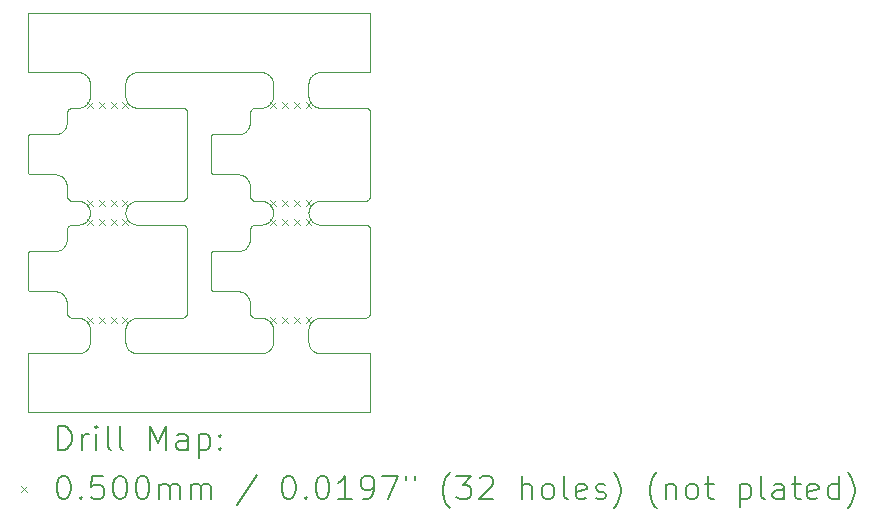
<source format=gbr>
%TF.GenerationSoftware,KiCad,Pcbnew,7.0.10*%
%TF.CreationDate,2024-01-04T16:31:39+01:00*%
%TF.ProjectId,temperature-sensor-2x2,74656d70-6572-4617-9475-72652d73656e,rev?*%
%TF.SameCoordinates,Original*%
%TF.FileFunction,Drillmap*%
%TF.FilePolarity,Positive*%
%FSLAX45Y45*%
G04 Gerber Fmt 4.5, Leading zero omitted, Abs format (unit mm)*
G04 Created by KiCad (PCBNEW 7.0.10) date 2024-01-04 16:31:39*
%MOMM*%
%LPD*%
G01*
G04 APERTURE LIST*
%ADD10C,0.100000*%
%ADD11C,0.200000*%
G04 APERTURE END LIST*
D10*
X14716156Y-4577267D02*
X14718530Y-4576388D01*
X14225477Y-2589296D02*
X14226072Y-2584474D01*
X15794483Y-4839974D02*
X15791685Y-4836001D01*
X13763019Y-3587684D02*
X13763055Y-3587695D01*
X15775119Y-2705858D02*
X15775000Y-2700988D01*
X16299555Y-3833714D02*
X16299552Y-3833689D01*
X16298018Y-3826234D02*
X16297684Y-3825066D01*
X13408607Y-3028595D02*
X13408573Y-3028619D01*
X14950436Y-3348995D02*
X14950446Y-3349044D01*
X14965247Y-4015631D02*
X14965222Y-4015637D01*
X13744494Y-4567048D02*
X13744513Y-4567065D01*
X13868328Y-2509505D02*
X13872668Y-2511690D01*
X14749937Y-3838758D02*
X14749936Y-3838732D01*
X13403026Y-3034469D02*
X13402548Y-3035338D01*
X13924880Y-4785858D02*
X13924523Y-4790704D01*
X14748032Y-4543717D02*
X14748366Y-4542549D01*
X15786690Y-4827668D02*
X15784505Y-4823328D01*
X13403529Y-4023706D02*
X13403069Y-4024397D01*
X13736305Y-4557510D02*
X13736974Y-4558524D01*
X16276454Y-3582407D02*
X16277212Y-3581900D01*
X14962368Y-3363426D02*
X14962836Y-3363613D01*
X15280834Y-4546477D02*
X15281123Y-4547341D01*
X14953047Y-3355567D02*
X14953069Y-3355603D01*
X15797472Y-4843805D02*
X15794483Y-4839974D01*
X15304850Y-3584264D02*
X15304872Y-3584275D01*
X13728448Y-2843689D02*
X13728445Y-2843714D01*
X14227967Y-2725055D02*
X14226902Y-2720314D01*
X15475000Y-4679012D02*
X15475000Y-4780988D01*
X15775119Y-4785858D02*
X15775000Y-4780988D01*
X13913310Y-2747668D02*
X13910915Y-2751896D01*
X14713766Y-4578018D02*
X14714934Y-4577684D01*
X13751546Y-2807593D02*
X13750788Y-2808100D01*
X16299927Y-5379354D02*
X16299944Y-5379308D01*
X16299165Y-2499980D02*
X16299214Y-2499970D01*
X14746866Y-4547330D02*
X14747259Y-4546181D01*
X14225000Y-4780988D02*
X14225000Y-4679012D01*
X15237960Y-4374475D02*
X15241790Y-4377464D01*
X15308318Y-3794072D02*
X15308272Y-3794092D01*
X13401625Y-3352839D02*
X13401642Y-3352878D01*
X14708838Y-2800836D02*
X14708813Y-2800832D01*
X13735116Y-3814366D02*
X13735107Y-3814382D01*
X13910914Y-3741901D02*
X13908314Y-3746007D01*
X16288713Y-3571567D02*
X16290263Y-3569565D01*
X16296379Y-3821446D02*
X16295928Y-3820318D01*
X13400008Y-2499068D02*
X13400013Y-2499117D01*
X14732571Y-3577912D02*
X14733243Y-3577296D01*
X13732061Y-4549693D02*
X13732076Y-4549728D01*
X13734323Y-4554272D02*
X13734940Y-4555319D01*
X16298018Y-2836234D02*
X16297684Y-2835066D01*
X16299994Y-5379019D02*
X16300000Y-5378797D01*
X15784505Y-2743328D02*
X15782536Y-2738886D01*
X16299117Y-5379987D02*
X16299165Y-5379980D01*
X13718478Y-3958343D02*
X13716293Y-3962683D01*
X14719682Y-4575928D02*
X14719728Y-4575908D01*
X15317917Y-4578940D02*
X15317966Y-4578950D01*
X13695469Y-3390637D02*
X13698988Y-3393987D01*
X16283487Y-4567065D02*
X16283506Y-4567048D01*
X13922033Y-2725055D02*
X13920737Y-2729738D01*
X15278000Y-2851237D02*
X15278000Y-2851263D01*
X16300000Y-3841269D02*
X16299999Y-3841244D01*
X14747267Y-3556156D02*
X14748119Y-3553439D01*
X13417231Y-4354751D02*
X13417940Y-4354841D01*
X15395314Y-2501903D02*
X15400055Y-2502967D01*
X13896003Y-2528997D02*
X13899354Y-2532516D01*
X16299354Y-2499928D02*
X16299400Y-2499909D01*
X15263898Y-4403090D02*
X15266293Y-4407317D01*
X16298653Y-3551316D02*
X16298659Y-3551292D01*
X16258838Y-2800836D02*
X16258813Y-2800832D01*
X15463310Y-2747668D02*
X15460915Y-2751896D01*
X15784505Y-2556672D02*
X15786690Y-2552332D01*
X13729975Y-4543741D02*
X13730828Y-4546459D01*
X16275067Y-4573245D02*
X16275084Y-4573235D01*
X16297259Y-3556180D02*
X16297267Y-3556156D01*
X14265023Y-3770553D02*
X14261192Y-3767563D01*
X15321689Y-3589551D02*
X15324212Y-3589808D01*
X14749936Y-3541602D02*
X14749936Y-3541583D01*
X13401672Y-3037080D02*
X13401651Y-3037126D01*
X14746398Y-4548506D02*
X14746848Y-4547378D01*
X13881001Y-2516685D02*
X13884974Y-2519483D01*
X16293701Y-2825773D02*
X16293677Y-2825728D01*
X15442484Y-4605646D02*
X15446003Y-4608997D01*
X14969014Y-3025057D02*
X14968963Y-3025059D01*
X13779268Y-3790000D02*
X13779243Y-3790000D01*
X13408593Y-4351388D02*
X13408636Y-4351416D01*
X14319142Y-4580120D02*
X14324012Y-4580000D01*
X13716293Y-3962683D02*
X13713898Y-3966910D01*
X16256001Y-3790376D02*
X16255982Y-3790374D01*
X13412122Y-3026642D02*
X13412084Y-3026660D01*
X13733725Y-4553128D02*
X13733736Y-4553150D01*
X15827332Y-2511690D02*
X15831672Y-2509505D01*
X16251265Y-4579936D02*
X16253793Y-4579808D01*
X13675656Y-3376683D02*
X13679884Y-3379078D01*
X16275340Y-2806953D02*
X16275318Y-2806940D01*
X13727987Y-3916011D02*
X13727867Y-3920880D01*
X13748145Y-3580090D02*
X13748160Y-3580101D01*
X14719728Y-4575908D02*
X14720832Y-4575401D01*
X15282599Y-2829168D02*
X15282092Y-2830272D01*
X15446003Y-2528997D02*
X15449354Y-2532516D01*
X13403069Y-4024397D02*
X13403047Y-4024433D01*
X13863885Y-2507536D02*
X13868328Y-2509505D01*
X14748381Y-3552546D02*
X14748391Y-3552509D01*
X14324012Y-4580000D02*
X14698733Y-4580000D01*
X13924523Y-3700707D02*
X13923928Y-3705530D01*
X13779241Y-2800000D02*
X13776760Y-2800063D01*
X16298690Y-4541299D02*
X16298695Y-4541274D01*
X13767917Y-2801060D02*
X13766733Y-2801335D01*
X16268553Y-3586379D02*
X16269682Y-3585928D01*
X13728836Y-3831162D02*
X13728832Y-3831187D01*
X13902528Y-4616195D02*
X13905517Y-4620026D01*
X13775494Y-3589905D02*
X13776704Y-3589936D01*
X14701265Y-4579936D02*
X14703793Y-4579808D01*
X16299888Y-4880556D02*
X16299865Y-4880513D01*
X14725629Y-4572914D02*
X14725646Y-4572904D01*
X13757145Y-3794610D02*
X13754872Y-3795725D01*
X14250646Y-4612516D02*
X14253997Y-4608997D01*
X14232536Y-4641114D02*
X14234505Y-4636672D01*
X14710083Y-2801060D02*
X14710033Y-2801050D01*
X14954892Y-4348025D02*
X14955371Y-4348556D01*
X16287065Y-4563487D02*
X16287082Y-4563468D01*
X13400676Y-4340029D02*
X13400940Y-4340953D01*
X14719728Y-3585924D02*
X14720564Y-3585559D01*
X14730605Y-4569498D02*
X14731547Y-4568730D01*
X13732713Y-3818844D02*
X13732449Y-3819419D01*
X15316683Y-3588653D02*
X15316708Y-3588659D01*
X15811195Y-4602472D02*
X15815026Y-4599483D01*
X14747275Y-3823868D02*
X14747267Y-3823844D01*
X15317917Y-3791060D02*
X15316733Y-3791335D01*
X15280834Y-3556477D02*
X15281123Y-3557341D01*
X16299019Y-2499994D02*
X16299068Y-2499992D01*
X14225477Y-4669296D02*
X14226072Y-4664474D01*
X14738508Y-4561832D02*
X14738519Y-4561817D01*
X15278000Y-4528737D02*
X15278000Y-4528763D01*
X13406974Y-4019892D02*
X13406287Y-4020513D01*
X13736966Y-3568537D02*
X13736987Y-3568569D01*
X15281722Y-3821173D02*
X15280733Y-3823844D01*
X14724273Y-4573692D02*
X14725067Y-4573245D01*
X15307145Y-2804610D02*
X15304872Y-2805725D01*
X15298160Y-4570101D02*
X15298671Y-4570476D01*
X13716313Y-4407293D02*
X13718498Y-4411631D01*
X16293060Y-3814681D02*
X16293047Y-3814660D01*
X16284444Y-3803801D02*
X16284408Y-3803766D01*
X13711299Y-2981014D02*
X13708501Y-2984986D01*
X13412084Y-3026660D02*
X13411196Y-3027100D01*
X14273104Y-4594085D02*
X14277332Y-4591690D01*
X13924523Y-2589296D02*
X13924880Y-2594142D01*
X16298379Y-3552500D02*
X16298653Y-3551316D01*
X14234505Y-2743328D02*
X14232536Y-2738886D01*
X13771689Y-2800448D02*
X13769187Y-2800832D01*
X14747259Y-3556180D02*
X14747267Y-3556156D01*
X15869142Y-4879880D02*
X15864296Y-4879523D01*
X16299444Y-2000112D02*
X16299400Y-2000091D01*
X16256311Y-4579552D02*
X16258813Y-4579168D01*
X16300000Y-4881203D02*
X16299994Y-4880981D01*
X14956987Y-3029842D02*
X14956955Y-3029870D01*
X15277867Y-2930880D02*
X15277509Y-2935725D01*
X13731136Y-4547377D02*
X13731458Y-4548230D01*
X15797472Y-3626195D02*
X15800646Y-3622516D01*
X13919212Y-4645648D02*
X13920737Y-4650262D01*
X14722850Y-3584429D02*
X14725340Y-3583047D01*
X16256648Y-3790459D02*
X16256629Y-3790456D01*
X15474880Y-4674142D02*
X15475000Y-4679012D01*
X16260083Y-4578940D02*
X16261267Y-4578665D01*
X14708812Y-3790831D02*
X14708787Y-3790827D01*
X13409469Y-3028026D02*
X13409433Y-3028047D01*
X13742419Y-3575107D02*
X13742432Y-3575120D01*
X15278286Y-4535030D02*
X15278291Y-4535080D01*
X15281612Y-2831470D02*
X15280733Y-2833844D01*
X16300000Y-2498797D02*
X16300000Y-2498773D01*
X13402452Y-4344479D02*
X13403029Y-4345518D01*
X13412084Y-4016660D02*
X13411196Y-4017100D01*
X14226902Y-4659686D02*
X14227967Y-4654945D01*
X14277332Y-3601690D02*
X14281672Y-3599505D01*
X13734953Y-2824660D02*
X13734940Y-2824681D01*
X16297684Y-2835066D02*
X16297668Y-2835017D01*
X14745928Y-3820318D02*
X14745908Y-3820272D01*
X16295257Y-4551164D02*
X16295265Y-4551147D01*
X14226902Y-3669686D02*
X14227967Y-3664945D01*
X16296848Y-4547378D02*
X16296866Y-4547330D01*
X15309147Y-3586293D02*
X15309164Y-3586300D01*
X15452528Y-4616195D02*
X15455517Y-4620026D01*
X14748659Y-3828709D02*
X14748024Y-3826258D01*
X13737532Y-3810700D02*
X13736988Y-3811432D01*
X14731567Y-2811287D02*
X14729565Y-2809737D01*
X13403029Y-4345518D02*
X13403055Y-4345562D01*
X13746168Y-3801492D02*
X13745458Y-3802064D01*
X13825988Y-4880000D02*
X13401227Y-4880000D01*
X15322970Y-3790286D02*
X15322920Y-3790291D01*
X13407023Y-4350149D02*
X13407039Y-4350163D01*
X13745458Y-3802064D02*
X13745428Y-3802088D01*
X13733736Y-4553150D02*
X13734299Y-4554227D01*
X13403069Y-3034397D02*
X13403047Y-3034433D01*
X13771714Y-3790445D02*
X13771689Y-3790448D01*
X15261299Y-3408986D02*
X15263898Y-3413090D01*
X14961253Y-3362947D02*
X14962345Y-3363416D01*
X14962172Y-4016652D02*
X14962153Y-4016660D01*
X15325494Y-3589905D02*
X15326704Y-3589936D01*
X14253997Y-3618997D02*
X14257516Y-3615646D01*
X15303773Y-3583701D02*
X15304850Y-3584264D01*
X16297267Y-2833844D02*
X16296388Y-2831470D01*
X16255080Y-3589709D02*
X16256285Y-3589555D01*
X14236690Y-4827668D02*
X14234505Y-4823328D01*
X13410282Y-4352421D02*
X13410301Y-4352431D01*
X13729405Y-3551602D02*
X13729409Y-3551620D01*
X14962860Y-3026378D02*
X14962836Y-3026387D01*
X14953041Y-4024459D02*
X14952493Y-4025390D01*
X14951660Y-4027153D02*
X14951652Y-4027172D01*
X15279234Y-3550972D02*
X15279238Y-3550990D01*
X14733742Y-4566846D02*
X14734422Y-4566239D01*
X13413979Y-4015952D02*
X13413083Y-4016263D01*
X13757168Y-2804599D02*
X13757145Y-2804610D01*
X15775119Y-3684142D02*
X15775477Y-3679296D01*
X14273104Y-2514085D02*
X14277332Y-2511690D01*
X16299994Y-2000981D02*
X16299992Y-2000932D01*
X14747267Y-3823844D02*
X14746388Y-3821470D01*
X16299570Y-2000188D02*
X16299529Y-2000160D01*
X15225656Y-4003316D02*
X15221317Y-4005501D01*
X13908315Y-2543999D02*
X13910915Y-2548104D01*
X15282721Y-3818826D02*
X15282713Y-3818844D01*
X15298671Y-4570476D02*
X15298686Y-4570487D01*
X15473928Y-2584474D02*
X15474523Y-2589296D01*
X15284965Y-3814637D02*
X15284953Y-3814659D01*
X14710033Y-2801050D02*
X14708838Y-2800836D01*
X15298160Y-3799899D02*
X15298145Y-3799910D01*
X14749551Y-2843689D02*
X14749549Y-2843664D01*
X16299937Y-3838758D02*
X16299936Y-3838732D01*
X15284755Y-3565067D02*
X15284765Y-3565084D01*
X13731700Y-4548835D02*
X13731707Y-4548853D01*
X16277228Y-3581889D02*
X16279565Y-3580262D01*
X13414780Y-4354249D02*
X13415931Y-4354547D01*
X15285086Y-4555629D02*
X15285095Y-4555646D01*
X14964023Y-3364051D02*
X14964071Y-3364065D01*
X15460915Y-3741896D02*
X15458315Y-3746001D01*
X14743215Y-3565071D02*
X14743225Y-3565055D01*
X13675678Y-4366678D02*
X13679904Y-4369071D01*
X15280733Y-2833844D02*
X15280724Y-2833868D01*
X15302660Y-2806953D02*
X15300243Y-2808459D01*
X16291695Y-3812490D02*
X16291026Y-3811476D01*
X14718553Y-4576379D02*
X14719682Y-4575928D01*
X14716156Y-2802733D02*
X14716132Y-2802724D01*
X16280565Y-3579529D02*
X16280605Y-3579498D01*
X13657729Y-3369257D02*
X13662342Y-3370781D01*
X15320408Y-3589387D02*
X15320458Y-3589395D01*
X13418963Y-4015059D02*
X13417887Y-4015141D01*
X15404738Y-4875737D02*
X15400055Y-4877033D01*
X13628984Y-3364993D02*
X13633853Y-3365113D01*
X14956208Y-3359436D02*
X14956243Y-3359472D01*
X14950057Y-4335986D02*
X14950059Y-4336037D01*
X14950257Y-3042027D02*
X14950137Y-3043209D01*
X15458324Y-3633969D02*
X15460922Y-3638074D01*
X15278832Y-2841187D02*
X15278448Y-2843689D01*
X13908314Y-3746007D02*
X13905516Y-3749980D01*
X13772920Y-4579709D02*
X13772970Y-4579714D01*
X15326735Y-3790064D02*
X15324207Y-3790192D01*
X15309155Y-4576271D02*
X15309173Y-4576278D01*
X15831672Y-3599505D02*
X15836114Y-3597536D01*
X13756844Y-3585287D02*
X13757419Y-3585551D01*
X14701265Y-2800064D02*
X14701240Y-2800063D01*
X13401651Y-4027126D02*
X13401632Y-4027173D01*
X13400940Y-4340953D02*
X13400956Y-4341002D01*
X14970253Y-3364974D02*
X15178984Y-3364993D01*
X14730565Y-4569529D02*
X14730605Y-4569498D01*
X14950000Y-4333733D02*
X14950000Y-4333758D01*
X13403555Y-3033668D02*
X13403529Y-3033706D01*
X16251265Y-2800064D02*
X16251240Y-2800063D01*
X15786690Y-3737668D02*
X15784505Y-3733328D01*
X14967841Y-3025146D02*
X14967017Y-3025247D01*
X16268553Y-4576379D02*
X16269682Y-4575928D01*
X14970253Y-3025025D02*
X14970227Y-3025026D01*
X16299551Y-3546311D02*
X16299808Y-3543792D01*
X15438805Y-3767528D02*
X15434974Y-3770517D01*
X13764258Y-4578024D02*
X13766709Y-4578659D01*
X13404816Y-4347980D02*
X13404842Y-4348013D01*
X16256311Y-3589552D02*
X16258813Y-3589168D01*
X13419014Y-4015057D02*
X13418963Y-4015059D01*
X16299936Y-2848732D02*
X16299808Y-2846207D01*
X15404738Y-4584263D02*
X15409352Y-4585787D01*
X15245469Y-3989363D02*
X15241790Y-3992536D01*
X15282462Y-4550554D02*
X15282470Y-4550571D01*
X13728192Y-2846207D02*
X13728064Y-2848739D01*
X13769162Y-3790836D02*
X13767966Y-3791050D01*
X16299865Y-2499487D02*
X16299888Y-2499444D01*
X13400556Y-2000112D02*
X13400512Y-2000135D01*
X14716180Y-3792741D02*
X14716156Y-3792733D01*
X13845314Y-2798097D02*
X13840526Y-2798928D01*
X15827332Y-4868310D02*
X15823104Y-4865915D01*
X15241790Y-3002536D02*
X15237960Y-3005525D01*
X13400125Y-3042979D02*
X13400121Y-3043021D01*
X15290935Y-3573487D02*
X15290952Y-3573506D01*
X13400883Y-2499987D02*
X13400932Y-2499992D01*
X13405520Y-3031237D02*
X13405492Y-3031267D01*
X15284290Y-4554240D02*
X15284308Y-4554273D01*
X14962104Y-4353346D02*
X14962143Y-4353363D01*
X16299165Y-4880020D02*
X16299117Y-4880013D01*
X15279060Y-2839917D02*
X15279050Y-2839966D01*
X16273150Y-2805736D02*
X16273128Y-2805725D01*
X13417017Y-4015247D02*
X13416975Y-4015253D01*
X14950137Y-3347045D02*
X14950259Y-3347999D01*
X15776072Y-4795526D02*
X15775477Y-4790704D01*
X15449367Y-3622488D02*
X15452539Y-3626167D01*
X13835704Y-4580477D02*
X13840526Y-4581072D01*
X13732610Y-3560855D02*
X13733725Y-3563128D01*
X15198307Y-4356897D02*
X15203047Y-4357961D01*
X16285303Y-4565340D02*
X16285321Y-4565321D01*
X13419031Y-3025047D02*
X13418988Y-3025048D01*
X16251265Y-3790064D02*
X16251240Y-3790063D01*
X15294532Y-3577082D02*
X15295433Y-3577897D01*
X16299937Y-2848758D02*
X16299936Y-2848732D01*
X14748366Y-2837451D02*
X14748032Y-2836283D01*
X14733243Y-3577296D02*
X14733257Y-3577283D01*
X16299980Y-2499166D02*
X16299987Y-2499117D01*
X13868323Y-3780500D02*
X13863881Y-3782469D01*
X15276914Y-3449453D02*
X15277509Y-3454275D01*
X14749810Y-4533766D02*
X14749902Y-4532556D01*
X15298416Y-2809711D02*
X15298395Y-2809727D01*
X13913316Y-3642301D02*
X13915500Y-3646640D01*
X14748366Y-4542549D02*
X14748379Y-4542500D01*
X14957202Y-4350296D02*
X14957593Y-4350615D01*
X15302681Y-3796940D02*
X15302660Y-3796953D01*
X15449354Y-2767484D02*
X15446003Y-2771003D01*
X15791685Y-4623999D02*
X15794483Y-4620026D01*
X14956342Y-3030429D02*
X14956309Y-3030461D01*
X14966934Y-4015261D02*
X14965964Y-4015465D01*
X13859352Y-4585787D02*
X13863885Y-4587536D01*
X16298659Y-2838709D02*
X16298024Y-2836258D01*
X14746388Y-3558529D02*
X14746398Y-3558506D01*
X13763055Y-3587695D02*
X13763927Y-3587963D01*
X13759173Y-4576278D02*
X13761844Y-4577267D01*
X14962345Y-3363416D02*
X14962368Y-3363426D01*
X13400131Y-3042937D02*
X13400125Y-3042979D01*
X16298659Y-3828709D02*
X16298024Y-3826258D01*
X16248733Y-3790000D02*
X15874012Y-3790000D01*
X13671317Y-3374499D02*
X13675656Y-3376683D01*
X14953068Y-4024416D02*
X14953041Y-4024459D01*
X15296688Y-4568932D02*
X15297391Y-4569513D01*
X14299945Y-2502967D02*
X14304686Y-2501903D01*
X14965964Y-3025465D02*
X14965943Y-3025469D01*
X15380858Y-3789880D02*
X15375988Y-3790000D01*
X15797472Y-3753805D02*
X15794483Y-3749974D01*
X13747391Y-3579513D02*
X13747421Y-3579536D01*
X13910915Y-2548104D02*
X13913310Y-2552332D01*
X13406287Y-3030513D02*
X13406272Y-3030527D01*
X16299354Y-5379928D02*
X16299400Y-5379909D01*
X15285582Y-3813590D02*
X15284965Y-3814637D01*
X15782536Y-4818886D02*
X15780787Y-4814352D01*
X15777967Y-4805055D02*
X15776902Y-4800314D01*
X13653073Y-4357960D02*
X13657754Y-4359255D01*
X13401632Y-4027173D02*
X13401219Y-4028288D01*
X15864296Y-4879523D02*
X15859474Y-4878928D01*
X15296413Y-2811262D02*
X15296168Y-2811462D01*
X13730616Y-3555841D02*
X13730623Y-3555859D01*
X13723744Y-4425213D02*
X13725041Y-4429893D01*
X13400006Y-2000981D02*
X13400000Y-2001203D01*
X14953069Y-3355603D02*
X14953595Y-3356393D01*
X16262549Y-3791634D02*
X16262500Y-3791621D01*
X14236690Y-4632332D02*
X14239085Y-4628104D01*
X13759155Y-3586271D02*
X13759173Y-3586278D01*
X16279586Y-3580248D02*
X16280565Y-3579529D01*
X14951625Y-3352839D02*
X14951642Y-3352878D01*
X14951642Y-3352878D02*
X14951660Y-3352916D01*
X15309770Y-3586542D02*
X15310623Y-3586864D01*
X15225656Y-3013316D02*
X15221317Y-3015501D01*
X14698758Y-4580000D02*
X14701240Y-4579937D01*
X14748125Y-3553421D02*
X14748381Y-3552546D01*
X13401203Y-4880000D02*
X13400981Y-4880006D01*
X16295908Y-3820272D02*
X16295401Y-3819168D01*
X16297275Y-3823868D02*
X16297267Y-3823844D01*
X13737003Y-4558566D02*
X13737722Y-4559545D01*
X14960100Y-3362313D02*
X14960122Y-3362326D01*
X13400352Y-2000248D02*
X13400316Y-2000281D01*
X13830858Y-4580120D02*
X13835704Y-4580477D01*
X16299839Y-5379530D02*
X16299865Y-5379487D01*
X13727509Y-3454275D02*
X13727867Y-3459120D01*
X14950965Y-4028975D02*
X14950949Y-4029023D01*
X14319136Y-3789918D02*
X14314290Y-3789560D01*
X13905516Y-3749980D02*
X13902526Y-3753810D01*
X14227967Y-3664945D02*
X14229263Y-3660262D01*
X13400512Y-5379865D02*
X13400556Y-5379888D01*
X13404870Y-3358044D02*
X13405509Y-3358745D01*
X15281123Y-3557341D02*
X15281136Y-3557377D01*
X16299487Y-5379865D02*
X16299529Y-5379839D01*
X15284765Y-4555084D02*
X15285086Y-4555629D01*
X13734323Y-3564271D02*
X13734940Y-3565318D01*
X14721156Y-3585287D02*
X14721173Y-3585279D01*
X16293711Y-3564239D02*
X16294148Y-3563440D01*
X13657754Y-4359255D02*
X13662366Y-4360779D01*
X14739536Y-3570579D02*
X14740090Y-3569855D01*
X13411177Y-3027110D02*
X13410356Y-3027538D01*
X14735120Y-4565568D02*
X14735344Y-4565344D01*
X15279386Y-3551625D02*
X15279609Y-3552509D01*
X15473928Y-3705526D02*
X15473097Y-3710314D01*
X16291695Y-4557510D02*
X16291708Y-4557488D01*
X16299214Y-2499970D02*
X16299261Y-2499958D01*
X15281700Y-3558835D02*
X15281707Y-3558853D01*
X13400062Y-3043848D02*
X13400060Y-3043895D01*
X13751577Y-3582426D02*
X13752366Y-3582884D01*
X14737089Y-4563508D02*
X14737301Y-4563274D01*
X14953026Y-3355531D02*
X14953047Y-3355567D01*
X13400420Y-4031209D02*
X13400415Y-4031234D01*
X15280331Y-3825017D02*
X15280316Y-3825066D01*
X15469212Y-3724352D02*
X15467464Y-3728885D01*
X16299936Y-4531292D02*
X16299936Y-4531267D01*
X14314296Y-4580477D02*
X14319142Y-4580120D01*
X15294258Y-3803154D02*
X15293578Y-3803761D01*
X13401227Y-4880000D02*
X13401203Y-4880000D01*
X14951305Y-3352024D02*
X14951321Y-3352067D01*
X13720447Y-3426098D02*
X13722196Y-3430631D01*
X15869142Y-2500120D02*
X15874012Y-2500000D01*
X16255030Y-4579714D02*
X16255080Y-4579709D01*
X15279050Y-3829966D02*
X15278836Y-3831162D01*
X13401048Y-4028788D02*
X13401040Y-4028812D01*
X15300512Y-3581708D02*
X15302660Y-3583047D01*
X15316733Y-2801335D02*
X15316709Y-2801341D01*
X16283506Y-2812952D02*
X16283487Y-2812935D01*
X13412161Y-3026625D02*
X13412122Y-3026642D01*
X13772970Y-2800286D02*
X13772920Y-2800291D01*
X16299905Y-3542505D02*
X16299936Y-3541292D01*
X16299752Y-2000352D02*
X16299719Y-2000316D01*
X15375988Y-2800000D02*
X15329267Y-2800000D01*
X16251240Y-3589937D02*
X16251265Y-3589936D01*
X13739287Y-3808433D02*
X13737543Y-3810685D01*
X13733117Y-3818005D02*
X13732721Y-3818826D01*
X13892484Y-2525646D02*
X13896003Y-2528997D01*
X15442501Y-3615619D02*
X15446018Y-3618969D01*
X13643520Y-4013934D02*
X13638698Y-4014529D01*
X16279855Y-2809910D02*
X16279839Y-2809899D01*
X13732721Y-3818826D02*
X13732713Y-3818844D01*
X14748032Y-2836283D02*
X14748025Y-2836259D01*
X15198307Y-3366897D02*
X15203047Y-3367961D01*
X13910915Y-4628104D02*
X13913310Y-4632332D01*
X14725067Y-4573245D02*
X14725084Y-4573235D01*
X16281566Y-3578714D02*
X16283487Y-3577065D01*
X13766709Y-3791341D02*
X13764258Y-3791975D01*
X13400285Y-3041958D02*
X13400131Y-3042937D01*
X14954866Y-4021974D02*
X14954833Y-4022013D01*
X13770408Y-3589387D02*
X13770458Y-3589395D01*
X15283864Y-3563412D02*
X15283873Y-3563429D01*
X13400125Y-4032979D02*
X13400121Y-4033021D01*
X13400188Y-2499570D02*
X13400217Y-2499610D01*
X13400281Y-2000316D02*
X13400248Y-2000352D01*
X15831672Y-4870495D02*
X15827332Y-4868310D01*
X13400981Y-2499994D02*
X13401203Y-2500000D01*
X13776729Y-3589936D02*
X13826030Y-3589957D01*
X13741154Y-3573742D02*
X13741761Y-3574422D01*
X16299610Y-2000217D02*
X16299570Y-2000188D01*
X13748160Y-3580101D02*
X13748415Y-3580288D01*
X16299936Y-3541267D02*
X16300000Y-2851269D01*
X15229884Y-4000922D02*
X15225656Y-4003316D01*
X14959469Y-3028024D02*
X14959433Y-3028046D01*
X16299783Y-2499610D02*
X16299812Y-2499570D01*
X14952548Y-4344662D02*
X14953026Y-4345531D01*
X15248988Y-4383987D02*
X15252338Y-4387505D01*
X14257513Y-3764389D02*
X14253994Y-3761039D01*
X16258502Y-3790768D02*
X16258483Y-3790764D01*
X15278192Y-2846207D02*
X15278064Y-2848739D01*
X13835704Y-2799523D02*
X13830858Y-2799880D01*
X15319187Y-4579168D02*
X15321689Y-4579552D01*
X15281123Y-4547341D02*
X15281136Y-4547377D01*
X14257516Y-4605646D02*
X14261195Y-4602472D01*
X13400000Y-5378797D02*
X13400006Y-5379019D01*
X14749552Y-3833689D02*
X14749168Y-3831187D01*
X13762159Y-3587383D02*
X13763019Y-3587684D01*
X13401227Y-5380000D02*
X16298773Y-5380000D01*
X14286114Y-2792464D02*
X14281672Y-2790495D01*
X15300243Y-2808459D02*
X15300227Y-2808469D01*
X13400981Y-2000006D02*
X13400932Y-2000008D01*
X13413998Y-3025956D02*
X13412976Y-3026305D01*
X16299259Y-4538488D02*
X16299403Y-4537588D01*
X15303773Y-2806299D02*
X15303728Y-2806323D01*
X16299517Y-4536645D02*
X16299519Y-4536626D01*
X13406206Y-3359450D02*
X13406236Y-3359479D01*
X14290643Y-3784249D02*
X14286110Y-3782500D01*
X15775000Y-3689012D02*
X15775119Y-3684142D01*
X15467464Y-4818886D02*
X15465495Y-4823328D01*
X14737897Y-3807433D02*
X14737082Y-3806532D01*
X13835704Y-2500477D02*
X13840526Y-2501072D01*
X13400739Y-4880042D02*
X13400692Y-4880056D01*
X15474880Y-2594142D02*
X15475000Y-2599012D01*
X15803997Y-3761003D02*
X15800646Y-3757484D01*
X15815026Y-3770517D02*
X15811195Y-3767528D01*
X15827332Y-4591690D02*
X15831672Y-4589505D01*
X15266293Y-3962683D02*
X15263898Y-3966910D01*
X13400786Y-2000030D02*
X13400739Y-2000042D01*
X15380858Y-4580120D02*
X15385704Y-4580477D01*
X16255080Y-2800291D02*
X16255030Y-2800286D01*
X16298125Y-4543421D02*
X16298381Y-4542546D01*
X13400020Y-2499166D02*
X13400030Y-2499214D01*
X15854686Y-3591902D02*
X15859474Y-3591072D01*
X15290935Y-2816513D02*
X15289286Y-2818433D01*
X16299987Y-2000883D02*
X16299980Y-2000834D01*
X15283873Y-2826571D02*
X15283864Y-2826588D01*
X16299308Y-5379944D02*
X16299354Y-5379928D01*
X13731612Y-2831470D02*
X13730733Y-2833844D01*
X15470737Y-2570262D02*
X15472033Y-2574945D01*
X13417206Y-4354747D02*
X13417231Y-4354751D01*
X13400692Y-5379944D02*
X13400739Y-5379958D01*
X15291141Y-4563727D02*
X15291154Y-4563742D01*
X14749984Y-2849364D02*
X14749960Y-2848417D01*
X13740070Y-2817472D02*
X13739302Y-2818413D01*
X14967841Y-3364854D02*
X14967887Y-3364859D01*
X13415937Y-3025441D02*
X13415130Y-3025632D01*
X15800646Y-3622516D02*
X15803997Y-3618997D01*
X14226072Y-4664474D02*
X14226902Y-4659686D01*
X14719682Y-2804072D02*
X14718553Y-2803621D01*
X13400091Y-2499400D02*
X13400112Y-2499444D01*
X15811195Y-2777528D02*
X15807516Y-2774354D01*
X13722196Y-2959369D02*
X13720447Y-2963902D01*
X14748940Y-3829917D02*
X14748665Y-3828733D01*
X13633853Y-3024887D02*
X13628984Y-3025007D01*
X14741034Y-3568537D02*
X14741530Y-3567773D01*
X13415085Y-3025643D02*
X13414047Y-3025940D01*
X13762141Y-3587377D02*
X13762159Y-3587383D01*
X14226902Y-4800314D02*
X14226072Y-4795526D01*
X15287752Y-3569586D02*
X15288471Y-3570565D01*
X14727488Y-3581708D02*
X14729825Y-3580081D01*
X15465500Y-3646640D02*
X15467468Y-3651082D01*
X13695488Y-4380625D02*
X13699006Y-4383973D01*
X15283117Y-3818005D02*
X15282721Y-3818826D01*
X13400786Y-4880030D02*
X13400739Y-4880042D01*
X13902539Y-3626167D02*
X13905527Y-3629997D01*
X14735321Y-3575321D02*
X14735339Y-3575303D01*
X15859474Y-4581072D02*
X15864296Y-4580477D01*
X16275629Y-3582914D02*
X16275646Y-3582904D01*
X15293578Y-4566239D02*
X15294258Y-4566846D01*
X15380858Y-4879880D02*
X15375988Y-4880000D01*
X13400060Y-4033895D02*
X13400000Y-4036241D01*
X16287082Y-4563468D02*
X16287897Y-4562567D01*
X13767917Y-4578940D02*
X13767966Y-4578950D01*
X13736091Y-3812758D02*
X13736080Y-3812774D01*
X14244483Y-4620026D02*
X14247472Y-4616195D01*
X13414049Y-4354039D02*
X13414069Y-4354045D01*
X15465495Y-4823328D02*
X15463310Y-4827668D01*
X14745390Y-3819145D02*
X14744275Y-3816872D01*
X15874012Y-4580000D02*
X16248733Y-4580000D01*
X14967017Y-3025247D02*
X14966975Y-3025253D01*
X13744257Y-3803123D02*
X13744243Y-3803136D01*
X13728016Y-3540629D02*
X13728040Y-3541583D01*
X13708501Y-3405014D02*
X13711299Y-3408986D01*
X15836114Y-3782464D02*
X15831672Y-3780495D01*
X16299261Y-4880042D02*
X16299214Y-4880030D01*
X13825988Y-2500000D02*
X13830858Y-2500120D01*
X14714983Y-3587668D02*
X14716132Y-3587275D01*
X13400285Y-4031958D02*
X13400131Y-4032937D01*
X14740090Y-3569855D02*
X14740101Y-3569839D01*
X15178984Y-4354993D02*
X15183853Y-4355113D01*
X14277332Y-4591690D02*
X14281672Y-4589505D01*
X16261291Y-3588659D02*
X16263742Y-3588024D01*
X15261299Y-2981014D02*
X15258501Y-2984986D01*
X14950263Y-3041976D02*
X14950257Y-3042027D01*
X15452528Y-4843805D02*
X15449354Y-4847484D01*
X13755166Y-4574438D02*
X13755971Y-4574865D01*
X13679884Y-3010922D02*
X13675656Y-3013316D01*
X15279381Y-4541607D02*
X15279386Y-4541626D01*
X14236690Y-3642332D02*
X14239085Y-3638104D01*
X13854738Y-2795737D02*
X13850055Y-2797033D01*
X15326729Y-3589936D02*
X15376030Y-3589957D01*
X16299165Y-2000020D02*
X16299117Y-2000013D01*
X15319187Y-3790832D02*
X15319162Y-3790836D01*
X14967231Y-4354751D02*
X14967940Y-4354841D01*
X14286114Y-4587536D02*
X14290648Y-4585787D01*
X13923098Y-3669649D02*
X13923929Y-3674435D01*
X15463310Y-2552332D02*
X15465495Y-2556672D01*
X13734323Y-2825728D02*
X13734299Y-2825773D01*
X15474880Y-3684101D02*
X15475000Y-3688970D01*
X14744148Y-4553440D02*
X14744157Y-4553423D01*
X15313017Y-4577668D02*
X15313066Y-4577684D01*
X13850055Y-2502967D02*
X13854738Y-2504263D01*
X16290997Y-2821434D02*
X16290278Y-2820455D01*
X13729618Y-3552547D02*
X13729852Y-3553428D01*
X13740070Y-4562528D02*
X13740103Y-4562567D01*
X13729341Y-3828709D02*
X13729335Y-3828733D01*
X13764234Y-2801982D02*
X13763066Y-2802316D01*
X13400217Y-2499610D02*
X13400248Y-2499648D01*
X15280316Y-2835066D02*
X15279982Y-2836234D01*
X16279314Y-2809513D02*
X16278569Y-2808987D01*
X14226072Y-3674474D02*
X14226902Y-3669686D01*
X13775444Y-3589902D02*
X13775494Y-3589905D01*
X14749168Y-4538812D02*
X14749173Y-4538787D01*
X14748659Y-2838708D02*
X14748653Y-2838683D01*
X15854686Y-3788097D02*
X15849945Y-3787033D01*
X16273412Y-3584136D02*
X16273429Y-3584127D01*
X13764572Y-3588147D02*
X13765453Y-3588382D01*
X15314258Y-2801975D02*
X15314234Y-2801982D01*
X14749173Y-4538787D02*
X14749387Y-4537592D01*
X15460915Y-2548104D02*
X15463310Y-2552332D01*
X16253818Y-3589806D02*
X16255030Y-3589714D01*
X13726940Y-4439417D02*
X13727537Y-4444238D01*
X15212342Y-3370781D02*
X15216875Y-3372530D01*
X13726914Y-3449453D02*
X13727509Y-3454275D01*
X13732072Y-2830318D02*
X13731621Y-2831446D01*
X13400217Y-5379610D02*
X13400248Y-5379648D01*
X14962153Y-3026660D02*
X14961240Y-3027047D01*
X15299462Y-3798966D02*
X15299431Y-3798987D01*
X14324012Y-2800000D02*
X14319142Y-2799880D01*
X13919216Y-3655614D02*
X13920739Y-3660227D01*
X13763066Y-4577684D02*
X13764234Y-4578018D01*
X13400956Y-3351002D02*
X13401305Y-3352024D01*
X15278000Y-4528763D02*
X15278063Y-4531236D01*
X14226902Y-2720314D02*
X14226072Y-2715526D01*
X13405551Y-3031207D02*
X13405520Y-3031237D01*
X13708519Y-4394995D02*
X13711317Y-4398965D01*
X13403047Y-3034433D02*
X13403026Y-3034469D01*
X16260083Y-3588940D02*
X16261267Y-3588665D01*
X13728192Y-4533786D02*
X13728448Y-4536311D01*
X14722028Y-3795150D02*
X14721983Y-3795128D01*
X15789085Y-2548104D02*
X15791685Y-2543999D01*
X15280724Y-2833868D02*
X15280331Y-2835017D01*
X14747684Y-3825066D02*
X14747668Y-3825017D01*
X13400000Y-2498797D02*
X13400006Y-2499019D01*
X13401219Y-3038288D02*
X13401211Y-3038312D01*
X13888805Y-4602472D02*
X13892484Y-4605646D01*
X13769187Y-3790832D02*
X13769162Y-3790836D01*
X15836114Y-2507536D02*
X15840648Y-2505787D01*
X14257516Y-2525646D02*
X14261195Y-2522472D01*
X13400160Y-5379530D02*
X13400188Y-5379570D01*
X15304577Y-4574157D02*
X15304857Y-4574304D01*
X14952471Y-3035431D02*
X14952083Y-3036164D01*
X15458315Y-3746001D02*
X15455517Y-3749974D01*
X14324012Y-3590000D02*
X14698733Y-3590000D01*
X13648334Y-4356896D02*
X13653073Y-4357960D01*
X14725362Y-3796965D02*
X14725340Y-3796953D01*
X14950134Y-4033235D02*
X14950072Y-4034053D01*
X13776758Y-3790063D02*
X13776733Y-3790064D01*
X15278445Y-3546285D02*
X15278448Y-3546311D01*
X13754588Y-2805864D02*
X13754571Y-2805873D01*
X16269728Y-2804092D02*
X16269682Y-2804072D01*
X13671317Y-4005501D02*
X13666875Y-4007470D01*
X13722196Y-3949369D02*
X13720447Y-3953902D01*
X14954229Y-4347260D02*
X14954878Y-4348010D01*
X15282076Y-3820272D02*
X15282062Y-3820307D01*
X14749959Y-2848398D02*
X14749919Y-2847488D01*
X14749714Y-3834970D02*
X14749709Y-3834920D01*
X14958587Y-4018640D02*
X14958570Y-4018652D01*
X15292432Y-4565120D02*
X15292880Y-4565568D01*
X13400248Y-5379648D02*
X13400281Y-5379684D01*
X13884974Y-4599483D02*
X13888805Y-4602472D01*
X15297421Y-3800464D02*
X15297391Y-3800487D01*
X13400415Y-4031234D02*
X13400289Y-4031937D01*
X15279381Y-3551607D02*
X15279386Y-3551625D01*
X13750512Y-4571709D02*
X13750533Y-4571723D01*
X14744157Y-3563423D02*
X14744450Y-3562862D01*
X16299403Y-4537588D02*
X16299408Y-4537550D01*
X15794483Y-2540026D02*
X15797472Y-2536195D01*
X15183853Y-4355113D02*
X15188698Y-4355471D01*
X14950134Y-3043235D02*
X14950072Y-3044053D01*
X15418328Y-3780495D02*
X15413885Y-3782464D01*
X14956955Y-4019870D02*
X14956342Y-4020429D01*
X15845262Y-2504263D02*
X15849945Y-2502967D01*
X16278569Y-2808987D02*
X16278537Y-2808966D01*
X16299888Y-2499444D02*
X16299909Y-2499400D01*
X15288502Y-2819394D02*
X15288471Y-2819434D01*
X13416020Y-3025425D02*
X13415978Y-3025432D01*
X14964756Y-4354242D02*
X14964780Y-4354249D01*
X14261195Y-2522472D02*
X14265026Y-2519483D01*
X15803997Y-2771003D02*
X15800646Y-2767484D01*
X15400055Y-2502967D02*
X15404738Y-2504263D01*
X13740918Y-3806532D02*
X13740103Y-3807433D01*
X13750473Y-3581721D02*
X13750494Y-3581735D01*
X13888805Y-2522472D02*
X13892484Y-2525646D01*
X13732076Y-3820272D02*
X13732062Y-3820307D01*
X15474880Y-2705858D02*
X15474523Y-2710704D01*
X15460915Y-4628104D02*
X15463310Y-4632332D01*
X15779263Y-3719738D02*
X15777967Y-3715055D01*
X14720855Y-3794610D02*
X14718529Y-3793612D01*
X13922032Y-3715059D02*
X13920736Y-3719743D01*
X16253793Y-3589808D02*
X16253818Y-3589806D01*
X14957020Y-3029816D02*
X14956987Y-3029842D01*
X13763066Y-3792316D02*
X13763017Y-3792331D01*
X13415943Y-4015469D02*
X13415041Y-4015678D01*
X13763927Y-3587963D02*
X13763945Y-3587968D01*
X13868328Y-4589505D02*
X13872668Y-4591690D01*
X16299808Y-3836207D02*
X16299806Y-3836181D01*
X15276082Y-3935334D02*
X15275017Y-3940074D01*
X15241790Y-4377464D02*
X15245469Y-4380637D01*
X14241683Y-3746037D02*
X14239084Y-3741932D01*
X14227967Y-4654945D02*
X14229263Y-4650262D01*
X13643549Y-4356065D02*
X13648334Y-4356896D01*
X14732567Y-2812103D02*
X14732528Y-2812070D01*
X13401642Y-3352878D02*
X13401660Y-3352916D01*
X14746866Y-2832670D02*
X14746848Y-2832622D01*
X16281566Y-3801286D02*
X16281547Y-3801270D01*
X15326735Y-4579936D02*
X15326760Y-4579937D01*
X15413915Y-3597506D02*
X15418355Y-3599476D01*
X13400020Y-2000834D02*
X13400013Y-2000883D01*
X13400670Y-3039995D02*
X13400659Y-3040044D01*
X14740278Y-4559545D02*
X14740997Y-4558566D01*
X15284290Y-2825760D02*
X15283873Y-2826571D01*
X13414973Y-3364330D02*
X13415014Y-3364341D01*
X13409666Y-3362058D02*
X13410100Y-3362313D01*
X13769187Y-2800832D02*
X13769162Y-2800836D01*
X13892484Y-4854354D02*
X13888805Y-4857528D01*
X14225477Y-2710704D02*
X14225119Y-2705858D01*
X15811195Y-3612472D02*
X15815026Y-3609483D01*
X13711299Y-3971014D02*
X13708501Y-3974986D01*
X13731465Y-4548248D02*
X13731700Y-4548835D01*
X13400188Y-4880430D02*
X13400160Y-4880470D01*
X13880998Y-3773321D02*
X13876892Y-3775920D01*
X13400008Y-5379068D02*
X13400013Y-5379117D01*
X13859352Y-4874213D02*
X13854738Y-4875737D01*
X15782536Y-3651114D02*
X15784505Y-3646672D01*
X16276422Y-3582427D02*
X16276454Y-3582407D01*
X13400834Y-2000020D02*
X13400786Y-2000030D01*
X13713917Y-4403068D02*
X13716313Y-4407293D01*
X14745257Y-3561164D02*
X14745265Y-3561146D01*
X14718844Y-3586271D02*
X14719693Y-3585938D01*
X15319212Y-3589173D02*
X15320408Y-3589387D01*
X15472033Y-4805055D02*
X15470737Y-4809738D01*
X15474523Y-2589296D02*
X15474880Y-2594142D01*
X14953069Y-4345603D02*
X14953595Y-4346393D01*
X16293677Y-3815728D02*
X16293060Y-3814681D01*
X13731722Y-3821173D02*
X13730733Y-3823844D01*
X14261195Y-4857528D02*
X14257516Y-4854354D01*
X13402538Y-3035356D02*
X13402207Y-3035990D01*
X16297267Y-4546157D02*
X16298119Y-4543439D01*
X15426896Y-2514085D02*
X15431001Y-2516685D01*
X13401625Y-4342839D02*
X13401642Y-4342878D01*
X14299945Y-4877033D02*
X14295262Y-4875737D01*
X13408573Y-3028619D02*
X13407806Y-3029177D01*
X14718530Y-2803612D02*
X14716156Y-2802733D01*
X16298665Y-3828733D02*
X16298659Y-3828709D01*
X15292678Y-3575321D02*
X15294513Y-3577065D01*
X13881023Y-3606657D02*
X13884994Y-3609455D01*
X14281668Y-3780530D02*
X14277328Y-3778346D01*
X13744726Y-3802699D02*
X13744257Y-3803123D01*
X15252338Y-3397505D02*
X15255512Y-3401184D01*
X13734299Y-2825773D02*
X13733736Y-2826850D01*
X13410122Y-3362326D02*
X13411162Y-3362903D01*
X14749936Y-4531267D02*
X14750000Y-3841269D01*
X13772970Y-3790286D02*
X13772920Y-3790291D01*
X15455517Y-3749974D02*
X15452528Y-3753805D01*
X13400056Y-5379308D02*
X13400072Y-5379354D01*
X15278063Y-3541236D02*
X15278064Y-3541261D01*
X14698733Y-2800000D02*
X14324012Y-2800000D01*
X16294882Y-4551995D02*
X16295257Y-4551164D01*
X15442484Y-3764354D02*
X15438805Y-3767528D01*
X15279875Y-3553421D02*
X15279880Y-3553439D01*
X15277867Y-4449120D02*
X15277987Y-4453989D01*
X15316709Y-3791341D02*
X15314258Y-3791975D01*
X13737737Y-4559565D02*
X13739287Y-4561567D01*
X15849945Y-3592967D02*
X15854686Y-3591902D01*
X14745390Y-2829144D02*
X14745379Y-2829121D01*
X14957183Y-4350280D02*
X14957202Y-4350296D01*
X13902528Y-2536195D02*
X13905517Y-2540026D01*
X16270879Y-3794620D02*
X16270855Y-3794610D01*
X13732599Y-2829168D02*
X13732092Y-2830272D01*
X15302681Y-2806940D02*
X15302660Y-2806953D01*
X14277332Y-2511690D02*
X14281672Y-2509505D01*
X14250646Y-2532516D02*
X14253997Y-2528997D01*
X13730316Y-3554980D02*
X13730616Y-3555841D01*
X15469212Y-4814352D02*
X15467464Y-4818886D01*
X14253997Y-4608997D02*
X14257516Y-4605646D01*
X14728524Y-2808974D02*
X14727510Y-2808305D01*
X16278537Y-2808966D02*
X16277773Y-2808469D01*
X13735573Y-3813577D02*
X13735116Y-3814366D01*
X16290278Y-3810455D02*
X16290263Y-3810435D01*
X14951660Y-3037153D02*
X14951652Y-3037172D01*
X16299909Y-4880600D02*
X16299888Y-4880556D01*
X14959433Y-3028046D02*
X14959398Y-3028070D01*
X13732062Y-3820307D02*
X13731729Y-3821155D01*
X15278192Y-3543793D02*
X15278194Y-3543818D01*
X13727897Y-4449081D02*
X13728020Y-4453949D01*
X15310659Y-3586877D02*
X15311523Y-3587166D01*
X14236690Y-2747668D02*
X14234505Y-2743328D01*
X15818999Y-2516685D02*
X15823104Y-2514085D01*
X15807516Y-3615646D02*
X15811195Y-3612472D01*
X16253793Y-4579808D02*
X16253818Y-4579806D01*
X15298686Y-4570487D02*
X15299431Y-4571012D01*
X16299944Y-2499308D02*
X16299958Y-2499261D01*
X13840526Y-2798928D02*
X13835704Y-2799523D01*
X15284765Y-2824916D02*
X15284755Y-2824932D01*
X14964780Y-4354249D02*
X14965931Y-4354547D01*
X14749814Y-3544130D02*
X14749816Y-3544111D01*
X13410301Y-4352431D02*
X13411165Y-4352916D01*
X15279335Y-3828733D02*
X15279060Y-3829917D01*
X15786690Y-3642332D02*
X15789085Y-3638104D01*
X14950949Y-4029023D02*
X14950935Y-4029071D01*
X16299812Y-5379570D02*
X16299839Y-5379530D01*
X13730724Y-2833868D02*
X13730331Y-2835017D01*
X13876896Y-4865915D02*
X13872668Y-4868310D01*
X14737313Y-4563259D02*
X14737912Y-4562571D01*
X15426896Y-3775915D02*
X15422668Y-3778310D01*
X16299354Y-2000072D02*
X16299308Y-2000056D01*
X15309752Y-3586535D02*
X15309770Y-3586542D01*
X13744272Y-3576858D02*
X13746674Y-3578920D01*
X13406268Y-3359507D02*
X13407023Y-3360149D01*
X13400556Y-4880112D02*
X13400512Y-4880135D01*
X15390526Y-3788928D02*
X15385704Y-3789523D01*
X16299019Y-4880006D02*
X16298797Y-4880000D01*
X16248758Y-3590000D02*
X16251240Y-3589937D01*
X13732610Y-2829145D02*
X13732599Y-2829168D01*
X16264934Y-4577684D02*
X16264983Y-4577668D01*
X13404842Y-4348013D02*
X13404870Y-4348045D01*
X15418328Y-2790495D02*
X15413885Y-2792464D01*
X13400112Y-4880556D02*
X13400091Y-4880600D01*
X15304880Y-4574315D02*
X15307108Y-4575408D01*
X16264983Y-3587668D02*
X16266132Y-3587275D01*
X15279045Y-3550080D02*
X15279234Y-3550972D01*
X15324207Y-4579808D02*
X15326735Y-4579936D01*
X14299945Y-2797033D02*
X14295262Y-2795737D01*
X15463310Y-4827668D02*
X15460915Y-4831896D01*
X16287930Y-2817472D02*
X16287897Y-2817433D01*
X13731123Y-4547341D02*
X13731136Y-4547377D01*
X13896001Y-3761009D02*
X13892481Y-3764360D01*
X14735344Y-4565344D02*
X14735361Y-4565326D01*
X15278445Y-2843714D02*
X15278291Y-2844920D01*
X15278836Y-3831162D02*
X15278832Y-3831187D01*
X15279609Y-4542510D02*
X15279619Y-4542546D01*
X15854686Y-4878097D02*
X15849945Y-4877033D01*
X14748025Y-4543741D02*
X14748032Y-4543717D01*
X14230787Y-4645648D02*
X14232536Y-4641114D01*
X14737065Y-3806513D02*
X14735321Y-3804678D01*
X15458315Y-4623999D02*
X15460915Y-4628104D01*
X15298455Y-3580278D02*
X15299434Y-3580997D01*
X13774207Y-4579808D02*
X13776735Y-4579936D01*
X16284408Y-2813766D02*
X16283506Y-2812952D01*
X16258838Y-3589164D02*
X16260033Y-3588950D01*
X16299909Y-5379400D02*
X16299927Y-5379354D01*
X15229884Y-4369078D02*
X15233988Y-4371677D01*
X15818999Y-2783315D02*
X15815026Y-2780517D01*
X14706285Y-3589555D02*
X14706311Y-3589552D01*
X16294882Y-3561995D02*
X16295257Y-3561164D01*
X13748436Y-3580303D02*
X13750473Y-3581721D01*
X15282062Y-3820307D02*
X15281729Y-3821155D01*
X14286110Y-3782500D02*
X14281668Y-3780530D01*
X15283873Y-3563429D02*
X15284290Y-3564240D01*
X15324212Y-3589808D02*
X15324238Y-3589810D01*
X13417000Y-3364721D02*
X13417021Y-3364724D01*
X15276914Y-2940547D02*
X15276082Y-2945334D01*
X13718498Y-4411631D02*
X13720468Y-4416071D01*
X15786690Y-2552332D02*
X15789085Y-2548104D01*
X16273429Y-3584127D02*
X16274240Y-3583710D01*
X14952538Y-4344644D02*
X14952548Y-4344662D01*
X15385704Y-3789523D02*
X15380858Y-3789880D01*
X14261195Y-2777528D02*
X14257516Y-2774354D01*
X13730304Y-3554944D02*
X13730316Y-3554980D01*
X13413102Y-4353747D02*
X13414049Y-4354039D01*
X16299719Y-2000316D02*
X16299684Y-2000281D01*
X14250646Y-3622516D02*
X14253997Y-3618997D01*
X13728827Y-4538787D02*
X13728831Y-4538812D01*
X16263766Y-3588018D02*
X16264934Y-3587684D01*
X15281621Y-2831446D02*
X15281612Y-2831470D01*
X13732072Y-3559682D02*
X13732092Y-3559728D01*
X15300490Y-3581695D02*
X15300512Y-3581708D01*
X13923097Y-2720314D02*
X13922033Y-2725055D01*
X13407039Y-3360163D02*
X13407593Y-3360615D01*
X13924880Y-4674142D02*
X13925000Y-4679012D01*
X13728605Y-3547541D02*
X13728612Y-3547591D01*
X15221317Y-3374499D02*
X15225656Y-3376683D01*
X13739287Y-2818433D02*
X13737737Y-2820435D01*
X13924523Y-4669296D02*
X13924880Y-4674142D01*
X13726108Y-4434632D02*
X13726940Y-4439417D01*
X14710083Y-4578940D02*
X14711267Y-4578665D01*
X13744258Y-3576846D02*
X13744272Y-3576858D01*
X13705512Y-3401184D02*
X13708501Y-3405014D01*
X15311868Y-3792724D02*
X15311844Y-3792733D01*
X14963975Y-3025965D02*
X14962860Y-3026378D01*
X14749984Y-2849377D02*
X14749984Y-2849364D01*
X14725340Y-3583047D02*
X14725362Y-3583034D01*
X14749555Y-3833714D02*
X14749552Y-3833689D01*
X13757419Y-4575551D02*
X13757436Y-4575559D01*
X13648307Y-3023103D02*
X13643520Y-3023934D01*
X16254109Y-3790208D02*
X16251265Y-3790064D01*
X16298665Y-2838733D02*
X16298659Y-2838709D01*
X13750788Y-2808100D02*
X13750772Y-2808110D01*
X15800646Y-4847484D02*
X15797472Y-4843805D01*
X14955389Y-4348574D02*
X14956208Y-4349436D01*
X14964071Y-3364065D02*
X14965222Y-3364363D01*
X14730605Y-3800502D02*
X14730565Y-3800471D01*
X15314258Y-3791975D02*
X15314234Y-3791982D01*
X14268999Y-2516685D02*
X14273104Y-2514085D01*
X14720855Y-4575390D02*
X14723412Y-4574136D01*
X14963975Y-3364035D02*
X14964023Y-3364051D01*
X14737936Y-4562542D02*
X14738508Y-4561832D01*
X15296674Y-3801080D02*
X15294272Y-3803141D01*
X14965964Y-3364535D02*
X14966934Y-3364739D01*
X16261267Y-3588665D02*
X16261291Y-3588659D01*
X15329267Y-2800000D02*
X15329241Y-2800000D01*
X16291695Y-2822490D02*
X16291026Y-2821476D01*
X14746398Y-3558506D02*
X14746848Y-3557378D01*
X15281729Y-3821155D02*
X15281722Y-3821173D01*
X15395314Y-2798097D02*
X15390526Y-2798928D01*
X15329267Y-4580000D02*
X15375988Y-4580000D01*
X14720879Y-3794620D02*
X14720855Y-3794610D01*
X16253818Y-4579806D02*
X16255030Y-4579714D01*
X13662366Y-4360779D02*
X13666898Y-4362526D01*
X13400684Y-4029946D02*
X13400670Y-4029995D01*
X16299400Y-2499909D02*
X16299444Y-2499888D01*
X14722834Y-3584438D02*
X14722850Y-3584429D01*
X14723105Y-3795712D02*
X14722028Y-3795150D01*
X13924880Y-3695861D02*
X13924523Y-3700707D01*
X13779267Y-4580000D02*
X13825988Y-4580000D01*
X13728016Y-3540616D02*
X13728016Y-3540629D01*
X13776733Y-3790064D02*
X13774207Y-3790192D01*
X13728158Y-3543459D02*
X13728160Y-3543478D01*
X13924880Y-3684101D02*
X13925000Y-3688970D01*
X16299909Y-2499400D02*
X16299927Y-2499354D01*
X13884994Y-3609455D02*
X13888823Y-3612445D01*
X13402110Y-3353823D02*
X13402440Y-3354456D01*
X14724271Y-2806323D02*
X14724227Y-2806299D01*
X14225000Y-4679012D02*
X14225119Y-4674142D01*
X15279975Y-2836258D02*
X15279341Y-2838709D01*
X13409645Y-3362045D02*
X13409666Y-3362058D01*
X15284953Y-3814659D02*
X15283571Y-3817149D01*
X16299387Y-3547591D02*
X16299395Y-3547541D01*
X16267378Y-3793151D02*
X16267330Y-3793134D01*
X15455517Y-4620026D02*
X15458315Y-4623999D01*
X15390526Y-2501072D02*
X15395314Y-2501903D01*
X14746848Y-3557378D02*
X14746866Y-3557330D01*
X16298695Y-4541274D02*
X16299195Y-4538843D01*
X13408593Y-3361388D02*
X13408636Y-3361416D01*
X15431001Y-2516685D02*
X15434974Y-2519483D01*
X16270855Y-2804610D02*
X16270832Y-2804599D01*
X13747434Y-2810471D02*
X13747394Y-2810502D01*
X14749602Y-3545979D02*
X14749723Y-3545075D01*
X16299987Y-2499117D02*
X16299992Y-2499068D01*
X15460915Y-4831896D02*
X15458315Y-4836001D01*
X13872668Y-4591690D02*
X13876896Y-4594085D01*
X15292678Y-2814679D02*
X15292660Y-2814696D01*
X13417000Y-3025279D02*
X13416020Y-3025425D01*
X15874012Y-2500000D02*
X16298773Y-2500000D01*
X14226072Y-4795526D02*
X14225477Y-4790704D01*
X16274273Y-3583692D02*
X16275067Y-3583245D01*
X15784505Y-3733328D02*
X15782536Y-3728885D01*
X13767966Y-3791050D02*
X13767917Y-3791060D01*
X13754850Y-3795736D02*
X13753773Y-3796299D01*
X14950257Y-4032027D02*
X14950137Y-4033209D01*
X13400000Y-3046241D02*
X13400000Y-3046267D01*
X16299570Y-5379812D02*
X16299610Y-5379783D01*
X14718553Y-2803621D02*
X14718530Y-2803612D01*
X13770458Y-3589395D02*
X13771664Y-3589549D01*
X13415981Y-4354558D02*
X13416030Y-4354567D01*
X13411177Y-4017110D02*
X13410356Y-4017538D01*
X13411196Y-3027100D02*
X13411177Y-3027110D01*
X15279045Y-4540080D02*
X15279234Y-4540972D01*
X15295429Y-2812088D02*
X15294757Y-2812704D01*
X13404226Y-4022758D02*
X13404195Y-4022798D01*
X16299902Y-3542556D02*
X16299905Y-3542505D01*
X13401227Y-2000000D02*
X13401203Y-2000000D01*
X16293692Y-4554273D02*
X16293711Y-4554240D01*
X14244483Y-4839974D02*
X14241685Y-4836001D01*
X13662342Y-4009218D02*
X13657729Y-4010743D01*
X16297259Y-4546181D02*
X16297267Y-4546157D01*
X14277332Y-4868310D02*
X14273104Y-4865915D01*
X13400000Y-5378773D02*
X13400000Y-5378797D01*
X15322970Y-2800286D02*
X15322920Y-2800291D01*
X15299434Y-3580997D02*
X15299476Y-3581026D01*
X15281465Y-4548248D02*
X15281700Y-4548835D01*
X16297267Y-3823844D02*
X16296388Y-3821470D01*
X15784505Y-4636672D02*
X15786690Y-4632332D01*
X13400072Y-5379354D02*
X13400091Y-5379400D01*
X13776735Y-4579936D02*
X13776760Y-4579937D01*
X16280565Y-3800471D02*
X16279586Y-3799752D01*
X16290278Y-2820455D02*
X16290263Y-2820435D01*
X13888805Y-4857528D02*
X13884974Y-4860517D01*
X13892501Y-3615619D02*
X13896018Y-3618969D01*
X14745908Y-3820272D02*
X14745401Y-3819168D01*
X16251240Y-2800063D02*
X16248758Y-2800000D01*
X15277867Y-3459120D02*
X15277987Y-3463989D01*
X14319142Y-2500120D02*
X14324012Y-2500000D01*
X15255512Y-3978816D02*
X15252338Y-3982494D01*
X14950446Y-4339044D02*
X14950663Y-4339980D01*
X13638698Y-3024529D02*
X13633853Y-3024887D01*
X15791685Y-3746001D02*
X15789085Y-3741896D01*
X15287737Y-4559566D02*
X15287752Y-4559586D01*
X15299431Y-2808987D02*
X15298686Y-2809513D01*
X14241685Y-2543999D02*
X14244483Y-2540026D01*
X13418988Y-4354951D02*
X13419031Y-4354953D01*
X13400072Y-2000645D02*
X13400056Y-2000692D01*
X15288502Y-3809394D02*
X15288471Y-3809434D01*
X13728095Y-4532506D02*
X13728097Y-4532556D01*
X13863885Y-2792464D02*
X13859352Y-2794213D01*
X14257516Y-3615646D02*
X14261195Y-3612472D01*
X14739529Y-2819434D02*
X14739498Y-2819394D01*
X14723127Y-3795724D02*
X14723105Y-3795712D01*
X16268506Y-3793602D02*
X16267378Y-3793151D01*
X15298145Y-3799910D02*
X15297421Y-3800464D01*
X16299261Y-5379958D02*
X16299308Y-5379944D01*
X16299214Y-4880030D02*
X16299165Y-4880020D01*
X14727510Y-2808305D02*
X14727488Y-2808292D01*
X13400659Y-4030044D02*
X13400420Y-4031209D01*
X13666875Y-3372530D02*
X13671317Y-3374499D01*
X16299865Y-4880513D02*
X16299839Y-4880470D01*
X15288471Y-2819434D02*
X15287752Y-2820414D01*
X16299970Y-5379214D02*
X16299980Y-5379166D01*
X13729060Y-3829917D02*
X13729050Y-3829966D01*
X13732470Y-4550571D02*
X13733725Y-4553128D01*
X13920737Y-2729738D02*
X13919212Y-2734352D01*
X13766379Y-3588591D02*
X13766398Y-3588595D01*
X16296848Y-3557378D02*
X16296866Y-3557330D01*
X15291141Y-3806272D02*
X15289286Y-3808433D01*
X15279341Y-3828709D02*
X15279335Y-3828733D01*
X16298619Y-4541607D02*
X16298690Y-4541299D01*
X13728291Y-3834920D02*
X13728286Y-3834970D01*
X14731832Y-3578538D02*
X14731847Y-3578526D01*
X13908315Y-4623999D02*
X13910915Y-4628104D01*
X13675656Y-4003316D02*
X13671317Y-4005501D01*
X14749599Y-3545997D02*
X14749602Y-3545979D01*
X13400056Y-4880692D02*
X13400042Y-4880739D01*
X13400132Y-4336995D02*
X13400137Y-4337045D01*
X16299958Y-4880739D02*
X16299944Y-4880692D01*
X16299752Y-5379648D02*
X16299783Y-5379610D01*
X15797472Y-2763805D02*
X15794483Y-2759974D01*
X16248758Y-4580000D02*
X16251240Y-4579937D01*
X14747668Y-3825017D02*
X14747275Y-3823868D01*
X14716132Y-4577275D02*
X14716156Y-4577267D01*
X13740918Y-4563468D02*
X13740935Y-4563487D01*
X16256629Y-3790456D02*
X16256001Y-3790376D01*
X13728020Y-4453949D02*
X13728063Y-4531273D01*
X13400663Y-3349980D02*
X13400676Y-3350029D01*
X15775000Y-4780988D02*
X15775000Y-4679012D01*
X14748018Y-3826234D02*
X14747684Y-3825066D01*
X16299719Y-2499684D02*
X16299752Y-2499648D01*
X15295472Y-3577930D02*
X15296413Y-3578697D01*
X14718827Y-3586278D02*
X14718844Y-3586271D01*
X14711267Y-4578665D02*
X14711291Y-4578659D01*
X15296153Y-2811474D02*
X15295458Y-2812063D01*
X16298940Y-3829917D02*
X16298665Y-3828733D01*
X15278291Y-4535080D02*
X15278445Y-4536286D01*
X16268530Y-2803612D02*
X16266156Y-2802733D01*
X16253793Y-2800192D02*
X16251265Y-2800064D01*
X13702338Y-3982494D02*
X13698988Y-3986013D01*
X15422668Y-4868310D02*
X15418328Y-4870495D01*
X14708813Y-4579168D02*
X14708838Y-4579164D01*
X13876896Y-2785915D02*
X13872668Y-2788310D01*
X13671339Y-4364494D02*
X13675678Y-4366678D01*
X13400000Y-4036267D02*
X13400000Y-4333733D01*
X14295262Y-3594263D02*
X14299945Y-3592967D01*
X16268553Y-2803621D02*
X16268530Y-2803612D01*
X14964069Y-4354045D02*
X14964756Y-4354242D01*
X14959398Y-4018070D02*
X14958587Y-4018640D01*
X14729586Y-3799752D02*
X14729565Y-3799737D01*
X13405538Y-3358776D02*
X13406206Y-3359450D01*
X15311868Y-4577275D02*
X15313017Y-4577668D01*
X13404908Y-4021920D02*
X13404226Y-4022758D01*
X13400430Y-5379812D02*
X13400470Y-5379839D01*
X15279238Y-4540990D02*
X15279381Y-4541607D01*
X15309446Y-3793621D02*
X15308318Y-3794072D01*
X14701292Y-3790064D02*
X14701266Y-3790064D01*
X15261299Y-3971014D02*
X15258501Y-3974986D01*
X13742679Y-2814678D02*
X13740935Y-2816513D01*
X15473097Y-2720314D02*
X15472033Y-2725055D01*
X13845314Y-2501903D02*
X13850055Y-2502967D01*
X15310623Y-3586864D02*
X15310659Y-3586877D01*
X13757145Y-2804610D02*
X13754588Y-2805864D01*
X15278286Y-2844970D02*
X15278194Y-2846181D01*
X16263742Y-2801975D02*
X16261291Y-2801341D01*
X16287897Y-2817433D02*
X16287082Y-2816532D01*
X14273104Y-4865915D02*
X14268999Y-4863315D01*
X16295401Y-3819168D02*
X16295390Y-3819145D01*
X13746688Y-3578932D02*
X13747391Y-3579513D01*
X13400062Y-4033848D02*
X13400060Y-4033895D01*
X13410356Y-4017538D02*
X13410338Y-4017548D01*
X16279329Y-2809524D02*
X16279314Y-2809513D01*
X15777967Y-3664945D02*
X15779263Y-3660262D01*
X16299068Y-5379992D02*
X16299117Y-5379987D01*
X15284308Y-4554273D02*
X15284755Y-4555067D01*
X15449354Y-2532516D02*
X15452528Y-2536195D01*
X15776072Y-3705526D02*
X15775477Y-3700704D01*
X13769187Y-4579168D02*
X13771689Y-4579552D01*
X13705530Y-4391167D02*
X13708519Y-4394995D01*
X16298773Y-2000000D02*
X13401227Y-2000000D01*
X16273105Y-3795712D02*
X16272028Y-3795150D01*
X13924523Y-4790704D02*
X13923928Y-4795526D01*
X14225119Y-3695895D02*
X14225000Y-3691026D01*
X16299980Y-4880834D02*
X16299970Y-4880786D01*
X13854738Y-4875737D02*
X13850055Y-4877033D01*
X14744275Y-2826873D02*
X14743047Y-2824659D01*
X15300227Y-3798469D02*
X15299462Y-3798966D01*
X14723412Y-4574136D02*
X14723429Y-4574127D01*
X14744287Y-2826895D02*
X14744275Y-2826873D01*
X15277509Y-4444275D02*
X15277867Y-4449120D01*
X14961240Y-3027047D02*
X14961202Y-3027065D01*
X13737003Y-2821434D02*
X13736974Y-2821476D01*
X15303727Y-4573692D02*
X15303760Y-4573711D01*
X14309467Y-3788965D02*
X14304680Y-3788134D01*
X15279880Y-4543439D02*
X15280828Y-4546459D01*
X14954878Y-4348010D02*
X14954892Y-4348025D01*
X13735107Y-3814382D02*
X13733571Y-3817149D01*
X13400556Y-2499888D02*
X13400600Y-2499909D01*
X15207729Y-4359257D02*
X15212342Y-4360782D01*
X15292893Y-4565581D02*
X15293550Y-4566213D01*
X13413052Y-3363699D02*
X13413980Y-3364047D01*
X15385743Y-3590438D02*
X15390564Y-3591035D01*
X15278194Y-3543818D02*
X15278286Y-3545030D01*
X15284290Y-3564240D02*
X15284308Y-3564273D01*
X15308307Y-4575938D02*
X15309155Y-4576271D01*
X14706285Y-4579555D02*
X14706311Y-4579552D01*
X15840648Y-4874213D02*
X15836114Y-4872464D01*
X13759173Y-3586278D02*
X13762141Y-3587377D01*
X13729060Y-2839917D02*
X13729050Y-2839966D01*
X14295262Y-2795737D02*
X14290648Y-2794213D01*
X13401660Y-3352916D02*
X13402100Y-3353804D01*
X14713742Y-4578024D02*
X14713766Y-4578018D01*
X14299939Y-3787069D02*
X14295256Y-3785773D01*
X14225000Y-2700988D02*
X14225000Y-2599012D01*
X14729565Y-3799737D02*
X14727488Y-3798291D01*
X14749173Y-2841212D02*
X14749168Y-2841188D01*
X14746379Y-3821446D02*
X14745928Y-3820318D01*
X15288471Y-4560565D02*
X15288502Y-4560605D01*
X16274273Y-4573692D02*
X16275067Y-4573245D01*
X13925000Y-4780988D02*
X13924880Y-4785858D01*
X13739080Y-3571326D02*
X13741141Y-3573727D01*
X13400112Y-2499444D02*
X13400135Y-2499487D01*
X16299214Y-5379970D02*
X16299261Y-5379958D01*
X13730032Y-3554055D02*
X13730037Y-3554073D01*
X15452528Y-2763805D02*
X15449354Y-2767484D01*
X15309470Y-2803612D02*
X15309446Y-2803621D01*
X15291154Y-3806258D02*
X15291141Y-3806272D01*
X13845308Y-3788102D02*
X13840520Y-3788932D01*
X15299431Y-4571012D02*
X15299462Y-4571034D01*
X13408636Y-3361416D02*
X13409645Y-3362045D01*
X13400692Y-2000056D02*
X13400645Y-2000072D01*
X16299719Y-5379684D02*
X16299752Y-5379648D01*
X15775477Y-4669296D02*
X15776072Y-4664474D01*
X15212342Y-4009218D02*
X15207729Y-4010743D01*
X15811195Y-2522472D02*
X15815026Y-2519483D01*
X15854686Y-2501903D02*
X15859474Y-2501072D01*
X13908315Y-2756001D02*
X13905517Y-2759974D01*
X15314258Y-4578024D02*
X15316709Y-4578659D01*
X15296433Y-2811246D02*
X15296413Y-2811262D01*
X13728831Y-3548812D02*
X13729405Y-3551602D01*
X15831672Y-2790495D02*
X15827332Y-2788310D01*
X13758318Y-3794072D02*
X13758272Y-3794092D01*
X13403083Y-3355604D02*
X13403762Y-3356580D01*
X13767917Y-3791060D02*
X13766733Y-3791335D01*
X14954195Y-3032798D02*
X14953626Y-3033572D01*
X15455517Y-4839974D02*
X15452528Y-4843805D01*
X15422668Y-2788310D02*
X15418328Y-2790495D01*
X13728448Y-4536311D02*
X13728451Y-4536336D01*
X14957823Y-3029200D02*
X14957806Y-3029213D01*
X13400316Y-5379719D02*
X13400352Y-5379752D01*
X14714934Y-2802316D02*
X14713766Y-2801982D01*
X15789085Y-3638104D02*
X15791685Y-3633999D01*
X13404200Y-3357176D02*
X13404213Y-3357193D01*
X13728000Y-3841263D02*
X13727987Y-3916011D01*
X13725041Y-4429893D02*
X13726108Y-4434632D01*
X13868355Y-3599476D02*
X13872694Y-3601661D01*
X13925000Y-3688970D02*
X13925000Y-3690991D01*
X15782536Y-2561114D02*
X15784505Y-2556672D01*
X13400834Y-5379980D02*
X13400883Y-5379987D01*
X15823104Y-4865915D02*
X15818999Y-4863315D01*
X13737737Y-2820435D02*
X13737722Y-2820455D01*
X13761844Y-4577267D02*
X13761868Y-4577275D01*
X15849945Y-4582967D02*
X15854686Y-4581903D01*
X14967017Y-4015247D02*
X14966975Y-4015253D01*
X15245469Y-3390637D02*
X15248988Y-3393987D01*
X14961164Y-4017083D02*
X14960325Y-4017526D01*
X13400013Y-5379117D02*
X13400020Y-5379166D01*
X15438805Y-2777528D02*
X15434974Y-2780517D01*
X13749476Y-3798974D02*
X13749434Y-3799003D01*
X13913309Y-3737673D02*
X13910914Y-3741901D01*
X13400112Y-2000556D02*
X13400091Y-2000600D01*
X14741012Y-3568569D02*
X14741034Y-3568537D01*
X13403777Y-3356600D02*
X13404200Y-3357176D01*
X13729968Y-4543717D02*
X13729975Y-4543741D01*
X13411162Y-3362903D02*
X13411207Y-3362926D01*
X15263898Y-2976910D02*
X15261299Y-2981014D01*
X13406272Y-4020527D02*
X13405551Y-4021207D01*
X14950940Y-4340953D02*
X14950956Y-4341002D01*
X16299927Y-2499354D02*
X16299944Y-2499308D01*
X16288697Y-4561587D02*
X16288713Y-4561567D01*
X16298773Y-2500000D02*
X16298797Y-2500000D01*
X14314296Y-4879523D02*
X14309474Y-4878928D01*
X13412143Y-4353363D02*
X13413022Y-4353718D01*
X14734444Y-3803801D02*
X14734408Y-3803766D01*
X13401651Y-3037126D02*
X13401632Y-3037173D01*
X13730828Y-4546459D02*
X13730834Y-4546477D01*
X15316708Y-3588659D02*
X15319188Y-3589168D01*
X14718529Y-3793612D02*
X14718506Y-3793602D01*
X14721983Y-3795128D02*
X14720879Y-3794620D01*
X16299999Y-2851244D02*
X16299937Y-2848758D01*
X14968946Y-4354948D02*
X14968988Y-4354951D01*
X13400013Y-2000883D02*
X13400008Y-2000932D01*
X13400932Y-2000008D02*
X13400883Y-2000013D01*
X16290278Y-3569545D02*
X16290997Y-3568566D01*
X14950000Y-3045931D02*
X14950000Y-3045950D01*
X13736987Y-3568569D02*
X13737513Y-3569314D01*
X15326760Y-3790063D02*
X15326735Y-3790064D01*
X15431001Y-4596685D02*
X15434974Y-4599483D01*
X16287930Y-3572528D02*
X16288697Y-3571587D01*
X13400600Y-4880091D02*
X13400556Y-4880112D01*
X14967961Y-4354843D02*
X14968946Y-4354948D01*
X13720468Y-4416071D02*
X13722218Y-4420602D01*
X16299117Y-2499987D02*
X16299165Y-2499980D01*
X15285573Y-4556422D02*
X15285593Y-4556454D01*
X16298391Y-4542510D02*
X16298614Y-4541626D01*
X13698988Y-3393987D02*
X13702338Y-3397505D01*
X15266293Y-4407317D02*
X15268478Y-4411657D01*
X14749960Y-2848417D02*
X14749959Y-2848398D01*
X13729050Y-3829966D02*
X13728836Y-3831162D01*
X15473928Y-4795526D02*
X15473097Y-4800314D01*
X14962153Y-4016660D02*
X14961240Y-4017047D01*
X14958587Y-3028640D02*
X14958570Y-3028652D01*
X15275017Y-4429926D02*
X15276082Y-4434666D01*
X13400676Y-3350029D02*
X13400940Y-3350953D01*
X13407039Y-4350163D02*
X13407593Y-4350615D01*
X16297267Y-3556156D02*
X16298025Y-3553741D01*
X13892481Y-3764360D02*
X13888802Y-3767533D01*
X13695469Y-2999363D02*
X13691790Y-3002536D01*
X15282713Y-3818844D02*
X15282449Y-3819419D01*
X15779263Y-2729738D02*
X15777967Y-2725055D01*
X15291766Y-2815592D02*
X15290952Y-2816494D01*
X14720581Y-3585551D02*
X14721156Y-3585287D01*
X13755971Y-3584865D02*
X13756005Y-3584882D01*
X14230787Y-3655648D02*
X14232536Y-3651114D01*
X13769162Y-4579164D02*
X13769187Y-4579168D01*
X13402100Y-3353804D02*
X13402110Y-3353823D01*
X14960301Y-4352431D02*
X14961165Y-4352916D01*
X16299970Y-2000786D02*
X16299958Y-2000739D01*
X15278000Y-3841237D02*
X15278000Y-3841263D01*
X13734299Y-3564227D02*
X13734323Y-3564271D01*
X13400020Y-4880834D02*
X13400013Y-4880883D01*
X14290648Y-4585787D02*
X14295262Y-4584263D01*
X16290278Y-4559545D02*
X16290997Y-4558566D01*
X15442484Y-2525646D02*
X15446003Y-2528997D01*
X14952548Y-3354662D02*
X14953026Y-3355531D01*
X13757436Y-4575559D02*
X13758272Y-4575924D01*
X15836114Y-4872464D02*
X15831672Y-4870495D01*
X13402207Y-4025990D02*
X13402196Y-4026013D01*
X13771689Y-3790448D02*
X13769187Y-3790832D01*
X13755149Y-4574429D02*
X13755166Y-4574438D01*
X14716132Y-3587275D02*
X14716156Y-3587267D01*
X15458315Y-4836001D02*
X15455517Y-4839974D01*
X15289286Y-3808433D02*
X15289270Y-3808453D01*
X14281672Y-2790495D02*
X14277332Y-2788310D01*
X13881001Y-4596685D02*
X13884974Y-4599483D01*
X15400055Y-3787033D02*
X15395314Y-3788097D01*
X14749902Y-4532556D02*
X14749905Y-4532506D01*
X15304872Y-2805725D02*
X15304850Y-2805736D01*
X15272196Y-3949369D02*
X15270447Y-3953902D01*
X13732092Y-3559728D02*
X13732599Y-3560832D01*
X14736199Y-2815556D02*
X14735339Y-2814696D01*
X16299839Y-2499530D02*
X16299865Y-2499487D01*
X13728064Y-4531298D02*
X13728095Y-4532506D01*
X15292880Y-3804432D02*
X15292432Y-3804880D01*
X14748379Y-2837500D02*
X14748366Y-2837451D01*
X15422694Y-3601661D02*
X15426920Y-3604057D01*
X14742391Y-2823547D02*
X14741723Y-2822533D01*
X13872668Y-2511690D02*
X13876896Y-2514085D01*
X13633853Y-3365113D02*
X13638698Y-3365471D01*
X14749808Y-3836207D02*
X14749806Y-3836181D01*
X15319162Y-2800836D02*
X15317966Y-2801050D01*
X14740263Y-3810435D02*
X14738713Y-3808433D01*
X15289270Y-4561547D02*
X15289286Y-4561567D01*
X13405538Y-4348776D02*
X13406206Y-4349450D01*
X16295401Y-2829168D02*
X16295390Y-2829145D01*
X14743701Y-3815773D02*
X14743677Y-3815728D01*
X14244481Y-3750010D02*
X14241683Y-3746037D01*
X15278448Y-3833689D02*
X15278445Y-3833714D01*
X13758272Y-4575924D02*
X13758307Y-4575938D01*
X15390526Y-4581072D02*
X15395314Y-4581903D01*
X13402538Y-4025356D02*
X13402207Y-4025990D01*
X15282462Y-3560554D02*
X15282470Y-3560571D01*
X14954833Y-4022013D02*
X14954226Y-4022758D01*
X16288697Y-3571587D02*
X16288713Y-3571567D01*
X13765453Y-3588382D02*
X13765490Y-3588391D01*
X14744450Y-4552862D02*
X14744459Y-4552845D01*
X14744157Y-4553423D02*
X14744450Y-4552862D01*
X14708838Y-3589164D02*
X14710033Y-3588950D01*
X14966934Y-3025261D02*
X14965964Y-3025465D01*
X14966975Y-3025253D02*
X14966934Y-3025261D01*
X16293225Y-4555055D02*
X16293692Y-4554273D01*
X13730733Y-2833844D02*
X13730724Y-2833868D01*
X15258501Y-3974986D02*
X15255512Y-3978816D01*
X13732076Y-4549728D02*
X13732462Y-4550554D01*
X13737722Y-2820455D02*
X13737003Y-2821434D01*
X15295433Y-3577897D02*
X15295472Y-3577930D01*
X16299839Y-4880470D02*
X16299812Y-4880430D01*
X15278194Y-3836181D02*
X15278192Y-3836207D01*
X13917468Y-3651082D02*
X13919216Y-3655614D01*
X16298366Y-3552549D02*
X16298379Y-3552500D01*
X13400352Y-2499752D02*
X13400390Y-2499783D01*
X13830851Y-3789884D02*
X13825981Y-3790003D01*
X15782536Y-3728885D02*
X15780787Y-3724352D01*
X16275646Y-3582904D02*
X16276422Y-3582427D01*
X15434974Y-3770517D02*
X15431001Y-3773315D01*
X15216875Y-4362530D02*
X15221317Y-4364499D01*
X15237960Y-3384475D02*
X15241790Y-3387464D01*
X15472033Y-2725055D02*
X15470737Y-2729738D01*
X14959666Y-4352058D02*
X14960282Y-4352421D01*
X13414060Y-3364073D02*
X13414973Y-3364330D01*
X14729586Y-4570248D02*
X14730565Y-4569529D01*
X15776902Y-4659686D02*
X15777967Y-4654945D01*
X14950263Y-4031976D02*
X14950257Y-4032027D01*
X13758272Y-3585924D02*
X13758307Y-3585938D01*
X15434974Y-2780517D02*
X15431001Y-2783315D01*
X13400248Y-2000352D02*
X13400217Y-2000390D01*
X16299395Y-3547541D02*
X16299549Y-3546336D01*
X16299408Y-4537550D02*
X16299517Y-4536645D01*
X13400281Y-5379684D02*
X13400316Y-5379719D01*
X13748414Y-2809752D02*
X13747434Y-2810471D01*
X13400932Y-5379992D02*
X13400981Y-5379994D01*
X13400932Y-2499992D02*
X13400981Y-2499994D01*
X15390564Y-3591035D02*
X15395350Y-3591867D01*
X13732441Y-3819436D02*
X13732076Y-3820272D01*
X13845350Y-3591867D02*
X13850090Y-3592933D01*
X14721994Y-3584882D02*
X14722028Y-3584865D01*
X15294513Y-3577065D02*
X15294532Y-3577082D01*
X16299927Y-4880646D02*
X16299909Y-4880600D01*
X13401203Y-5380000D02*
X13401227Y-5380000D01*
X14959469Y-4018024D02*
X14959433Y-4018046D01*
X13748414Y-4570248D02*
X13748434Y-4570262D01*
X15278000Y-3538737D02*
X15278000Y-3538762D01*
X13920736Y-3719743D02*
X13919212Y-3724357D01*
X16261267Y-2801335D02*
X16260083Y-2801060D01*
X15278194Y-4533818D02*
X15278286Y-4535030D01*
X16263766Y-2801982D02*
X16263742Y-2801975D01*
X16296388Y-3558529D02*
X16296398Y-3558506D01*
X16299709Y-3834920D02*
X16299555Y-3833714D01*
X14714983Y-2802331D02*
X14714934Y-2802316D01*
X15467464Y-2738886D02*
X15465495Y-2743328D01*
X14701265Y-3589936D02*
X14703793Y-3589808D01*
X14950637Y-4030222D02*
X14950631Y-4030247D01*
X15311844Y-4577267D02*
X15311868Y-4577275D01*
X16299555Y-2843714D02*
X16299552Y-2843689D01*
X15467464Y-4641114D02*
X15469212Y-4645648D01*
X13400645Y-5379928D02*
X13400692Y-5379944D01*
X15292419Y-3804893D02*
X15291787Y-3805550D01*
X15278445Y-3833714D02*
X15278291Y-3834920D01*
X13400030Y-2000786D02*
X13400020Y-2000834D01*
X14950631Y-4030247D02*
X14950517Y-4030737D01*
X14304686Y-4581903D02*
X14309474Y-4581072D01*
X13892484Y-2774354D02*
X13888805Y-2777528D01*
X13400670Y-4029995D02*
X13400659Y-4030044D01*
X14740997Y-4558566D02*
X14741026Y-4558524D01*
X13643520Y-3366066D02*
X13648307Y-3366897D01*
X14738713Y-3808433D02*
X14738697Y-3808413D01*
X15279060Y-3829917D02*
X15279050Y-3829966D01*
X15449354Y-4847484D02*
X15446003Y-4851003D01*
X14748659Y-4541292D02*
X14749168Y-4538812D01*
X13400352Y-5379752D02*
X13400390Y-5379783D01*
X13899354Y-2532516D02*
X13902528Y-2536195D01*
X13400000Y-3343733D02*
X13400000Y-3343758D01*
X14950517Y-4030737D02*
X14950511Y-4030762D01*
X14748955Y-3550080D02*
X14748962Y-3550043D01*
X13734940Y-3565318D02*
X13734953Y-3565340D01*
X15815026Y-4599483D02*
X15818999Y-4596685D01*
X15281458Y-3558230D02*
X15281465Y-3558247D01*
X15776902Y-3669686D02*
X15777967Y-3664945D01*
X13910915Y-2751896D02*
X13908315Y-2756001D01*
X16280579Y-2810464D02*
X16279855Y-2809910D01*
X16298614Y-4541626D02*
X16298619Y-4541607D01*
X16256285Y-2800445D02*
X16255080Y-2800291D01*
X13896003Y-4608997D02*
X13899354Y-4612516D01*
X15248988Y-3393987D02*
X15252338Y-3397505D01*
X15282470Y-4550571D02*
X15283864Y-4553412D01*
X13729050Y-2839966D02*
X13728836Y-2841162D01*
X13414060Y-4015928D02*
X13414019Y-4015939D01*
X14748653Y-2838683D02*
X14748379Y-2837500D01*
X13415964Y-4015465D02*
X13415943Y-4015469D01*
X14229263Y-3660262D02*
X14230787Y-3655648D01*
X14950017Y-3045020D02*
X14950000Y-3045931D01*
X13892484Y-4605646D02*
X13896003Y-4608997D01*
X14232536Y-3651114D02*
X14234505Y-3646672D01*
X16287065Y-2816513D02*
X16285321Y-2814678D01*
X15229884Y-3010922D02*
X15225656Y-3013316D01*
X13406974Y-3029892D02*
X13406287Y-3030513D01*
X14956208Y-4349436D02*
X14956243Y-4349472D01*
X14965943Y-4015469D02*
X14965247Y-4015631D01*
X14247470Y-3753840D02*
X14244481Y-3750010D01*
X15277509Y-3925725D02*
X15276914Y-3930547D01*
X15303728Y-2806323D02*
X15302681Y-2806940D01*
X13752916Y-2806765D02*
X13752370Y-2807086D01*
X15277987Y-2926011D02*
X15277867Y-2930880D01*
X13728451Y-3546336D02*
X13728605Y-3547541D01*
X14744866Y-4552029D02*
X14744882Y-4551995D01*
X16291708Y-3812512D02*
X16291695Y-3812490D01*
X14731342Y-3578938D02*
X14731832Y-3578538D01*
X16299684Y-5379719D02*
X16299719Y-5379684D01*
X16299812Y-2000430D02*
X16299783Y-2000390D01*
X13750772Y-2808110D02*
X13748434Y-2809737D01*
X15278064Y-3541261D02*
X15278192Y-3543793D01*
X15241790Y-3992536D02*
X15237960Y-3995525D01*
X16293060Y-2824681D02*
X16293047Y-2824660D01*
X13731458Y-4548230D02*
X13731465Y-4548248D01*
X13761868Y-2802724D02*
X13761844Y-2802733D01*
X13748455Y-3799722D02*
X13748435Y-3799737D01*
X16299783Y-5379610D02*
X16299812Y-5379570D01*
X14961164Y-3027083D02*
X14960325Y-3027526D01*
X15864296Y-3789523D02*
X15859474Y-3788928D01*
X13400259Y-3347999D02*
X13400266Y-3348049D01*
X14707541Y-3790605D02*
X14706336Y-3790451D01*
X15836114Y-2792464D02*
X15831672Y-2790495D01*
X16299354Y-4880072D02*
X16299308Y-4880056D01*
X15255512Y-2988816D02*
X15252338Y-2992494D01*
X13401305Y-3352024D02*
X13401321Y-3352067D01*
X14708838Y-4579164D02*
X14710033Y-4578950D01*
X14736199Y-3574444D02*
X14736233Y-3574408D01*
X14225477Y-4790704D02*
X14225119Y-4785858D01*
X15438805Y-4602472D02*
X15442484Y-4605646D01*
X16270855Y-3585390D02*
X16273412Y-3584136D01*
X14743060Y-3814681D02*
X14743047Y-3814660D01*
X14749918Y-3542513D02*
X14749936Y-3541602D01*
X14234505Y-3646672D02*
X14236690Y-3642332D01*
X14230787Y-3724388D02*
X14229263Y-3719775D01*
X15293550Y-4566213D02*
X15293578Y-4566239D01*
X13417961Y-3025156D02*
X13417940Y-3025159D01*
X15266293Y-3417317D02*
X15268478Y-3421657D01*
X14726454Y-4572407D02*
X14727212Y-4571900D01*
X14963102Y-4353747D02*
X14964049Y-4354039D01*
X13746674Y-3578920D02*
X13746688Y-3578932D01*
X15207729Y-4010743D02*
X15203047Y-4012039D01*
X15463310Y-4632332D02*
X15465495Y-4636672D01*
X13400160Y-4880470D02*
X13400135Y-4880513D01*
X13896003Y-4851003D02*
X13892484Y-4854354D01*
X15777967Y-4654945D02*
X15779263Y-4650262D01*
X14955545Y-3031225D02*
X14955510Y-3031261D01*
X13406236Y-3359479D02*
X13406268Y-3359507D01*
X13752659Y-4573047D02*
X13755149Y-4574429D01*
X16277467Y-3798277D02*
X16276452Y-3797609D01*
X15314259Y-3588025D02*
X15314283Y-3588032D01*
X13744243Y-3803136D02*
X13743578Y-3803760D01*
X13722218Y-4420602D02*
X13723744Y-4425213D01*
X16269682Y-4575928D02*
X16269728Y-4575908D01*
X13410338Y-4017548D02*
X13409469Y-4018026D01*
X16299168Y-3831187D02*
X16299164Y-3831162D01*
X16299806Y-3836181D02*
X16299714Y-3834970D01*
X16299684Y-2499719D02*
X16299719Y-2499684D01*
X15465495Y-4636672D02*
X15467464Y-4641114D01*
X16283506Y-3802952D02*
X16283487Y-3802935D01*
X15278064Y-3838739D02*
X15278063Y-3838764D01*
X13400786Y-5379970D02*
X13400834Y-5379980D01*
X14749864Y-3543479D02*
X14749865Y-3543460D01*
X15474523Y-4669296D02*
X15474880Y-4674142D01*
X13850055Y-4877033D02*
X13845314Y-4878097D01*
X13766733Y-4578665D02*
X13767917Y-4578940D01*
X14731587Y-2811302D02*
X14731567Y-2811287D01*
X16284408Y-3576233D02*
X16284444Y-3576199D01*
X15864296Y-4580477D02*
X15869142Y-4580120D01*
X14698758Y-3590000D02*
X14701240Y-3589937D01*
X13648307Y-3366897D02*
X13653047Y-3367961D01*
X16295928Y-2830318D02*
X16295908Y-2830272D01*
X16299783Y-2000390D02*
X16299752Y-2000352D01*
X15308307Y-3585939D02*
X15309147Y-3586293D01*
X14706311Y-3790448D02*
X14703792Y-3790192D01*
X14720832Y-2804599D02*
X14719728Y-2804092D01*
X13400135Y-5379487D02*
X13400160Y-5379530D01*
X14748619Y-3551607D02*
X14748762Y-3550990D01*
X15823104Y-2514085D02*
X15827332Y-2511690D01*
X13415978Y-3364568D02*
X13416020Y-3364575D01*
X14702505Y-3790095D02*
X14701292Y-3790064D01*
X15255512Y-4391184D02*
X15258501Y-4395014D01*
X13872668Y-2788310D02*
X13868328Y-2790495D01*
X13917464Y-4641114D02*
X13919212Y-4645648D01*
X13736469Y-3567773D02*
X13736966Y-3568537D01*
X13409433Y-4018047D02*
X13409397Y-4018069D01*
X13400281Y-2499684D02*
X13400316Y-2499719D01*
X14716132Y-2802724D02*
X14714983Y-2802331D01*
X14234505Y-4636672D02*
X14236690Y-4632332D01*
X13687960Y-3384475D02*
X13691790Y-3387464D01*
X15800646Y-4612516D02*
X15803997Y-4608997D01*
X13400013Y-4880883D02*
X13400008Y-4880932D01*
X16294148Y-3563440D02*
X16294157Y-3563423D01*
X15294272Y-4566859D02*
X15296674Y-4568920D01*
X13403055Y-4345562D02*
X13403083Y-4345604D01*
X14950940Y-3350953D02*
X14950956Y-3351002D01*
X13728064Y-2848739D02*
X13728063Y-2848764D01*
X15324181Y-3790194D02*
X15322970Y-3790286D01*
X15193520Y-4013934D02*
X15188698Y-4014529D01*
X13400834Y-4880020D02*
X13400786Y-4880030D01*
X14956342Y-4020429D02*
X14956309Y-4020461D01*
X16291026Y-3568524D02*
X16291695Y-3567510D01*
X14257516Y-4854354D02*
X14253997Y-4851003D01*
X13400056Y-2000692D02*
X13400042Y-2000739D01*
X15780787Y-3724352D02*
X15779263Y-3719738D01*
X13400000Y-4333758D02*
X13400057Y-4335986D01*
X14229263Y-2729738D02*
X14227967Y-2725055D01*
X16290263Y-4559565D02*
X16290278Y-4559545D01*
X14950059Y-3346037D02*
X14950132Y-3346995D01*
X13743556Y-4566199D02*
X13743592Y-4566234D01*
X15319162Y-3790836D02*
X15317966Y-3791050D01*
X13728189Y-4533761D02*
X13728192Y-4533786D01*
X13411240Y-4352954D02*
X13412104Y-4353346D01*
X14738697Y-3808413D02*
X14737930Y-3807472D01*
X15775477Y-3679296D02*
X15776072Y-3674474D01*
X13922033Y-4805055D02*
X13920737Y-4809738D01*
X16293701Y-3815773D02*
X16293677Y-3815728D01*
X15281707Y-4548853D02*
X15282061Y-4549693D01*
X15815026Y-2780517D02*
X15811195Y-2777528D01*
X15237960Y-3995525D02*
X15233988Y-3998322D01*
X16299944Y-5379308D02*
X16299958Y-5379261D01*
X14703793Y-4579808D02*
X14703818Y-4579806D01*
X16258483Y-3790764D02*
X16257587Y-3790598D01*
X14748379Y-4542500D02*
X14748653Y-4541316D01*
X15473097Y-2579686D02*
X15473928Y-2584474D01*
X15286110Y-4557228D02*
X15287737Y-4559566D01*
X13729341Y-4541292D02*
X13729346Y-4541316D01*
X13854738Y-2504263D02*
X13859352Y-2505787D01*
X14277328Y-3778346D02*
X14273100Y-3775950D01*
X14729565Y-4570262D02*
X14729586Y-4570248D01*
X15869142Y-3590119D02*
X15874012Y-3590000D01*
X15818999Y-3773315D02*
X15815026Y-3770517D01*
X13638728Y-4355470D02*
X13643549Y-4356065D01*
X15203047Y-3367961D02*
X15207729Y-3369257D01*
X15455527Y-3629997D02*
X15458324Y-3633969D01*
X14706285Y-2800445D02*
X14705080Y-2800291D01*
X15278192Y-4533793D02*
X15278194Y-4533818D01*
X13417021Y-3364724D02*
X13417940Y-3364841D01*
X16280609Y-2810487D02*
X16280579Y-2810464D01*
X14711267Y-2801335D02*
X14710083Y-2801060D01*
X15298686Y-2809513D02*
X15298671Y-2809524D01*
X14743047Y-3814660D02*
X14741708Y-3812512D01*
X16294275Y-2826872D02*
X16294264Y-2826850D01*
X14750000Y-3841269D02*
X14749999Y-3841244D01*
X14705080Y-3589709D02*
X14706285Y-3589555D01*
X14748653Y-4541316D02*
X14748659Y-4541292D01*
X15322920Y-2800291D02*
X15321714Y-2800445D01*
X14265026Y-3609483D02*
X14268999Y-3606685D01*
X15326735Y-2800064D02*
X15324207Y-2800192D01*
X13766709Y-2801341D02*
X13764258Y-2801975D01*
X13415130Y-3025632D02*
X13415085Y-3025643D01*
X15294258Y-4566846D02*
X15294272Y-4566859D01*
X15326704Y-3589936D02*
X15326729Y-3589936D01*
X15296413Y-3578697D02*
X15296433Y-3578713D01*
X13915500Y-3646640D02*
X13917468Y-3651082D01*
X14745265Y-3561146D02*
X14746388Y-3558529D01*
X14950132Y-3346995D02*
X14950137Y-3347045D01*
X16277757Y-2808459D02*
X16275340Y-2806953D01*
X13414756Y-4354242D02*
X13414780Y-4354249D01*
X16293215Y-3565071D02*
X16293225Y-3565055D01*
X13774207Y-2800192D02*
X13774181Y-2800194D01*
X15794483Y-3749974D02*
X15791685Y-3746001D01*
X14969014Y-3364943D02*
X14970227Y-3364974D01*
X15245469Y-4380637D02*
X15248988Y-4383987D01*
X13748434Y-4570262D02*
X13750512Y-4571709D01*
X15282076Y-3559728D02*
X15282462Y-3560554D01*
X15278000Y-3538762D02*
X15278063Y-3541236D01*
X13420042Y-3364974D02*
X13628984Y-3364993D01*
X14295262Y-4584263D02*
X14299945Y-4582967D01*
X14732542Y-3577937D02*
X14732571Y-3577912D01*
X14714983Y-4577668D02*
X14716132Y-4577275D01*
X16293225Y-3565055D02*
X16293692Y-3564272D01*
X14711267Y-3588665D02*
X14711291Y-3588659D01*
X13400786Y-2499970D02*
X13400834Y-2499980D01*
X14734422Y-4566239D02*
X14734450Y-4566213D01*
X15827332Y-2788310D02*
X15823104Y-2785915D01*
X13767966Y-2801050D02*
X13767917Y-2801060D01*
X15278448Y-3546311D02*
X15278880Y-3549126D01*
X13840526Y-2501072D02*
X13845314Y-2501903D01*
X13666898Y-4362526D02*
X13671339Y-4364494D01*
X13734940Y-2824681D02*
X13734323Y-2825728D01*
X15300243Y-4571541D02*
X15302928Y-4573215D01*
X13742432Y-3575120D02*
X13742880Y-3575568D01*
X15288502Y-3570605D02*
X15289270Y-3571547D01*
X14970227Y-4015026D02*
X14969014Y-4015057D01*
X13917464Y-4818886D02*
X13915495Y-4823328D01*
X16266132Y-4577275D02*
X16266156Y-4577267D01*
X13402196Y-3036013D02*
X13401672Y-3037080D01*
X13638698Y-3365471D02*
X13643520Y-3366066D01*
X16264934Y-3587684D02*
X16264983Y-3587668D01*
X16273127Y-3795724D02*
X16273105Y-3795712D01*
X15316709Y-4578659D02*
X15316733Y-4578665D01*
X14951652Y-4027172D02*
X14951387Y-4027836D01*
X13923928Y-4795526D02*
X13923097Y-4800314D01*
X14226902Y-3710351D02*
X14226072Y-3705563D01*
X14234505Y-4823328D02*
X14232536Y-4818886D01*
X14718506Y-3793602D02*
X14717378Y-3793151D01*
X14717378Y-3793151D02*
X14717330Y-3793134D01*
X15434974Y-4599483D02*
X15438805Y-4602472D01*
X13761844Y-3792733D02*
X13759470Y-3793612D01*
X13417940Y-4354841D02*
X13417961Y-4354843D01*
X13400000Y-4333733D02*
X13400000Y-4333758D01*
X15248988Y-2996013D02*
X15245469Y-2999363D01*
X15404771Y-3594231D02*
X15409383Y-3595756D01*
X13400057Y-3345986D02*
X13400059Y-3346037D01*
X14749164Y-3831162D02*
X14748950Y-3829966D01*
X13728000Y-3539371D02*
X13728000Y-3539383D01*
X15840648Y-3784212D02*
X15836114Y-3782464D01*
X13400390Y-2499783D02*
X13400430Y-2499812D01*
X13401203Y-2000000D02*
X13400981Y-2000006D01*
X15287737Y-3569565D02*
X15287752Y-3569586D01*
X14950272Y-3041926D02*
X14950263Y-3041976D01*
X14960325Y-4017526D02*
X14960288Y-4017547D01*
X15285573Y-2823578D02*
X15285095Y-2824354D01*
X14952538Y-3354643D02*
X14952548Y-3354662D01*
X15395314Y-4581903D02*
X15400055Y-4582967D01*
X14713742Y-3588024D02*
X14713766Y-3588018D01*
X15313017Y-3792331D02*
X15311868Y-3792724D01*
X13774181Y-2800194D02*
X13772970Y-2800286D01*
X15216875Y-3372530D02*
X15221317Y-3374499D01*
X14961202Y-3027065D02*
X14961164Y-3027083D01*
X16299068Y-2000008D02*
X16299019Y-2000006D01*
X13400006Y-2499019D02*
X13400008Y-2499068D01*
X15268478Y-3958343D02*
X15266293Y-3962683D01*
X14253994Y-3761039D02*
X14250644Y-3757520D01*
X14747267Y-2833843D02*
X14747259Y-2833819D01*
X13728827Y-3548787D02*
X13728831Y-3548812D01*
X15469212Y-2565648D02*
X15470737Y-2570262D01*
X13408636Y-4351416D02*
X13409645Y-4352045D01*
X14227967Y-4805055D02*
X14226902Y-4800314D01*
X14950436Y-4338995D02*
X14950446Y-4339044D01*
X13767966Y-4578950D02*
X13769162Y-4579164D01*
X15272196Y-4420631D02*
X15273721Y-4425244D01*
X13759446Y-2803621D02*
X13758318Y-2804072D01*
X16261267Y-4578665D02*
X16261291Y-4578659D01*
X16299117Y-2000013D02*
X16299068Y-2000008D01*
X16255080Y-4579709D02*
X16256285Y-4579555D01*
X16299808Y-4533792D02*
X16299810Y-4533766D01*
X13400470Y-2000160D02*
X13400430Y-2000188D01*
X15782536Y-2738886D02*
X15780787Y-2734352D01*
X15794483Y-3630026D02*
X15797472Y-3626195D01*
X13400266Y-4338049D02*
X13400436Y-4338995D01*
X14966975Y-3364747D02*
X14967017Y-3364753D01*
X15279619Y-3552546D02*
X15279875Y-3553421D01*
X14955371Y-4348556D02*
X14955389Y-4348574D01*
X15229884Y-3379078D02*
X15233988Y-3381677D01*
X13876896Y-4594085D02*
X13881001Y-4596685D01*
X13400137Y-3347045D02*
X13400259Y-3347999D01*
X13736974Y-4558524D02*
X13737003Y-4558566D01*
X13708501Y-2984986D02*
X13705512Y-2988816D01*
X15286110Y-3567228D02*
X15287737Y-3569565D01*
X15811195Y-4857528D02*
X15807516Y-4854354D01*
X16284444Y-2813801D02*
X16284408Y-2813766D01*
X13825988Y-2800000D02*
X13779267Y-2800000D01*
X13925000Y-2599012D02*
X13925000Y-2700988D01*
X14319142Y-4879880D02*
X14314296Y-4879523D01*
X13405509Y-4348746D02*
X13405538Y-4348776D01*
X14950017Y-4035020D02*
X14950000Y-4035931D01*
X14965981Y-4354558D02*
X14966030Y-4354567D01*
X16298024Y-3826258D02*
X16298018Y-3826234D01*
X13728097Y-4532556D02*
X13728189Y-4533761D01*
X14720564Y-3585559D02*
X14720581Y-3585551D01*
X16299970Y-4880786D02*
X16299958Y-4880739D01*
X13400042Y-2000739D02*
X13400030Y-2000786D01*
X16269728Y-4575908D02*
X16270832Y-4575401D01*
X13919212Y-2565648D02*
X13920737Y-2570262D01*
X13653047Y-4012039D02*
X13648307Y-4013103D01*
X16275067Y-3583245D02*
X16275084Y-3583235D01*
X14747267Y-4546157D02*
X14748025Y-4543741D01*
X15438805Y-4857528D02*
X15434974Y-4860517D01*
X14705030Y-3589714D02*
X14705080Y-3589709D01*
X13407806Y-3029177D02*
X13407772Y-3029202D01*
X14954866Y-3031974D02*
X14954833Y-3032013D01*
X16294264Y-3816850D02*
X16293701Y-3815773D01*
X14726452Y-3797609D02*
X14726409Y-3797582D01*
X13409397Y-3028069D02*
X13408607Y-3028595D01*
X13756844Y-4575287D02*
X13757419Y-4575551D01*
X13407772Y-4019202D02*
X13407740Y-4019229D01*
X15279038Y-3550043D02*
X15279045Y-3550080D01*
X13731707Y-4548853D02*
X13732061Y-4549693D01*
X15304850Y-2805736D02*
X15303773Y-2806299D01*
X14703792Y-3790192D02*
X14703767Y-3790190D01*
X15292660Y-2814696D02*
X15291801Y-2815556D01*
X14253997Y-2528997D02*
X14257516Y-2525646D01*
X14239085Y-3638104D02*
X14241685Y-3633999D01*
X13728063Y-2848764D02*
X13728000Y-2851237D01*
X13683988Y-3998322D02*
X13679884Y-4000922D01*
X14226072Y-3705563D02*
X14225477Y-3700741D01*
X14950956Y-3351002D02*
X14951305Y-3352024D01*
X14314290Y-3789560D02*
X14309467Y-3788965D01*
X14745265Y-4551147D02*
X14746388Y-4548529D01*
X15216875Y-3017470D02*
X15212342Y-3019218D01*
X15845262Y-3594263D02*
X15849945Y-3592967D01*
X14967887Y-4015141D02*
X14967841Y-4015146D01*
X14710033Y-3588950D02*
X14710083Y-3588940D01*
X13633853Y-4014887D02*
X13628984Y-4015007D01*
X13741787Y-3574450D02*
X13742419Y-3575107D01*
X14741541Y-3567757D02*
X14743215Y-3565071D01*
X15789085Y-3741896D02*
X15786690Y-3737668D01*
X14702556Y-3790098D02*
X14702505Y-3790095D01*
X13417961Y-3364843D02*
X13418946Y-3364948D01*
X14731547Y-3801270D02*
X14730605Y-3800502D01*
X14730565Y-3800471D02*
X14729586Y-3799752D01*
X15300243Y-3798459D02*
X15300227Y-3798469D01*
X13402548Y-3035338D02*
X13402538Y-3035356D01*
X16254128Y-3790209D02*
X16254109Y-3790208D01*
X15803997Y-3618997D02*
X15807516Y-3615646D01*
X16269682Y-2804072D02*
X16268553Y-2803621D01*
X16277488Y-3798291D02*
X16277467Y-3798277D01*
X15789085Y-4831896D02*
X15786690Y-4827668D01*
X13850049Y-3787037D02*
X13845308Y-3788102D01*
X15268478Y-4411657D02*
X15270447Y-4416098D01*
X16264983Y-4577668D02*
X16266132Y-4577275D01*
X14970227Y-3025026D02*
X14969014Y-3025057D01*
X15304872Y-3795725D02*
X15304850Y-3795736D01*
X16270832Y-3585401D02*
X16270855Y-3585390D01*
X15277987Y-3463989D02*
X15278000Y-3538737D01*
X13758272Y-2804092D02*
X13757168Y-2804599D01*
X15475000Y-2700988D02*
X15474880Y-2705858D01*
X14241685Y-4836001D02*
X14239085Y-4831896D01*
X16293047Y-3814660D02*
X16291708Y-3812512D01*
X13730331Y-2835017D02*
X13730316Y-2835066D01*
X15278286Y-3834970D02*
X15278194Y-3836181D01*
X13859352Y-2794213D02*
X13854738Y-2795737D01*
X15285593Y-2823546D02*
X15285573Y-2823578D01*
X13731621Y-3558553D02*
X13732072Y-3559682D01*
X14247472Y-2763805D02*
X14244483Y-2759974D01*
X13758307Y-3585938D02*
X13759155Y-3586271D01*
X15469216Y-3655614D02*
X15470739Y-3660227D01*
X15313066Y-4577684D02*
X15314234Y-4578018D01*
X15840648Y-2794213D02*
X15836114Y-2792464D01*
X16298659Y-3551292D02*
X16299168Y-3548812D01*
X14749999Y-3841244D02*
X14749937Y-3838758D01*
X15864296Y-3590477D02*
X15869142Y-3590119D01*
X15807516Y-4605646D02*
X15811195Y-4602472D01*
X15452528Y-3753805D02*
X15449354Y-3757484D01*
X14965964Y-4015465D02*
X14965943Y-4015469D01*
X16273412Y-4574136D02*
X16273429Y-4574127D01*
X14746388Y-4548529D02*
X14746398Y-4548506D01*
X14965222Y-3364363D02*
X14965247Y-3364369D01*
X13753727Y-2806308D02*
X13752932Y-2806755D01*
X15446003Y-3761003D02*
X15442484Y-3764354D01*
X16279565Y-3799737D02*
X16277488Y-3798291D01*
X15849945Y-2797033D02*
X15845262Y-2795737D01*
X16270832Y-4575401D02*
X16270855Y-4575390D01*
X14957613Y-3360630D02*
X14958553Y-3361358D01*
X13761868Y-4577275D02*
X13763017Y-4577668D01*
X13415020Y-4015683D02*
X13414060Y-4015928D01*
X14966934Y-3364739D02*
X14966975Y-3364747D01*
X15442484Y-4854354D02*
X15438805Y-4857528D01*
X15291787Y-4564450D02*
X15292419Y-4565107D01*
X13908315Y-4836001D02*
X13905517Y-4839974D01*
X14966975Y-4015253D02*
X14966934Y-4015261D01*
X14744459Y-4552845D02*
X14744866Y-4552029D01*
X16261292Y-3791341D02*
X16258502Y-3790768D01*
X15797472Y-2536195D02*
X15800646Y-2532516D01*
X13752681Y-3796940D02*
X13752660Y-3796953D01*
X14957806Y-4019213D02*
X14957020Y-4019816D01*
X14725340Y-3796953D02*
X14723127Y-3795724D01*
X16266132Y-3587275D02*
X16266156Y-3587267D01*
X13746433Y-4568714D02*
X13746453Y-4568730D01*
X13774212Y-3589808D02*
X13774238Y-3589810D01*
X13404938Y-3031885D02*
X13404908Y-3031920D01*
X15811195Y-3767528D02*
X15807516Y-3764354D01*
X13416020Y-3364575D02*
X13417000Y-3364721D01*
X15470739Y-3660227D02*
X15472034Y-3664909D01*
X13404213Y-4347193D02*
X13404816Y-4347980D01*
X14957806Y-3029213D02*
X14957020Y-3029816D01*
X13400135Y-4880513D02*
X13400112Y-4880556D01*
X14951321Y-4342067D02*
X14951625Y-4342839D01*
X13728836Y-2841162D02*
X13728832Y-2841187D01*
X13400420Y-3041209D02*
X13400415Y-3041234D01*
X16299958Y-5379261D02*
X16299970Y-5379214D01*
X14735303Y-3804660D02*
X14734444Y-3803801D01*
X14719693Y-3585938D02*
X14719728Y-3585924D01*
X14950272Y-4031926D02*
X14950263Y-4031976D01*
X15277509Y-2935725D02*
X15276914Y-2940547D01*
X14955545Y-4021225D02*
X14955510Y-4021261D01*
X15470737Y-2729738D02*
X15469212Y-2734352D01*
X13902528Y-2763805D02*
X13899354Y-2767484D01*
X13737513Y-3569314D02*
X13737524Y-3569329D01*
X13728832Y-3831187D02*
X13728448Y-3833689D01*
X16299648Y-2000248D02*
X16299610Y-2000217D01*
X16298950Y-3829966D02*
X16298940Y-3829917D01*
X16293047Y-2824660D02*
X16291708Y-2822512D01*
X15276914Y-3930547D02*
X15276082Y-3935334D01*
X15281465Y-3558247D02*
X15281700Y-3558835D01*
X13412161Y-4016625D02*
X13412122Y-4016642D01*
X15823104Y-3775915D02*
X15818999Y-3773315D01*
X14733257Y-3577283D02*
X14735321Y-3575321D01*
X16263742Y-4578024D02*
X16263766Y-4578018D01*
X14717330Y-3793134D02*
X14716180Y-3792741D01*
X14743034Y-2824637D02*
X14742418Y-2823590D01*
X16299902Y-4532556D02*
X16299905Y-4532506D01*
X14733487Y-3802935D02*
X14731566Y-3801286D01*
X14738932Y-3571312D02*
X14739513Y-3570609D01*
X14956281Y-3359506D02*
X14957183Y-3360280D01*
X14737082Y-3806532D02*
X14737065Y-3806513D01*
X13720447Y-3953902D02*
X13718478Y-3958343D01*
X13733571Y-3817149D02*
X13733562Y-3817166D01*
X15314234Y-2801982D02*
X15313066Y-2802316D01*
X15418328Y-4870495D02*
X15413885Y-4872464D01*
X15329241Y-4580000D02*
X15329267Y-4580000D01*
X13400160Y-2000470D02*
X13400135Y-2000512D01*
X14295256Y-3785773D02*
X14290643Y-3784249D01*
X13763017Y-3792331D02*
X13761868Y-3792724D01*
X15474523Y-3700704D02*
X15473928Y-3705526D01*
X13731729Y-3821155D02*
X13731722Y-3821173D01*
X16299400Y-2000091D02*
X16299354Y-2000072D01*
X14744872Y-2828017D02*
X14744850Y-2827972D01*
X16294866Y-4552029D02*
X16294882Y-4551995D01*
X16299173Y-3548787D02*
X16299387Y-3547591D01*
X15285095Y-2824354D02*
X15285086Y-2824370D01*
X13408553Y-3361358D02*
X13408593Y-3361388D01*
X16287065Y-3573487D02*
X16287082Y-3573468D01*
X15273721Y-2954756D02*
X15272196Y-2959369D01*
X15475000Y-2599012D02*
X15475000Y-2700988D01*
X15279619Y-4542546D02*
X15279875Y-4543421D01*
X13743592Y-2813766D02*
X13743556Y-2813801D01*
X15779263Y-4650262D02*
X15780787Y-4645648D01*
X13725017Y-2950074D02*
X13723721Y-2954756D01*
X16290997Y-4558566D02*
X16291026Y-4558524D01*
X14956955Y-3029870D02*
X14956342Y-3030429D01*
X16299256Y-4538507D02*
X16299259Y-4538488D01*
X14234504Y-3733364D02*
X14232535Y-3728922D01*
X13863885Y-4872464D02*
X13859352Y-4874213D01*
X14953619Y-3356427D02*
X14954177Y-3357194D01*
X14265026Y-2780517D02*
X14261195Y-2777528D01*
X13740103Y-4562567D02*
X13740918Y-4563468D01*
X13400739Y-5379958D02*
X13400786Y-5379970D01*
X14736233Y-2815592D02*
X14736199Y-2815556D01*
X16280605Y-3579498D02*
X16281547Y-3578730D01*
X15784505Y-4823328D02*
X15782536Y-4818886D01*
X14265026Y-4860517D02*
X14261195Y-4857528D01*
X14746388Y-3821470D02*
X14746379Y-3821446D01*
X14954195Y-4022798D02*
X14953626Y-4023572D01*
X15874012Y-3590000D02*
X16248733Y-3590000D01*
X15404738Y-3785737D02*
X15400055Y-3787033D01*
X13638698Y-4014529D02*
X13633853Y-4014887D01*
X14743692Y-4554273D02*
X14743711Y-4554240D01*
X15308318Y-2804072D02*
X15308272Y-2804092D01*
X13923097Y-4800314D02*
X13922033Y-4805055D01*
X14708787Y-3790827D02*
X14707591Y-3790612D01*
X13400121Y-3043021D02*
X13400062Y-3043848D01*
X16299888Y-5379444D02*
X16299909Y-5379400D01*
X16287897Y-4562567D02*
X16287930Y-4562528D01*
X14950071Y-4034071D02*
X14950019Y-4034982D01*
X13752366Y-3582884D02*
X13752382Y-3582893D01*
X16258813Y-2800832D02*
X16256311Y-2800448D01*
X15409352Y-4874213D02*
X15404738Y-4875737D01*
X14727467Y-3581723D02*
X14727488Y-3581708D01*
X13726914Y-2940547D02*
X13726082Y-2945334D01*
X14750000Y-2850636D02*
X14750000Y-2850623D01*
X13723721Y-3944756D02*
X13722196Y-3949369D01*
X14747259Y-4546181D02*
X14747267Y-4546157D01*
X13755971Y-4574865D02*
X13756005Y-4574883D01*
X14962143Y-4353363D02*
X14963022Y-4353718D01*
X16299529Y-2000160D02*
X16299487Y-2000135D01*
X15779263Y-2570262D02*
X15780787Y-2565648D01*
X16296379Y-2831446D02*
X16295928Y-2830318D01*
X13400415Y-3041234D02*
X13400289Y-3041937D01*
X14964023Y-4015949D02*
X14963975Y-4015965D01*
X16268529Y-3793612D02*
X16268506Y-3793602D01*
X15845262Y-4584263D02*
X15849945Y-4582967D01*
X14749387Y-2842408D02*
X14749173Y-2841212D01*
X15797472Y-4616195D02*
X15800646Y-4612516D01*
X16283506Y-3577048D02*
X16284408Y-3576233D01*
X13868328Y-4870495D02*
X13863885Y-4872464D01*
X14950663Y-4339980D02*
X14950676Y-4340029D01*
X14950637Y-3040222D02*
X14950631Y-3040247D01*
X15446018Y-3618969D02*
X15449367Y-3622488D01*
X14265026Y-4599483D02*
X14268999Y-4596685D01*
X16288713Y-3808433D02*
X16288697Y-3808413D01*
X13729621Y-4542500D02*
X13729634Y-4542549D01*
X13679884Y-4000922D02*
X13675656Y-4003316D01*
X15203047Y-4012039D02*
X15198307Y-4013103D01*
X13401632Y-3037173D02*
X13401219Y-3038288D01*
X13925000Y-2700988D02*
X13924880Y-2705858D01*
X16299992Y-2499068D02*
X16299994Y-2499019D01*
X15780787Y-2734352D02*
X15779263Y-2729738D01*
X14749120Y-3549126D02*
X14749599Y-3545997D01*
X14950059Y-4336037D02*
X14950132Y-4336995D01*
X14706336Y-3790451D02*
X14706311Y-3790448D01*
X14954833Y-3032013D02*
X14954226Y-3032758D01*
X15794483Y-2759974D02*
X15791685Y-2756001D01*
X14711292Y-3791341D02*
X14708812Y-3790831D01*
X13920737Y-4809738D02*
X13919212Y-4814352D01*
X15287752Y-2820414D02*
X15287737Y-2820434D01*
X16299019Y-5379994D02*
X16299068Y-5379992D01*
X15313066Y-2802316D02*
X15313017Y-2802331D01*
X14727228Y-4571889D02*
X14729565Y-4570262D01*
X15193520Y-3023934D02*
X15188698Y-3024529D01*
X15279880Y-3553439D02*
X15280828Y-3556459D01*
X13913310Y-4632332D02*
X13915495Y-4636672D01*
X14953068Y-3034416D02*
X14953041Y-3034459D01*
X13742696Y-4565340D02*
X13743556Y-4566199D01*
X15207729Y-3369257D02*
X15212342Y-3370781D01*
X15400090Y-3592933D02*
X15404771Y-3594231D01*
X15233988Y-3998322D02*
X15229884Y-4000922D01*
X14749723Y-3545075D02*
X14749727Y-3545037D01*
X15469212Y-4645648D02*
X15470737Y-4650262D01*
X14257516Y-2774354D02*
X14253997Y-2771003D01*
X15302945Y-4573225D02*
X15303727Y-4573692D01*
X15233988Y-3008322D02*
X15229884Y-3010922D01*
X13742880Y-3575568D02*
X13742893Y-3575581D01*
X16299400Y-5379909D02*
X16299444Y-5379888D01*
X15375988Y-2500000D02*
X15380858Y-2500120D01*
X14261192Y-3767563D02*
X14257513Y-3764389D01*
X14227967Y-2574945D02*
X14229263Y-2570262D01*
X13850055Y-2797033D02*
X13845314Y-2798097D01*
X13736988Y-3811432D02*
X13736966Y-3811463D01*
X15319162Y-4579164D02*
X15319187Y-4579168D01*
X13744741Y-3802686D02*
X13744726Y-3802699D01*
X14740101Y-3569839D02*
X14740476Y-3569329D01*
X16299839Y-2000470D02*
X16299812Y-2000430D01*
X15278836Y-2841162D02*
X15278832Y-2841187D01*
X13725017Y-3940074D02*
X13723721Y-3944756D01*
X14958570Y-3028652D02*
X14957823Y-3029200D01*
X16291026Y-3811476D02*
X16290997Y-3811434D01*
X15298671Y-2809524D02*
X15298416Y-2809711D01*
X15803997Y-4608997D02*
X15807516Y-4605646D01*
X13411253Y-3362947D02*
X13412345Y-3363416D01*
X14232536Y-2738886D02*
X14230787Y-2734352D01*
X15319187Y-2800832D02*
X15319162Y-2800836D01*
X14959666Y-3362058D02*
X14960100Y-3362313D01*
X15395314Y-4878097D02*
X15390526Y-4878928D01*
X15823104Y-4594085D02*
X15827332Y-4591690D01*
X15292419Y-4565107D02*
X15292432Y-4565120D01*
X14735107Y-4565581D02*
X14735120Y-4565568D01*
X15777967Y-3715055D02*
X15776902Y-3710314D01*
X13418988Y-3364951D02*
X13419031Y-3364953D01*
X13761844Y-2802733D02*
X13759470Y-2803612D01*
X13913310Y-4827668D02*
X13910915Y-4831896D01*
X15422668Y-2511690D02*
X15426896Y-2514085D01*
X16299549Y-3546336D02*
X16299551Y-3546311D01*
X15329267Y-3790000D02*
X15329241Y-3790000D01*
X14955510Y-3031261D02*
X14954866Y-3031974D01*
X15278194Y-2846181D02*
X15278192Y-2846207D01*
X14324012Y-2500000D02*
X15375988Y-2500000D01*
X15791685Y-4836001D02*
X15789085Y-4831896D01*
X15831672Y-3780495D02*
X15827332Y-3778310D01*
X15460915Y-2751896D02*
X15458315Y-2756001D01*
X14952100Y-4343804D02*
X14952110Y-4343823D01*
X15315500Y-3588379D02*
X15316683Y-3588653D01*
X14703818Y-2800194D02*
X14703793Y-2800192D01*
X13671317Y-3015501D02*
X13666875Y-3017470D01*
X13825981Y-3790003D02*
X13779268Y-3790000D01*
X16296866Y-4547330D02*
X16297259Y-4546181D01*
X16281547Y-3801270D02*
X16280605Y-3800502D01*
X14958593Y-4351388D02*
X14958636Y-4351416D01*
X15776072Y-2715526D02*
X15775477Y-2710704D01*
X16299970Y-2499214D02*
X16299980Y-2499166D01*
X15245469Y-2999363D02*
X15241790Y-3002536D01*
X16274240Y-3583710D02*
X16274273Y-3583692D01*
X14963062Y-4353733D02*
X14963102Y-4353747D01*
X14232536Y-2561114D02*
X14234505Y-2556672D01*
X13728831Y-4538812D02*
X13729341Y-4541292D01*
X15475000Y-3688970D02*
X15475000Y-3690988D01*
X16256285Y-3589555D02*
X16256311Y-3589552D01*
X16298032Y-3553717D02*
X16298366Y-3552549D01*
X14735339Y-2814696D02*
X14735321Y-2814679D01*
X15775477Y-2589296D02*
X15776072Y-2584474D01*
X15442484Y-2774354D02*
X15438805Y-2777528D01*
X15395350Y-3591867D02*
X15400090Y-3592933D01*
X15307419Y-4575551D02*
X15307436Y-4575559D01*
X16299806Y-2846181D02*
X16299714Y-2844970D01*
X14950511Y-4030762D02*
X14950272Y-4031926D01*
X16279586Y-4570248D02*
X16280565Y-4569529D01*
X13728448Y-3546311D02*
X13728451Y-3546336D01*
X15375988Y-4580000D02*
X15380858Y-4580120D01*
X16294866Y-3562029D02*
X16294882Y-3561995D01*
X13840520Y-3788932D02*
X13835697Y-3789527D01*
X15775119Y-2594142D02*
X15775477Y-2589296D01*
X15277987Y-3916011D02*
X15277867Y-3920880D01*
X15409352Y-2794213D02*
X15404738Y-2795737D01*
X13756826Y-3585279D02*
X13756844Y-3585287D01*
X15278291Y-2844920D02*
X15278286Y-2844970D01*
X13876920Y-3604057D02*
X13881023Y-3606657D01*
X13400259Y-4337999D02*
X13400266Y-4338049D01*
X15278064Y-4531261D02*
X15278192Y-4533793D01*
X15279038Y-4540043D02*
X15279045Y-4540080D01*
X13718478Y-2968343D02*
X13716293Y-2972683D01*
X16294148Y-4553440D02*
X16294157Y-4553423D01*
X15183853Y-4014887D02*
X15178984Y-4015007D01*
X13407593Y-3360615D02*
X13407613Y-3360630D01*
X14967940Y-4354841D02*
X14967961Y-4354843D01*
X14719728Y-2804092D02*
X14719682Y-2804072D01*
X15316733Y-3791335D02*
X15316709Y-3791341D01*
X15278880Y-4539126D02*
X15278883Y-4539145D01*
X13691790Y-3002536D02*
X13687960Y-3005525D01*
X15278286Y-3545030D02*
X15278291Y-3545080D01*
X13400030Y-5379214D02*
X13400042Y-5379261D01*
X13702338Y-2992494D02*
X13698988Y-2996013D01*
X14950137Y-3043209D02*
X14950134Y-3043235D01*
X15304560Y-4574148D02*
X15304577Y-4574157D01*
X16260033Y-3588950D02*
X16260083Y-3588940D01*
X15291801Y-2815556D02*
X15291766Y-2815592D01*
X15279238Y-3550990D02*
X15279381Y-3551607D01*
X14698733Y-3590000D02*
X14698758Y-3590000D01*
X16272028Y-3795150D02*
X16271983Y-3795128D01*
X13752382Y-3582893D02*
X13755149Y-3584429D01*
X14713741Y-3791975D02*
X14713717Y-3791968D01*
X14229263Y-4809738D02*
X14227967Y-4805055D01*
X14746848Y-2832622D02*
X14746398Y-2831494D01*
X14957823Y-4019200D02*
X14957806Y-4019213D01*
X13407613Y-3360630D02*
X13408553Y-3361358D01*
X15859474Y-3591072D02*
X15864296Y-3590477D01*
X13401040Y-3038812D02*
X13400684Y-3039946D01*
X13723721Y-3435244D02*
X13725017Y-3439926D01*
X14969014Y-4015057D02*
X14968963Y-4015059D01*
X14952047Y-4026240D02*
X14951660Y-4027153D01*
X16298773Y-5380000D02*
X16298797Y-5380000D01*
X13902526Y-3753810D02*
X13899352Y-3757490D01*
X14324005Y-3790038D02*
X14319136Y-3789918D01*
X16274271Y-2806323D02*
X16274227Y-2806299D01*
X14725318Y-2806940D02*
X14724271Y-2806323D01*
X16287082Y-3806532D02*
X16287065Y-3806513D01*
X13750774Y-3581920D02*
X13751545Y-3582407D01*
X16299783Y-4880390D02*
X16299752Y-4880352D01*
X16287082Y-2816532D02*
X16287065Y-2816513D01*
X13747394Y-4569498D02*
X13747434Y-4569529D01*
X13400160Y-2499530D02*
X13400188Y-2499570D01*
X14952083Y-4026164D02*
X14952065Y-4026202D01*
X14743215Y-4555071D02*
X14743225Y-4555055D01*
X13881001Y-2783315D02*
X13876896Y-2785915D01*
X15380899Y-3590079D02*
X15385743Y-3590438D01*
X14950511Y-3040762D02*
X14950272Y-3041926D01*
X15831672Y-2509505D02*
X15836114Y-2507536D01*
X13418988Y-3025048D02*
X13418946Y-3025052D01*
X15775477Y-4790704D02*
X15775119Y-4785858D01*
X15272196Y-3430631D02*
X15273721Y-3435244D01*
X14733506Y-3802952D02*
X14733487Y-3802935D01*
X16296388Y-4548529D02*
X16296398Y-4548506D01*
X14744459Y-3562845D02*
X14744866Y-3562029D01*
X13711317Y-4398965D02*
X13713917Y-4403068D01*
X16295390Y-3819145D02*
X16294275Y-3816872D01*
X13726082Y-3444666D02*
X13726914Y-3449453D01*
X14227967Y-3715092D02*
X14226902Y-3710351D01*
X13409666Y-4352058D02*
X13410282Y-4352421D01*
X16255030Y-2800286D02*
X16253818Y-2800194D01*
X13923097Y-3710318D02*
X13922032Y-3715059D01*
X15426920Y-3604057D02*
X15431023Y-3606657D01*
X16298950Y-2839966D02*
X16298940Y-2839917D01*
X15282470Y-3560571D02*
X15283864Y-3563412D01*
X16291708Y-3567488D02*
X16293215Y-3565071D01*
X13403083Y-4345604D02*
X13403762Y-4346580D01*
X15303728Y-3583677D02*
X15303773Y-3583701D01*
X13763945Y-3587968D02*
X13764554Y-3588142D01*
X13420227Y-4015026D02*
X13419014Y-4015057D01*
X15845262Y-3785737D02*
X15840648Y-3784212D01*
X14244483Y-2540026D02*
X14247472Y-2536195D01*
X13854771Y-3594231D02*
X13859383Y-3595756D01*
X16293677Y-2825728D02*
X16293060Y-2824681D01*
X16299888Y-2000556D02*
X16299865Y-2000512D01*
X16276409Y-3797582D02*
X16275362Y-3796965D01*
X16300000Y-4881227D02*
X16300000Y-4881203D01*
X15307168Y-2804599D02*
X15307145Y-2804610D01*
X14738714Y-2818433D02*
X14737065Y-2816513D01*
X14952110Y-4343823D02*
X14952538Y-4344644D01*
X16291026Y-4558524D02*
X16291695Y-4557510D01*
X13628984Y-4015007D02*
X13420253Y-4015025D01*
X13726082Y-3935334D02*
X13725017Y-3940074D01*
X14749549Y-4536336D02*
X14749551Y-4536311D01*
X14744275Y-3816872D02*
X14744264Y-3816850D01*
X15281707Y-3558853D02*
X15282061Y-3559693D01*
X13402196Y-4026013D02*
X13401672Y-4027080D01*
X13727987Y-2926011D02*
X13727867Y-2930880D01*
X13403047Y-4024433D02*
X13403026Y-4024469D01*
X14954202Y-4347228D02*
X14954229Y-4347260D01*
X14309474Y-4878928D02*
X14304686Y-4878097D01*
X14744866Y-3562029D02*
X14744882Y-3561995D01*
X16255076Y-3790276D02*
X16255038Y-3790273D01*
X14225000Y-3691026D02*
X14225000Y-3689012D01*
X13728063Y-3838764D02*
X13728000Y-3841237D01*
X14955371Y-3358556D02*
X14955389Y-3358574D01*
X16295265Y-4551147D02*
X16296388Y-4548529D01*
X13400013Y-2499117D02*
X13400020Y-2499166D01*
X16268530Y-4576388D02*
X16268553Y-4576379D01*
X16285303Y-2814660D02*
X16284444Y-2813801D01*
X16248758Y-2800000D02*
X16248733Y-2800000D01*
X13401219Y-4028288D02*
X13401211Y-4028312D01*
X13764258Y-3791975D02*
X13764234Y-3791982D01*
X13766733Y-2801335D02*
X13766709Y-2801341D01*
X13738464Y-3570579D02*
X13738487Y-3570609D01*
X16284408Y-4566234D02*
X16284444Y-4566199D01*
X15280724Y-3823868D02*
X15280331Y-3825017D01*
X13400188Y-2000430D02*
X13400160Y-2000470D01*
X14957020Y-4019816D02*
X14956987Y-4019842D01*
X13400446Y-3349044D02*
X13400663Y-3349980D01*
X15859474Y-2501072D02*
X15864296Y-2500477D01*
X13728448Y-3833689D02*
X13728445Y-3833714D01*
X15314283Y-3588032D02*
X15315451Y-3588366D01*
X13419031Y-4354953D02*
X13420021Y-4354974D01*
X13764258Y-2801975D02*
X13764234Y-2801982D01*
X13418946Y-4354948D02*
X13418988Y-4354951D01*
X14749936Y-3541583D02*
X14750000Y-2850636D01*
X15474880Y-3695858D02*
X15474523Y-3700704D01*
X13711299Y-3408986D02*
X13713898Y-3413090D01*
X13400132Y-3346995D02*
X13400137Y-3347045D01*
X13917463Y-3728890D02*
X13915494Y-3733333D01*
X15854686Y-2798097D02*
X15849945Y-2797033D01*
X15291761Y-3805578D02*
X15291154Y-3806258D01*
X14749709Y-3834920D02*
X14749555Y-3833714D01*
X14236690Y-2552332D02*
X14239085Y-2548104D01*
X13923928Y-2584474D02*
X13924523Y-2589296D01*
X15285095Y-3565646D02*
X15285573Y-3566422D01*
X14290648Y-2794213D02*
X14286114Y-2792464D01*
X14725084Y-4573235D02*
X14725629Y-4572914D01*
X16299905Y-4532506D02*
X16299936Y-4531292D01*
X14736233Y-3574408D02*
X14737048Y-3573506D01*
X13417940Y-3025159D02*
X13417021Y-3025276D01*
X13716293Y-2972683D02*
X13713898Y-2976910D01*
X15303728Y-3796323D02*
X15302681Y-3796940D01*
X15800646Y-2532516D02*
X15803997Y-2528997D01*
X16270855Y-3794610D02*
X16268529Y-3793612D01*
X15874012Y-3790000D02*
X15869142Y-3789880D01*
X15400055Y-4582967D02*
X15404738Y-4584263D01*
X13420021Y-4354974D02*
X13420042Y-4354974D01*
X15864296Y-2799523D02*
X15859474Y-2798928D01*
X13400600Y-2499909D02*
X13400645Y-2499928D01*
X13403026Y-4024469D02*
X13402548Y-4025338D01*
X14737048Y-3573506D02*
X14737065Y-3573487D01*
X16299487Y-2000135D02*
X16299444Y-2000112D01*
X15311844Y-3792733D02*
X15309470Y-3793612D01*
X16277773Y-2808469D02*
X16277757Y-2808459D01*
X15776072Y-2584474D02*
X15776902Y-2579686D01*
X13716293Y-3417317D02*
X13718478Y-3421657D01*
X13400692Y-2499944D02*
X13400739Y-2499958D01*
X15284755Y-4555067D02*
X15284765Y-4555084D01*
X14950266Y-4338049D02*
X14950436Y-4338995D01*
X15400055Y-4877033D02*
X15395314Y-4878097D01*
X15290952Y-2816494D02*
X15290935Y-2816513D01*
X15278880Y-3549126D02*
X15278883Y-3549144D01*
X13400030Y-4880786D02*
X13400020Y-4880834D01*
X16283506Y-4567048D02*
X16284408Y-4566234D01*
X13917464Y-2561114D02*
X13919212Y-2565648D01*
X13726914Y-3930547D02*
X13726082Y-3935334D01*
X16271983Y-3795128D02*
X16270879Y-3794620D01*
X16264983Y-2802331D02*
X16264934Y-2802316D01*
X13400512Y-2499865D02*
X13400556Y-2499888D01*
X15216875Y-4007470D02*
X15212342Y-4009218D01*
X15859474Y-4878928D02*
X15854686Y-4878097D01*
X13776704Y-3589936D02*
X13776729Y-3589936D01*
X13402207Y-3035990D02*
X13402196Y-3036013D01*
X14726409Y-3582418D02*
X14726452Y-3582391D01*
X16255982Y-3790374D02*
X16255076Y-3790276D01*
X15288471Y-3570565D02*
X15288502Y-3570605D01*
X13401305Y-4342024D02*
X13401321Y-4342067D01*
X16281312Y-2811068D02*
X16280609Y-2810487D01*
X15289286Y-3571566D02*
X15290935Y-3573487D01*
X14740997Y-3811434D02*
X14740278Y-3810455D01*
X13913310Y-2552332D02*
X13915495Y-2556672D01*
X13742696Y-2814660D02*
X13742679Y-2814678D01*
X14710033Y-4578950D02*
X14710083Y-4578940D01*
X14950259Y-4337999D02*
X14950266Y-4338049D01*
X16281326Y-2811080D02*
X16281312Y-2811068D01*
X15296688Y-3801068D02*
X15296674Y-3801080D01*
X16285321Y-4565321D02*
X16287065Y-4563487D01*
X14748025Y-2836259D02*
X14747267Y-2833843D01*
X16300000Y-2001203D02*
X16299994Y-2000981D01*
X15278000Y-3841263D02*
X15277987Y-3916011D01*
X14744882Y-3561995D02*
X14745257Y-3561164D01*
X14960288Y-4017547D02*
X14959469Y-4018024D01*
X14740248Y-2820414D02*
X14739529Y-2819434D01*
X14950057Y-3345986D02*
X14950057Y-3345986D01*
X14952493Y-4025390D02*
X14952471Y-4025431D01*
X16298797Y-5380000D02*
X16299019Y-5379994D01*
X14718530Y-4576388D02*
X14718553Y-4576379D01*
X14970253Y-4015025D02*
X14970227Y-4015026D01*
X16280605Y-4569498D02*
X16281547Y-4568730D01*
X15225656Y-3376683D02*
X15229884Y-3379078D01*
X15258501Y-2984986D02*
X15255512Y-2988816D01*
X15286100Y-2822788D02*
X15285593Y-2823546D01*
X15375988Y-3790000D02*
X15329267Y-3790000D01*
X15295458Y-2812063D02*
X15295429Y-2812088D01*
X13400248Y-2499648D02*
X13400281Y-2499684D01*
X16267330Y-3793134D02*
X16266180Y-3792741D01*
X13400645Y-2000072D02*
X13400600Y-2000091D01*
X13402452Y-3354479D02*
X13403029Y-3355518D01*
X14733487Y-2812935D02*
X14733468Y-2812918D01*
X15289286Y-2818433D02*
X15289270Y-2818453D01*
X13742897Y-3804449D02*
X13740935Y-3806513D01*
X13698988Y-3986013D02*
X13695469Y-3989363D01*
X14741708Y-2822512D02*
X14740262Y-2820434D01*
X14957593Y-3360615D02*
X14957613Y-3360630D01*
X14952065Y-4026202D02*
X14952047Y-4026240D01*
X13404213Y-3357193D02*
X13404816Y-3357980D01*
X14749806Y-3836181D02*
X14749714Y-3834970D01*
X15409352Y-2505787D02*
X15413885Y-2507536D01*
X15281458Y-4548230D02*
X15281465Y-4548248D01*
X14740487Y-3569314D02*
X14741012Y-3568569D01*
X13403762Y-4346580D02*
X13403777Y-4346600D01*
X13729335Y-3828733D02*
X13729060Y-3829917D01*
X16299487Y-4880135D02*
X16299444Y-4880112D01*
X14711291Y-2801341D02*
X14711267Y-2801335D01*
X13410356Y-3027538D02*
X13410338Y-3027548D01*
X14952047Y-3036240D02*
X14951660Y-3037153D01*
X14960282Y-4352421D02*
X14960301Y-4352431D01*
X13400390Y-4880217D02*
X13400352Y-4880248D01*
X13740918Y-2816532D02*
X13740103Y-2817433D01*
X14729841Y-3580070D02*
X14730579Y-3579536D01*
X14749905Y-4532506D02*
X14749936Y-4531292D01*
X13737899Y-3569839D02*
X13737910Y-3569855D01*
X13905517Y-4620026D02*
X13908315Y-4623999D01*
X16299261Y-2000042D02*
X16299214Y-2000030D01*
X16291708Y-2822512D02*
X16291695Y-2822490D01*
X15291787Y-3805550D02*
X15291761Y-3805578D01*
X13840564Y-3591035D02*
X13845350Y-3591867D01*
X15282449Y-3819419D02*
X15282441Y-3819436D01*
X14239085Y-2548104D02*
X14241685Y-2543999D01*
X13400091Y-2000600D02*
X13400072Y-2000645D01*
X13729982Y-3826234D02*
X13729975Y-3826258D01*
X15780787Y-4645648D02*
X15782536Y-4641114D01*
X13404200Y-4347177D02*
X13404213Y-4347193D01*
X13769162Y-2800836D02*
X13767966Y-2801050D01*
X16261291Y-4578659D02*
X16263742Y-4578024D01*
X16274240Y-4573710D02*
X16274273Y-4573692D01*
X14309474Y-2798928D02*
X14304686Y-2798097D01*
X13728000Y-3841237D02*
X13728000Y-3841263D01*
X15221317Y-3015501D02*
X15216875Y-3017470D01*
X14950266Y-3348049D02*
X14950436Y-3348995D01*
X14953597Y-3033614D02*
X14953068Y-3034416D01*
X13737722Y-4559545D02*
X13737737Y-4559565D01*
X14268995Y-3773351D02*
X14265023Y-3770553D01*
X13400091Y-4880600D02*
X13400072Y-4880646D01*
X13400390Y-5379783D02*
X13400430Y-5379812D01*
X14239085Y-4628104D02*
X14241685Y-4623999D01*
X13633884Y-4355113D02*
X13638728Y-4355470D01*
X14725362Y-3583034D02*
X14726409Y-3582418D01*
X16277212Y-4571900D02*
X16277228Y-4571889D01*
X15188698Y-4014529D02*
X15183853Y-4014887D01*
X13705512Y-2988816D02*
X13702338Y-2992494D01*
X14951660Y-4342916D02*
X14952100Y-4343804D01*
X13416975Y-4015253D02*
X13416934Y-4015261D01*
X15299476Y-3581026D02*
X15300490Y-3581695D01*
X15780787Y-3655648D02*
X15782536Y-3651114D01*
X14746398Y-2831494D02*
X14746388Y-2831470D01*
X16295390Y-2829145D02*
X16294275Y-2826872D01*
X13729975Y-3826258D02*
X13729341Y-3828709D01*
X15404738Y-2795737D02*
X15400055Y-2797033D01*
X15283135Y-3817971D02*
X15283117Y-3818005D01*
X13400512Y-2000135D02*
X13400470Y-2000160D01*
X13415978Y-3025432D02*
X13415937Y-3025441D01*
X13653047Y-3022039D02*
X13648307Y-3023103D01*
X14247472Y-4843805D02*
X14244483Y-4839974D01*
X14961162Y-3362903D02*
X14961207Y-3362926D01*
X13412122Y-4016642D02*
X13412084Y-4016660D01*
X14738730Y-2818453D02*
X14738714Y-2818433D01*
X15309173Y-4576278D02*
X15311844Y-4577267D01*
X16299812Y-2499570D02*
X16299839Y-2499530D01*
X16281547Y-4568730D02*
X16281566Y-4568714D01*
X16299200Y-4538818D02*
X16299256Y-4538507D01*
X15818999Y-3606685D02*
X15823104Y-3604085D01*
X14749816Y-3544111D02*
X14749864Y-3543479D01*
X16275084Y-4573235D02*
X16275629Y-4572914D01*
X14749168Y-2841188D02*
X14748659Y-2838708D01*
X15308272Y-2804092D02*
X15307168Y-2804599D01*
X16268530Y-3586388D02*
X16268553Y-3586379D01*
X15776072Y-3674474D02*
X15776902Y-3669686D01*
X16298797Y-2500000D02*
X16299019Y-2499994D01*
X13728000Y-3539383D02*
X13728016Y-3540616D01*
X13746433Y-2811286D02*
X13744513Y-2812935D01*
X13905527Y-3629997D02*
X13908324Y-3633969D01*
X13868328Y-2790495D02*
X13863885Y-2792464D01*
X14701240Y-4579937D02*
X14701265Y-4579936D01*
X13416030Y-4354567D02*
X13417206Y-4354747D01*
X13728064Y-3838739D02*
X13728063Y-3838764D01*
X13740103Y-3807433D02*
X13740070Y-3807472D01*
X14281672Y-3599505D02*
X14286114Y-3597536D01*
X13713898Y-3413090D02*
X13716293Y-3417317D01*
X14731566Y-4568714D02*
X14733727Y-4566859D01*
X13400266Y-3348049D02*
X13400436Y-3348995D01*
X14965931Y-4354547D02*
X14965981Y-4354558D01*
X14954878Y-3358010D02*
X14954892Y-3358025D01*
X13404870Y-4348045D02*
X13405509Y-4348746D01*
X16299714Y-2844970D02*
X16299709Y-2844920D01*
X16288697Y-3808413D02*
X16287930Y-3807472D01*
X14748962Y-3550043D02*
X14749117Y-3549144D01*
X14724240Y-4573710D02*
X14724273Y-4573692D01*
X16299570Y-2499812D02*
X16299610Y-2499783D01*
X15203047Y-3022039D02*
X15198307Y-3023103D01*
X16299610Y-4880217D02*
X16299570Y-4880188D01*
X13772920Y-3790291D02*
X13771714Y-3790445D01*
X16281547Y-3578730D02*
X16281566Y-3578714D01*
X13728041Y-3541602D02*
X13728081Y-3542512D01*
X14265026Y-2519483D02*
X14268999Y-2516685D01*
X14950663Y-3349980D02*
X14950676Y-3350029D01*
X14956309Y-3030461D02*
X14955545Y-3031225D01*
X13408553Y-4351358D02*
X13408593Y-4351388D01*
X14708813Y-3589168D02*
X14708838Y-3589164D01*
X14951378Y-4027860D02*
X14950965Y-4028975D01*
X14950965Y-3038975D02*
X14950949Y-3039023D01*
X15800646Y-2767484D02*
X15797472Y-2763805D01*
X16273429Y-4574127D02*
X16274240Y-4573710D01*
X16299719Y-4880316D02*
X16299684Y-4880281D01*
X14748665Y-3828733D02*
X14748659Y-3828709D01*
X13899354Y-4847484D02*
X13896003Y-4851003D01*
X16290263Y-2820435D02*
X16288713Y-2818433D01*
X15470737Y-3719738D02*
X15469212Y-3724352D01*
X14239084Y-3741932D02*
X14236689Y-3737704D01*
X16261316Y-3791346D02*
X16261292Y-3791341D01*
X15283864Y-4553412D02*
X15283873Y-4553429D01*
X16299261Y-2499958D02*
X16299308Y-2499944D01*
X13413980Y-3364047D02*
X13414020Y-3364061D01*
X15317966Y-3791050D02*
X15317917Y-3791060D01*
X13727509Y-3925725D02*
X13726914Y-3930547D01*
X13736080Y-3812774D02*
X13735593Y-3813545D01*
X16300000Y-5378773D02*
X16300000Y-4881227D01*
X14955510Y-4021261D02*
X14954866Y-4021974D01*
X14962860Y-4016378D02*
X14962836Y-4016387D01*
X13400883Y-4880013D02*
X13400834Y-4880020D01*
X15385704Y-2799523D02*
X15380858Y-2799880D01*
X15276082Y-3444666D02*
X15276914Y-3449453D01*
X15311844Y-2802733D02*
X15309470Y-2803612D01*
X13400883Y-5379987D02*
X13400932Y-5379992D01*
X14950000Y-4035931D02*
X14950000Y-4035950D01*
X13854733Y-3785742D02*
X13850049Y-3787037D01*
X13729852Y-3553428D02*
X13729857Y-3553446D01*
X15375988Y-4880000D02*
X14324012Y-4880000D01*
X13758318Y-2804072D02*
X13758272Y-2804092D01*
X13400000Y-2001227D02*
X13400000Y-2498773D01*
X13727867Y-3920880D02*
X13727509Y-3925725D01*
X16300000Y-2851269D02*
X16299999Y-2851244D01*
X14281672Y-4589505D02*
X14286114Y-4587536D01*
X13876892Y-3775920D02*
X13872664Y-3778315D01*
X14964049Y-4354039D02*
X14964069Y-4354045D01*
X14727488Y-2808292D02*
X14725340Y-2806953D01*
X15784505Y-3646672D02*
X15786690Y-3642332D01*
X14742418Y-2823590D02*
X14742391Y-2823547D01*
X13764234Y-3791982D02*
X13763066Y-3792316D01*
X13400981Y-5379994D02*
X13401203Y-5380000D01*
X15789085Y-2751896D02*
X15786690Y-2747668D01*
X14299945Y-4582967D02*
X14304686Y-4581903D01*
X13736459Y-3567757D02*
X13736469Y-3567773D01*
X14950259Y-3347999D02*
X14950266Y-3348049D01*
X14950000Y-3343733D02*
X14950000Y-3343758D01*
X13750512Y-3798292D02*
X13750490Y-3798305D01*
X14950000Y-3343758D02*
X14950057Y-3345986D01*
X13412368Y-3363426D02*
X13413032Y-3363691D01*
X13746453Y-2811270D02*
X13746433Y-2811286D01*
X13854738Y-4584263D02*
X13859352Y-4585787D01*
X13405492Y-4021267D02*
X13404938Y-4021885D01*
X14247472Y-4616195D02*
X14250646Y-4612516D01*
X13400470Y-2499839D02*
X13400512Y-2499865D01*
X15292880Y-4565568D02*
X15292893Y-4565581D01*
X15270447Y-2963902D02*
X15268478Y-2968343D01*
X13776735Y-2800064D02*
X13774207Y-2800192D01*
X15472033Y-3715055D02*
X15470737Y-3719738D01*
X16290997Y-3568566D02*
X16291026Y-3568524D01*
X13759470Y-2803612D02*
X13759446Y-2803621D01*
X15282061Y-4549693D02*
X15282076Y-4549728D01*
X13905517Y-2759974D02*
X13902528Y-2763805D01*
X14711291Y-4578659D02*
X14713742Y-4578024D01*
X14225119Y-2705858D02*
X14225000Y-2700988D01*
X15188698Y-4355471D02*
X15193520Y-4356066D01*
X13726082Y-2945334D02*
X13725017Y-2950074D01*
X13408573Y-4018619D02*
X13407806Y-4019177D01*
X13666875Y-4007470D02*
X13662342Y-4009218D01*
X14733468Y-2812918D02*
X14732567Y-2812103D01*
X15426896Y-2785915D02*
X15422668Y-2788310D01*
X13739068Y-3571312D02*
X13739080Y-3571326D01*
X13643520Y-3023934D02*
X13638698Y-3024529D01*
X16296398Y-4548506D02*
X16296848Y-4547378D01*
X16299400Y-4880091D02*
X16299354Y-4880072D01*
X13404226Y-3032758D02*
X13404195Y-3032798D01*
X16299308Y-2000056D02*
X16299261Y-2000042D01*
X13400289Y-4031937D02*
X13400285Y-4031958D01*
X14716156Y-3792733D02*
X14713741Y-3791975D01*
X15303760Y-4573711D02*
X15304560Y-4574148D01*
X15276914Y-4439453D02*
X15277509Y-4444275D01*
X14737912Y-4562571D02*
X14737936Y-4562542D01*
X14713717Y-3791968D02*
X14712549Y-3791634D01*
X13401321Y-4342067D02*
X13401625Y-4342839D01*
X14710083Y-3588940D02*
X14711267Y-3588665D01*
X14703793Y-2800192D02*
X14701265Y-2800064D01*
X13863881Y-3782469D02*
X13859347Y-3784218D01*
X16300000Y-5378797D02*
X16300000Y-5378773D01*
X14952471Y-4025431D02*
X14952083Y-4026164D01*
X15278000Y-2851263D02*
X15277987Y-2926011D01*
X13713898Y-3966910D02*
X13711299Y-3971014D01*
X13872694Y-3601661D02*
X13876920Y-3604057D01*
X13420042Y-4354974D02*
X13629016Y-4354993D01*
X15279609Y-3552509D02*
X15279619Y-3552546D01*
X14706311Y-2800448D02*
X14706285Y-2800445D01*
X13728081Y-3542512D02*
X13728083Y-3542550D01*
X13400072Y-2499354D02*
X13400091Y-2499400D01*
X13761868Y-3792724D02*
X13761844Y-3792733D01*
X13657729Y-4010743D02*
X13653047Y-4012039D01*
X13730331Y-3825017D02*
X13730316Y-3825066D01*
X15284755Y-2824932D02*
X15284308Y-2825727D01*
X14735321Y-2814679D02*
X14733487Y-2812935D01*
X14701240Y-2800063D02*
X14698758Y-2800000D01*
X13826030Y-3589957D02*
X13830899Y-3590079D01*
X15467468Y-3651082D02*
X15469216Y-3655614D01*
X13728000Y-2851263D02*
X13727987Y-2926011D01*
X13736974Y-2821476D02*
X13736305Y-2822490D01*
X14304686Y-2798097D02*
X14299945Y-2797033D01*
X15434994Y-3609455D02*
X15438823Y-3612445D01*
X16299714Y-3834970D02*
X16299709Y-3834920D01*
X16299936Y-4531267D02*
X16300000Y-3841269D01*
X14735321Y-3804678D02*
X14735303Y-3804660D01*
X15291766Y-3574408D02*
X15291801Y-3574444D01*
X15390526Y-2798928D02*
X15385704Y-2799523D01*
X15302681Y-3583060D02*
X15303728Y-3583677D01*
X15307446Y-3585538D02*
X15308272Y-3585923D01*
X15293578Y-3803761D02*
X15293550Y-3803787D01*
X13723721Y-2954756D02*
X13722196Y-2959369D01*
X13923097Y-4659686D02*
X13923928Y-4664474D01*
X13751590Y-4572418D02*
X13752637Y-4573034D01*
X16299810Y-3543766D02*
X16299902Y-3542556D01*
X15317966Y-2801050D02*
X15317917Y-2801060D01*
X15449354Y-4612516D02*
X15452528Y-4616195D01*
X15807516Y-4854354D02*
X15803997Y-4851003D01*
X13728605Y-4537541D02*
X13728612Y-4537592D01*
X14741695Y-3812490D02*
X14741026Y-3811476D01*
X13731612Y-3558530D02*
X13731621Y-3558553D01*
X15188698Y-3024529D02*
X15183853Y-3024887D01*
X13400042Y-5379261D02*
X13400056Y-5379308D01*
X14749395Y-2842458D02*
X14749387Y-2842408D01*
X16269728Y-3585908D02*
X16270832Y-3585401D01*
X13400000Y-2001203D02*
X13400000Y-2001227D01*
X13915495Y-2556672D02*
X13917464Y-2561114D01*
X13779267Y-2800000D02*
X13779241Y-2800000D01*
X13409469Y-4018026D02*
X13409433Y-4018047D01*
X15794483Y-4620026D02*
X15797472Y-4616195D01*
X13400248Y-4880352D02*
X13400217Y-4880390D01*
X14705080Y-4579709D02*
X14706285Y-4579555D01*
X14956987Y-4019842D02*
X14956955Y-4019870D01*
X13401048Y-3038788D02*
X13401040Y-3038812D01*
X16299195Y-4538843D02*
X16299200Y-4538818D01*
X15183853Y-3024887D02*
X15178984Y-3025007D01*
X15452528Y-2536195D02*
X15455517Y-2540026D01*
X15434974Y-4860517D02*
X15431001Y-4863315D01*
X13409397Y-4018069D02*
X13408607Y-4018595D01*
X14738519Y-4561817D02*
X14740263Y-4559565D01*
X13420042Y-3025025D02*
X13420021Y-3025026D01*
X13400131Y-4032937D02*
X13400125Y-4032979D01*
X15284308Y-2825727D02*
X15284290Y-2825760D01*
X14953626Y-3033572D02*
X14953597Y-3033614D01*
X15252338Y-3982494D02*
X15248988Y-3986013D01*
X14241685Y-3633999D02*
X14244483Y-3630026D01*
X15776072Y-4664474D02*
X15776902Y-4659686D01*
X16285321Y-3804678D02*
X16285303Y-3804660D01*
X15390526Y-4878928D02*
X15385704Y-4879523D01*
X13725017Y-3439926D02*
X13726082Y-3444666D01*
X16261291Y-2801341D02*
X16261267Y-2801335D01*
X15404738Y-2504263D02*
X15409352Y-2505787D01*
X14950446Y-3349044D02*
X14950663Y-3349980D01*
X15321714Y-4579555D02*
X15322920Y-4579709D01*
X16283487Y-3802935D02*
X16281566Y-3801286D01*
X14749917Y-3542551D02*
X14749918Y-3542513D01*
X13730834Y-4546477D02*
X13731123Y-4547341D01*
X14286114Y-2507536D02*
X14290648Y-2505787D01*
X15281136Y-4547377D02*
X15281458Y-4548230D01*
X14964071Y-4015935D02*
X14964023Y-4015949D01*
X13727509Y-2935725D02*
X13726914Y-2940547D01*
X14962860Y-3363622D02*
X14963975Y-3364035D01*
X14314296Y-2799523D02*
X14309474Y-2798928D01*
X14230787Y-2734352D02*
X14229263Y-2729738D01*
X15278192Y-3836207D02*
X15278064Y-3838739D01*
X15473098Y-3669649D02*
X15473929Y-3674435D01*
X13400008Y-4880932D02*
X13400006Y-4880981D01*
X14225119Y-2594142D02*
X14225477Y-2589296D01*
X15329241Y-2800000D02*
X15326760Y-2800063D01*
X15321689Y-2800448D02*
X15319187Y-2800832D01*
X13740935Y-3806513D02*
X13740918Y-3806532D01*
X13400556Y-5379888D02*
X13400600Y-5379909D01*
X13830899Y-3590079D02*
X13835743Y-3590438D01*
X13750758Y-3581909D02*
X13750774Y-3581920D01*
X13731621Y-2831446D02*
X13731612Y-2831470D01*
X16288713Y-4561567D02*
X16290263Y-4559565D01*
X15282076Y-4549728D02*
X15282462Y-4550554D01*
X15869142Y-3789880D02*
X15864296Y-3789523D01*
X15278832Y-3831187D02*
X15278448Y-3833689D01*
X16277228Y-4571889D02*
X16279565Y-4570262D01*
X14965222Y-3025637D02*
X14964071Y-3025935D01*
X15278883Y-4539145D02*
X15279038Y-4540043D01*
X15278291Y-3834920D02*
X15278286Y-3834970D01*
X14950019Y-3044982D02*
X14950017Y-3045020D01*
X14726422Y-4572427D02*
X14726454Y-4572407D01*
X14739498Y-2819394D02*
X14738730Y-2818453D01*
X13751545Y-3582407D02*
X13751577Y-3582426D01*
X15385704Y-2500477D02*
X15390526Y-2501072D01*
X14968988Y-4354951D02*
X14969031Y-4354953D01*
X14950000Y-4333758D02*
X14950057Y-4335986D01*
X14304686Y-3591902D02*
X14309474Y-3591072D01*
X14236689Y-3737704D02*
X14234504Y-3733364D01*
X14290648Y-2505787D02*
X14295262Y-2504263D01*
X16290997Y-3811434D02*
X16290278Y-3810455D01*
X14319142Y-2799880D02*
X14314296Y-2799523D01*
X16299308Y-2499944D02*
X16299354Y-2499928D01*
X13727987Y-3463989D02*
X13728000Y-3539371D01*
X13718478Y-3421657D02*
X13720447Y-3426098D01*
X15322920Y-3790291D02*
X15321714Y-3790445D01*
X13417961Y-4354843D02*
X13418946Y-4354948D01*
X15307436Y-4575559D02*
X15308272Y-4575924D01*
X13698988Y-2996013D02*
X13695469Y-2999363D01*
X16299552Y-2843689D02*
X16299168Y-2841187D01*
X14703818Y-3589806D02*
X14705030Y-3589714D01*
X16299812Y-4880430D02*
X16299783Y-4880390D01*
X14324012Y-4880000D02*
X14319142Y-4879880D01*
X13653047Y-3367961D02*
X13657729Y-3369257D01*
X15289270Y-3571547D02*
X15289286Y-3571566D01*
X15474880Y-4785858D02*
X15474523Y-4790704D01*
X14965247Y-3025631D02*
X14965222Y-3025637D01*
X13733736Y-3563150D02*
X13734299Y-3564227D01*
X15859474Y-3788928D02*
X15854686Y-3788097D01*
X13400645Y-2499928D02*
X13400692Y-2499944D01*
X14261195Y-3612472D02*
X14265026Y-3609483D01*
X15307108Y-4575408D02*
X15307131Y-4575419D01*
X16298797Y-4880000D02*
X16298773Y-4880000D01*
X13923097Y-2579686D02*
X13923928Y-2584474D01*
X13742893Y-3575581D02*
X13743550Y-3576213D01*
X15874012Y-2800000D02*
X15869142Y-2799880D01*
X16253818Y-2800194D02*
X16253793Y-2800192D01*
X14744264Y-3816850D02*
X14743701Y-3815773D01*
X14720855Y-2804610D02*
X14720832Y-2804599D01*
X14319142Y-3590119D02*
X14324012Y-3590000D01*
X13729409Y-3551620D02*
X13729609Y-3552510D01*
X15324181Y-2800194D02*
X15322970Y-2800286D01*
X16287897Y-3807433D02*
X16287082Y-3806532D01*
X13407806Y-4019177D02*
X13407772Y-4019202D01*
X13923928Y-4664474D02*
X13924523Y-4669296D01*
X14749840Y-2846522D02*
X14749551Y-2843689D01*
X13872664Y-3778315D02*
X13868323Y-3780500D01*
X16294157Y-4553423D02*
X16294450Y-4552862D01*
X14226072Y-2715526D02*
X14225477Y-2710704D01*
X15321714Y-2800445D02*
X15321689Y-2800448D01*
X15840648Y-3595787D02*
X15845262Y-3594263D01*
X15270447Y-3426098D02*
X15272196Y-3430631D01*
X15473928Y-4664474D02*
X15474523Y-4669296D01*
X13776760Y-4579937D02*
X13779241Y-4580000D01*
X15780787Y-2565648D02*
X15782536Y-2561114D01*
X15473928Y-2715526D02*
X15473097Y-2720314D01*
X15780787Y-4814352D02*
X15779263Y-4809738D01*
X13417021Y-3025276D02*
X13417000Y-3025279D01*
X13749434Y-3799003D02*
X13748455Y-3799722D01*
X16256311Y-2800448D02*
X16256285Y-2800445D01*
X15287737Y-2820434D02*
X15286110Y-2822772D01*
X13779241Y-4580000D02*
X13779267Y-4580000D01*
X13728040Y-3541583D02*
X13728041Y-3541602D01*
X13757436Y-3585559D02*
X13758272Y-3585924D01*
X15321689Y-3790448D02*
X15319187Y-3790832D01*
X14961207Y-3362926D02*
X14961253Y-3362947D01*
X14954177Y-4347194D02*
X14954202Y-4347228D01*
X13411196Y-4017100D02*
X13411177Y-4017110D01*
X16266132Y-2802724D02*
X16264983Y-2802331D01*
X16299214Y-2000030D02*
X16299165Y-2000020D01*
X14958593Y-3361388D02*
X14958636Y-3361416D01*
X14737065Y-3573487D02*
X14738920Y-3571326D01*
X13850055Y-4582967D02*
X13854738Y-4584263D01*
X14241685Y-4623999D02*
X14244483Y-4620026D01*
X14950137Y-4033209D02*
X14950134Y-4033235D01*
X15212342Y-4360782D02*
X15216875Y-4362530D01*
X15283873Y-4553429D02*
X15284290Y-4554240D01*
X13702338Y-3397505D02*
X13705512Y-3401184D01*
X13888823Y-3612445D02*
X13892501Y-3615619D01*
X16296388Y-2831470D02*
X16296379Y-2831446D01*
X13728612Y-4537592D02*
X13728827Y-4538787D01*
X14304686Y-2501903D02*
X14309474Y-2501072D01*
X15438805Y-2522472D02*
X15442484Y-2525646D01*
X14951305Y-4342024D02*
X14951321Y-4342067D01*
X13872668Y-4868310D02*
X13868328Y-4870495D01*
X16299610Y-5379783D02*
X16299648Y-5379752D01*
X13400188Y-5379570D02*
X13400217Y-5379610D01*
X13687960Y-3995525D02*
X13683988Y-3998322D01*
X14748614Y-3551625D02*
X14748619Y-3551607D01*
X16260083Y-2801060D02*
X16260033Y-2801050D01*
X13400436Y-4338995D02*
X13400446Y-4339044D01*
X16299570Y-4880188D02*
X16299529Y-4880161D01*
X14965943Y-3364531D02*
X14965964Y-3364535D01*
X16299648Y-5379752D02*
X16299684Y-5379719D01*
X13699006Y-4383973D02*
X13702356Y-4387490D01*
X16251240Y-3790063D02*
X16248758Y-3790000D01*
X13759155Y-4576271D02*
X13759173Y-4576278D01*
X16248733Y-3590000D02*
X16248758Y-3590000D01*
X13771689Y-4579552D02*
X13771714Y-4579555D01*
X16299865Y-5379487D02*
X16299888Y-5379444D01*
X13400121Y-4033021D02*
X13400062Y-4033848D01*
X14713742Y-2801975D02*
X14711291Y-2801341D01*
X13902528Y-4843805D02*
X13899354Y-4847484D01*
X14749387Y-4537592D02*
X14749395Y-4537541D01*
X13413022Y-4353718D02*
X13413062Y-4353733D01*
X15317917Y-2801060D02*
X15316733Y-2801335D01*
X15279982Y-3826234D02*
X15279975Y-3826258D01*
X13908324Y-3633969D02*
X13910922Y-3638074D01*
X13747434Y-4569529D02*
X13748414Y-4570248D01*
X15188698Y-3365471D02*
X15193520Y-3366066D01*
X14950935Y-4029071D02*
X14950637Y-4030222D01*
X13400390Y-2000217D02*
X13400352Y-2000248D01*
X14229263Y-2570262D02*
X14230787Y-2565648D01*
X13404195Y-4022798D02*
X13403555Y-4023668D01*
X13687960Y-3005525D02*
X13683988Y-3008322D01*
X15285573Y-3566422D02*
X15285593Y-3566454D01*
X13400659Y-3040044D02*
X13400420Y-3041209D01*
X15803997Y-4851003D02*
X15800646Y-4847484D01*
X13766398Y-3588595D02*
X13769188Y-3589168D01*
X14967887Y-3364859D02*
X14968963Y-3364941D01*
X15418355Y-3599476D02*
X15422694Y-3601661D01*
X14749808Y-4533792D02*
X14749810Y-4533766D01*
X14731566Y-3801286D02*
X14731547Y-3801270D01*
X15315451Y-3588366D02*
X15315500Y-3588379D01*
X13736305Y-2822490D02*
X13736292Y-2822512D01*
X16299444Y-4880112D02*
X16299400Y-4880091D01*
X16299610Y-2499783D02*
X16299648Y-2499752D01*
X15836114Y-3597536D02*
X15840648Y-3595787D01*
X14232535Y-3728922D02*
X14230787Y-3724388D01*
X16297668Y-2835017D02*
X16297275Y-2833868D01*
X15278445Y-4536286D02*
X15278448Y-4536311D01*
X14737930Y-3807472D02*
X14737897Y-3807433D01*
X15324181Y-4579806D02*
X15324207Y-4579808D01*
X16299980Y-2000834D02*
X16299970Y-2000786D01*
X15322970Y-4579714D02*
X15324181Y-4579806D01*
X15446003Y-2771003D02*
X15442484Y-2774354D01*
X13400020Y-5379166D02*
X13400030Y-5379214D01*
X13417887Y-4015141D02*
X13417841Y-4015146D01*
X13925000Y-4679012D02*
X13925000Y-4780988D01*
X15385704Y-4580477D02*
X15390526Y-4581072D01*
X15281136Y-3557377D02*
X15281458Y-3558230D01*
X13769188Y-3589168D02*
X13769212Y-3589173D01*
X14250644Y-3757520D02*
X14247470Y-3753840D01*
X13728451Y-4536336D02*
X13728605Y-4537541D01*
X14731327Y-3578950D02*
X14731342Y-3578938D01*
X15319188Y-3589168D02*
X15319212Y-3589173D01*
X15278448Y-4536311D02*
X15278880Y-4539126D01*
X14722028Y-3584865D02*
X14722834Y-3584438D01*
X14950956Y-4341002D02*
X14951305Y-4342024D01*
X14744148Y-3563440D02*
X14744157Y-3563423D01*
X13742910Y-3804435D02*
X13742897Y-3804449D01*
X14299945Y-3592967D02*
X14304686Y-3591902D01*
X16285303Y-3804660D02*
X16284444Y-3803801D01*
X13400135Y-2000512D02*
X13400112Y-2000556D01*
X13919212Y-2734352D02*
X13917464Y-2738886D01*
X14708813Y-2800832D02*
X14706311Y-2800448D01*
X15207729Y-3020743D02*
X15203047Y-3022039D01*
X14953026Y-4345531D02*
X14953047Y-4345567D01*
X15284308Y-3564273D02*
X15284755Y-3565067D01*
X15263898Y-3413090D02*
X15266293Y-3417317D01*
X14749551Y-4536311D02*
X14749808Y-4533792D01*
X15273721Y-3944756D02*
X15272196Y-3949369D01*
X15823104Y-2785915D02*
X15818999Y-2783315D01*
X13400316Y-2000281D02*
X13400281Y-2000316D01*
X14304686Y-4878097D02*
X14299945Y-4877033D01*
X13737524Y-3569329D02*
X13737899Y-3569839D01*
X13412933Y-3026321D02*
X13412161Y-3026625D01*
X15458315Y-2756001D02*
X15455517Y-2759974D01*
X15475000Y-4780988D02*
X15474880Y-4785858D01*
X16299709Y-2844920D02*
X16299555Y-2843714D01*
X15193520Y-4356066D02*
X15198307Y-4356897D01*
X13412976Y-3026305D02*
X13412933Y-3026321D01*
X14958636Y-4351416D02*
X14959645Y-4352045D01*
X13420021Y-3025026D02*
X13419031Y-3025047D01*
X13739302Y-3808413D02*
X13739287Y-3808433D01*
X13407772Y-3029202D02*
X13407740Y-3029229D01*
X15285095Y-4555646D02*
X15285573Y-4556422D01*
X13734940Y-4555319D02*
X13734953Y-4555340D01*
X13400430Y-2000188D02*
X13400390Y-2000217D01*
X14705030Y-2800286D02*
X14703818Y-2800194D01*
X16284444Y-4566199D02*
X16285303Y-4565340D01*
X13413043Y-4016277D02*
X13412161Y-4016625D01*
X16296388Y-3821470D02*
X16296379Y-3821446D01*
X13845314Y-4581903D02*
X13850055Y-4582967D01*
X13683988Y-3381677D02*
X13687960Y-3384475D01*
X14295262Y-4875737D02*
X14290648Y-4874213D01*
X16299519Y-4536626D02*
X16299808Y-4533792D01*
X15266293Y-2972683D02*
X15263898Y-2976910D01*
X15291761Y-4564422D02*
X15291787Y-4564450D01*
X14743711Y-4554240D02*
X14744148Y-4553440D01*
X13740935Y-4563487D02*
X13742679Y-4565321D01*
X15294743Y-2812717D02*
X15292678Y-2814679D01*
X15422668Y-4591690D02*
X15426896Y-4594085D01*
X15775000Y-4679012D02*
X15775119Y-4674142D01*
X13400316Y-4880281D02*
X13400281Y-4880316D01*
X16299164Y-3831162D02*
X16298950Y-3829966D01*
X13884974Y-2519483D02*
X13888805Y-2522472D01*
X13727867Y-2930880D02*
X13727509Y-2935725D01*
X16293215Y-4555071D02*
X16293225Y-4555055D01*
X13750533Y-4571723D02*
X13751547Y-4572391D01*
X16299987Y-5379117D02*
X16299992Y-5379068D01*
X14295262Y-2504263D02*
X14299945Y-2502967D01*
X13759446Y-3793621D02*
X13758318Y-3794072D01*
X13752370Y-2807086D02*
X13752354Y-2807095D01*
X13415937Y-3364559D02*
X13415978Y-3364568D01*
X13728612Y-3547591D02*
X13728827Y-3548787D01*
X15304850Y-3795736D02*
X15303773Y-3796299D01*
X14964023Y-3025949D02*
X14963975Y-3025965D01*
X15273721Y-4425244D02*
X15275017Y-4429926D01*
X13732449Y-3819419D02*
X13732441Y-3819436D01*
X13400006Y-4880981D02*
X13400000Y-4881203D01*
X13400739Y-2499958D02*
X13400786Y-2499970D01*
X16299308Y-4880056D02*
X16299261Y-4880042D01*
X14703818Y-4579806D02*
X14705030Y-4579714D01*
X15285593Y-3566454D02*
X15286100Y-3567212D01*
X13403529Y-3033706D02*
X13403069Y-3034397D01*
X16287930Y-3807472D02*
X16287897Y-3807433D01*
X14965247Y-3364369D02*
X14965943Y-3364531D01*
X14958553Y-3361358D02*
X14958593Y-3361388D01*
X13850090Y-3592933D02*
X13854771Y-3594231D01*
X14951387Y-3037836D02*
X14951378Y-3037860D01*
X13888802Y-3767533D02*
X13884971Y-3770523D01*
X15800646Y-3757484D02*
X15797472Y-3753805D01*
X13691790Y-3387464D02*
X13695469Y-3390637D01*
X14950631Y-3040247D02*
X14950517Y-3040737D01*
X14740263Y-4559565D02*
X14740278Y-4559545D01*
X13400883Y-2000013D02*
X13400834Y-2000020D01*
X14737048Y-2816494D02*
X14736233Y-2815592D01*
X15317966Y-4578950D02*
X15319162Y-4579164D01*
X14953595Y-3356393D02*
X14953619Y-3356427D01*
X15178984Y-3025007D02*
X14970253Y-3025025D01*
X14741530Y-3567773D02*
X14741541Y-3567757D01*
X15296433Y-3578713D02*
X15298435Y-3580263D01*
X14743711Y-3564239D02*
X14744148Y-3563440D01*
X15263898Y-3966910D02*
X15261299Y-3971014D01*
X13406990Y-3029878D02*
X13406974Y-3029892D01*
X13662342Y-3370781D02*
X13666875Y-3372530D01*
X13757168Y-3794599D02*
X13757145Y-3794610D01*
X15273721Y-3435244D02*
X15275017Y-3439926D01*
X15449354Y-3757484D02*
X15446003Y-3761003D01*
X16298381Y-4542546D02*
X16298391Y-4542510D01*
X13401321Y-3352067D02*
X13401625Y-3352839D01*
X14281672Y-2509505D02*
X14286114Y-2507536D01*
X13415931Y-4354547D02*
X13415981Y-4354558D01*
X15286100Y-4557212D02*
X15286110Y-4557228D01*
X15316709Y-2801341D02*
X15314258Y-2801975D01*
X16260033Y-4578950D02*
X16260083Y-4578940D01*
X13734953Y-3565340D02*
X13736459Y-3567757D01*
X16298024Y-2836258D02*
X16298018Y-2836234D01*
X15782536Y-4641114D02*
X15784505Y-4636672D01*
X13736292Y-2822512D02*
X13734953Y-2824660D01*
X14253997Y-4851003D02*
X14250646Y-4847484D01*
X15470737Y-4650262D02*
X15472033Y-4654945D01*
X15452539Y-3626167D02*
X15455527Y-3629997D01*
X14956243Y-3359472D02*
X14956281Y-3359506D01*
X15470737Y-4809738D02*
X15469212Y-4814352D01*
X13675656Y-3013316D02*
X13671317Y-3015501D01*
X13830858Y-4879880D02*
X13825988Y-4880000D01*
X14950517Y-3040737D02*
X14950511Y-3040762D01*
X16293711Y-4554240D02*
X16294148Y-4553440D01*
X15282061Y-3559693D02*
X15282076Y-3559728D01*
X13403762Y-3356580D02*
X13403777Y-3356600D01*
X13400645Y-4880072D02*
X13400600Y-4880091D01*
X15183853Y-3365113D02*
X15188698Y-3365471D01*
X13730316Y-3825066D02*
X13729982Y-3826234D01*
X15258501Y-3405014D02*
X15261299Y-3408986D01*
X14959645Y-4352045D02*
X14959666Y-4352058D01*
X15289286Y-4561567D02*
X15291141Y-4563727D01*
X15286277Y-3812533D02*
X15285609Y-3813547D01*
X15308272Y-3794092D02*
X15307168Y-3794599D01*
X16285321Y-3575321D02*
X16287065Y-3573487D01*
X15291154Y-4563742D02*
X15291761Y-4564422D01*
X13728000Y-2851237D02*
X13728000Y-2851263D01*
X13413083Y-4016263D02*
X13413043Y-4016277D01*
X13924880Y-2594142D02*
X13925000Y-2599012D01*
X16298773Y-4880000D02*
X15874012Y-4880000D01*
X14309474Y-4581072D02*
X14314296Y-4580477D01*
X13628984Y-3025007D02*
X13420042Y-3025025D01*
X15864296Y-2500477D02*
X15869142Y-2500120D01*
X13409433Y-3028047D02*
X13409397Y-3028069D01*
X16277212Y-3581900D02*
X16277228Y-3581889D01*
X15282441Y-3819436D02*
X15282076Y-3820272D01*
X16299444Y-5379888D02*
X16299487Y-5379865D01*
X13400940Y-3350953D02*
X13400956Y-3351002D01*
X13771664Y-3589549D02*
X13771689Y-3589551D01*
X15279982Y-2836234D02*
X15279975Y-2836258D01*
X16248733Y-4580000D02*
X16248758Y-4580000D01*
X14706311Y-4579552D02*
X14708813Y-4579168D01*
X14950935Y-3039071D02*
X14950637Y-3040222D01*
X14956243Y-4349472D02*
X14956281Y-4349506D01*
X13830858Y-2799880D02*
X13825988Y-2800000D01*
X14959433Y-4018046D02*
X14959398Y-4018070D01*
X14962836Y-3363613D02*
X14962860Y-3363622D01*
X13730724Y-3823868D02*
X13730331Y-3825017D01*
X16263741Y-3791975D02*
X16263717Y-3791968D01*
X13739287Y-4561567D02*
X13739302Y-4561587D01*
X14250646Y-4847484D02*
X14247472Y-4843805D01*
X16299944Y-4880692D02*
X16299927Y-4880646D01*
X14707591Y-3790612D02*
X14707541Y-3790605D01*
X16275362Y-3796965D02*
X16275340Y-3796953D01*
X14747259Y-2833819D02*
X14746866Y-2832670D01*
X14959645Y-3362045D02*
X14959666Y-3362058D01*
X13400430Y-2499812D02*
X13400470Y-2499839D01*
X14962836Y-3026387D02*
X14962172Y-3026652D01*
X16280605Y-3800502D02*
X16280565Y-3800471D01*
X15178984Y-4015007D02*
X14970253Y-4015025D01*
X16299909Y-2000600D02*
X16299888Y-2000556D01*
X14225000Y-2599012D02*
X14225119Y-2594142D01*
X16266156Y-2802733D02*
X16266132Y-2802724D01*
X14959398Y-3028070D02*
X14958587Y-3028640D01*
X13771689Y-3589551D02*
X13774212Y-3589808D01*
X16299444Y-2499888D02*
X16299487Y-2499865D01*
X15320458Y-3589395D02*
X15321664Y-3589549D01*
X16258813Y-3589168D02*
X16258838Y-3589164D01*
X13774207Y-3790192D02*
X13774181Y-3790194D01*
X15413885Y-2507536D02*
X15418328Y-2509505D01*
X16281566Y-4568714D02*
X16283487Y-4567065D01*
X15840648Y-2505787D02*
X15845262Y-2504263D01*
X16298025Y-3553741D02*
X16298032Y-3553717D01*
X15409352Y-4585787D02*
X15413885Y-4587536D01*
X13729609Y-3552510D02*
X13729618Y-3552547D01*
X14950132Y-4336995D02*
X14950137Y-4337045D01*
X15438823Y-3612445D02*
X15442501Y-3615619D01*
X14950676Y-4340029D02*
X14950940Y-4340953D01*
X14743225Y-3565055D02*
X14743692Y-3564272D01*
X16297275Y-2833868D02*
X16297267Y-2833844D01*
X15298686Y-3799513D02*
X15298671Y-3799524D01*
X13736292Y-4557488D02*
X13736305Y-4557510D01*
X13400289Y-3041937D02*
X13400285Y-3041958D01*
X15280733Y-3823844D02*
X15280724Y-3823868D01*
X16279565Y-4570262D02*
X16279586Y-4570248D01*
X14314296Y-3590477D02*
X14319142Y-3590119D01*
X13746453Y-4568730D02*
X13747394Y-4569498D01*
X15465495Y-2556672D02*
X15467464Y-2561114D01*
X14965222Y-4015637D02*
X14964071Y-4015935D01*
X14950000Y-3045950D02*
X14950000Y-3343733D01*
X13407740Y-4019229D02*
X13406990Y-4019878D01*
X15321714Y-3790445D02*
X15321689Y-3790448D01*
X14247472Y-2536195D02*
X14250646Y-2532516D01*
X13825988Y-4580000D02*
X13830858Y-4580120D01*
X14749936Y-3838732D02*
X14749808Y-3836207D01*
X15233988Y-4371677D02*
X15237960Y-4374475D01*
X14723150Y-2805736D02*
X14723128Y-2805725D01*
X13774181Y-3790194D02*
X13772970Y-3790286D01*
X15474523Y-4790704D02*
X15473928Y-4795526D01*
X16287082Y-3573468D02*
X16287897Y-3572567D01*
X14741708Y-3812512D02*
X14741695Y-3812490D01*
X13753760Y-2806290D02*
X13753727Y-2806308D01*
X16248733Y-2800000D02*
X15874012Y-2800000D01*
X13754872Y-3795725D02*
X13754850Y-3795736D01*
X14952083Y-3036164D02*
X14952065Y-3036202D01*
X15465495Y-2743328D02*
X15463310Y-2747668D01*
X13923929Y-3674435D02*
X13924523Y-3679256D01*
X13406990Y-4019878D02*
X13406974Y-4019892D01*
X16283487Y-3577065D02*
X16283506Y-3577048D01*
X14968963Y-3025059D02*
X14967887Y-3025141D01*
X14314296Y-2500477D02*
X14319142Y-2500120D01*
X13728083Y-3542550D02*
X13728158Y-3543459D01*
X13764234Y-4578018D02*
X13764258Y-4578024D01*
X14956281Y-4349506D02*
X14957183Y-4350280D01*
X14724227Y-2806299D02*
X14723150Y-2805736D01*
X16299529Y-5379839D02*
X16299570Y-5379812D01*
X16299810Y-4533766D02*
X16299902Y-4532556D01*
X13752637Y-4573034D02*
X13752659Y-4573047D01*
X15413885Y-4587536D02*
X15418328Y-4589505D01*
X13400352Y-4880248D02*
X13400316Y-4880281D01*
X13705512Y-3978816D02*
X13702338Y-3982494D01*
X13411202Y-4352936D02*
X13411240Y-4352954D01*
X14741708Y-4557488D02*
X14743215Y-4555071D01*
X14725646Y-4572904D02*
X14726422Y-4572427D01*
X16258838Y-4579164D02*
X16260033Y-4578950D01*
X14748762Y-3550990D02*
X14748766Y-3550972D01*
X15198307Y-4013103D02*
X15193520Y-4013934D01*
X15849945Y-2502967D02*
X15854686Y-2501903D01*
X16294275Y-3816872D02*
X16294264Y-3816850D01*
X16294459Y-3562845D02*
X16294866Y-3562029D01*
X13400030Y-2499214D02*
X13400042Y-2499261D01*
X13400470Y-5379839D02*
X13400512Y-5379865D01*
X14749865Y-3543460D02*
X14749917Y-3542551D01*
X15849945Y-4877033D02*
X15845262Y-4875737D01*
X14951321Y-3352067D02*
X14951625Y-3352839D01*
X15279386Y-4541626D02*
X15279609Y-4542510D01*
X13766733Y-3791335D02*
X13766709Y-3791341D01*
X15221317Y-4364499D02*
X15225656Y-4366683D01*
X16266156Y-3587267D02*
X16268530Y-3586388D01*
X13730316Y-2835066D02*
X13729982Y-2836234D01*
X14953626Y-4023572D02*
X14953597Y-4023614D01*
X13743592Y-4566234D02*
X13744494Y-4567048D01*
X13747394Y-2810502D02*
X13746453Y-2811270D01*
X14952110Y-3353823D02*
X14952538Y-3354643D01*
X14701266Y-3790064D02*
X14324005Y-3790038D01*
X16270855Y-4575390D02*
X16273412Y-4574136D01*
X15299462Y-4571034D02*
X15300227Y-4571531D01*
X15474523Y-3679256D02*
X15474880Y-3684101D01*
X15290952Y-3573506D02*
X15291766Y-3574408D01*
X13400956Y-4341002D02*
X13401305Y-4342024D01*
X14953041Y-3034459D02*
X14952493Y-3035390D01*
X13771714Y-2800445D02*
X13771689Y-2800448D01*
X13400135Y-2499487D02*
X13400160Y-2499530D01*
X15775477Y-2710704D02*
X15775119Y-2705858D01*
X13400932Y-4880008D02*
X13400883Y-4880013D01*
X13729341Y-2838709D02*
X13729335Y-2838733D01*
X13840526Y-4581072D02*
X13845314Y-4581903D01*
X13400008Y-2000932D02*
X13400006Y-2000981D01*
X15304857Y-4574304D02*
X15304880Y-4574315D01*
X13418946Y-3025052D02*
X13417961Y-3025156D01*
X15280828Y-3556459D02*
X15280834Y-3556477D01*
X15298145Y-4570090D02*
X15298160Y-4570101D01*
X16283487Y-2812935D02*
X16281326Y-2811080D01*
X15178984Y-3364993D02*
X15183853Y-3365113D01*
X13400217Y-2000390D02*
X13400188Y-2000430D01*
X13402440Y-3354456D02*
X13402452Y-3354479D01*
X13742679Y-4565321D02*
X13742696Y-4565340D01*
X13924523Y-2710704D02*
X13923928Y-2715526D01*
X14735339Y-3575303D02*
X14736199Y-3574444D01*
X16287930Y-4562528D02*
X16288697Y-4561587D01*
X15807516Y-3764354D02*
X15803997Y-3761003D01*
X15311868Y-2802724D02*
X15311844Y-2802733D01*
X14749168Y-3831187D02*
X14749164Y-3831162D01*
X15854686Y-4581903D02*
X15859474Y-4581072D01*
X15775000Y-3690988D02*
X15775000Y-3689012D01*
X14951387Y-4027836D02*
X14951378Y-4027860D01*
X13730037Y-3554073D02*
X13730304Y-3554944D01*
X15777967Y-2574945D02*
X15779263Y-2570262D01*
X15434974Y-2519483D02*
X15438805Y-2522472D01*
X16294157Y-3563423D02*
X16294450Y-3562862D01*
X13920739Y-3660227D02*
X13922034Y-3664909D01*
X15831672Y-4589505D02*
X15836114Y-4587536D01*
X15298671Y-3799524D02*
X15298160Y-3799899D01*
X15385704Y-4879523D02*
X15380858Y-4879880D01*
X15324207Y-3790192D02*
X15324181Y-3790194D01*
X13736439Y-3812230D02*
X13736091Y-3812758D01*
X16299648Y-4880248D02*
X16299610Y-4880217D01*
X15777967Y-2725055D02*
X15776902Y-2720314D01*
X16262500Y-3791621D02*
X16261316Y-3791346D01*
X13753773Y-3796299D02*
X13753728Y-3796323D01*
X16256285Y-4579555D02*
X16256311Y-4579552D01*
X13728192Y-3836207D02*
X13728064Y-3838739D01*
X15314234Y-4578018D02*
X15314258Y-4578024D01*
X14952493Y-3035390D02*
X14952471Y-3035431D01*
X13405551Y-4021207D02*
X13405520Y-4021237D01*
X15241790Y-3387464D02*
X15245469Y-3390637D01*
X13683988Y-3008322D02*
X13679884Y-3010922D01*
X15285593Y-4556454D02*
X15286100Y-4557212D01*
X15283562Y-3817166D02*
X15283135Y-3817971D01*
X14955389Y-3358574D02*
X14956208Y-3359436D01*
X16299936Y-3541292D02*
X16299936Y-3541267D01*
X13404195Y-3032798D02*
X13403555Y-3033668D01*
X15203047Y-4357961D02*
X15207729Y-4359257D01*
X13905517Y-4839974D02*
X13902528Y-4843805D01*
X15815026Y-4860517D02*
X15811195Y-4857528D01*
X15791685Y-2543999D02*
X15794483Y-2540026D01*
X14950019Y-4034982D02*
X14950017Y-4035020D01*
X14744450Y-3562862D02*
X14744459Y-3562845D01*
X16288713Y-2818433D02*
X16288697Y-2818413D01*
X13736966Y-3811463D02*
X13736449Y-3812214D01*
X13776760Y-2800063D02*
X13776735Y-2800064D01*
X13405509Y-3358745D02*
X13405538Y-3358776D01*
X14967841Y-4015146D02*
X14967017Y-4015247D01*
X13881001Y-4863315D02*
X13876896Y-4865915D01*
X13730623Y-3555859D02*
X13731612Y-3558530D01*
X15293550Y-3803787D02*
X15292893Y-3804419D01*
X13740103Y-2817433D02*
X13740070Y-2817472D01*
X13739302Y-4561587D02*
X13740070Y-4562528D01*
X14698758Y-2800000D02*
X14698733Y-2800000D01*
X15278063Y-2848764D02*
X15278000Y-2851237D01*
X13403055Y-3355562D02*
X13403083Y-3355604D01*
X16299164Y-2841162D02*
X16298950Y-2839966D01*
X13756826Y-4575279D02*
X13756844Y-4575287D01*
X13404816Y-3357980D02*
X13404842Y-3358013D01*
X14733727Y-4566859D02*
X14733742Y-4566846D01*
X14253997Y-2771003D02*
X14250646Y-2767484D01*
X13737543Y-3810685D02*
X13737532Y-3810700D01*
X13400000Y-3046267D02*
X13400000Y-3343733D01*
X14741026Y-4558524D02*
X14741695Y-4557510D01*
X16275629Y-4572914D02*
X16275646Y-4572904D01*
X15278883Y-3549144D02*
X15279038Y-3550043D01*
X13406236Y-4349479D02*
X13406268Y-4349507D01*
X14962172Y-3026652D02*
X14962153Y-3026660D01*
X14748391Y-3552509D02*
X14748614Y-3551625D01*
X14749916Y-2847450D02*
X14749841Y-2846541D01*
X15302660Y-3796953D02*
X15300243Y-3798459D01*
X15845262Y-4875737D02*
X15840648Y-4874213D01*
X13774238Y-3589810D02*
X13775444Y-3589902D01*
X13420021Y-3364974D02*
X13420042Y-3364974D01*
X14711316Y-3791346D02*
X14711292Y-3791341D01*
X13406272Y-3030527D02*
X13405551Y-3031207D01*
X15279975Y-3826258D02*
X15279341Y-3828709D01*
X13915494Y-3733333D02*
X13913309Y-3737673D01*
X15282092Y-2830272D02*
X15282072Y-2830318D01*
X13414020Y-3364061D02*
X13414060Y-3364073D01*
X14281672Y-4870495D02*
X14277332Y-4868310D01*
X14703793Y-3589808D02*
X14703818Y-3589806D01*
X13734953Y-4555340D02*
X13736292Y-4557488D01*
X16299944Y-2000692D02*
X16299927Y-2000645D01*
X16251265Y-3589936D02*
X16253793Y-3589808D01*
X13416934Y-4015261D02*
X13415964Y-4015465D01*
X15279050Y-2839966D02*
X15278836Y-2841162D01*
X14234505Y-2556672D02*
X14236690Y-2552332D01*
X14290648Y-3595787D02*
X14295262Y-3594263D01*
X16299958Y-2499261D02*
X16299970Y-2499214D01*
X13748415Y-3580288D02*
X13748436Y-3580303D01*
X14749919Y-2847488D02*
X14749916Y-2847450D01*
X14967206Y-4354747D02*
X14967231Y-4354751D01*
X13915495Y-2743328D02*
X13913310Y-2747668D01*
X13400316Y-2499719D02*
X13400352Y-2499752D01*
X16299992Y-2000932D02*
X16299987Y-2000883D01*
X14703767Y-3790190D02*
X14702556Y-3790098D01*
X13840526Y-4878928D02*
X13835704Y-4879523D01*
X14273100Y-3775950D02*
X14268995Y-3773351D01*
X15311523Y-3587166D02*
X15311541Y-3587172D01*
X15299462Y-2808966D02*
X15299431Y-2808987D01*
X16269682Y-3585928D02*
X16269728Y-3585908D01*
X13735593Y-3813545D02*
X13735573Y-3813577D01*
X14960122Y-3362326D02*
X14961162Y-3362903D01*
X15431001Y-3773315D02*
X15426896Y-3775915D01*
X13402440Y-4344456D02*
X13402452Y-4344479D01*
X16275646Y-4572904D02*
X16276422Y-4572427D01*
X15275017Y-2950074D02*
X15273721Y-2954756D01*
X14304680Y-3788134D02*
X14299939Y-3787069D01*
X15322920Y-4579709D02*
X15322970Y-4579714D01*
X16299168Y-2841187D02*
X16299164Y-2841162D01*
X15859474Y-2798928D02*
X15854686Y-2798097D01*
X13756005Y-3584882D02*
X13756826Y-3585279D01*
X15313017Y-2802331D02*
X15311868Y-2802724D01*
X14748766Y-3550972D02*
X14748955Y-3550080D01*
X13401227Y-2500000D02*
X13825988Y-2500000D01*
X14958553Y-4351358D02*
X14958593Y-4351388D01*
X16299068Y-2499992D02*
X16299117Y-2499987D01*
X15380858Y-2799880D02*
X15375988Y-2800000D01*
X13741141Y-3573727D02*
X13741154Y-3573742D01*
X15270447Y-3953902D02*
X15268478Y-3958343D01*
X16299808Y-3543792D02*
X16299810Y-3543766D01*
X14729545Y-2809722D02*
X14728566Y-2809003D01*
X15463316Y-3642301D02*
X15465500Y-3646640D01*
X15285086Y-2824370D02*
X15284765Y-2824916D01*
X14268999Y-3606685D02*
X14273104Y-3604085D01*
X13729335Y-2838733D02*
X13729060Y-2839917D01*
X14962836Y-4016387D02*
X14962172Y-4016652D01*
X16291026Y-2821476D02*
X16290997Y-2821434D01*
X15294757Y-2812704D02*
X15294743Y-2812717D01*
X16299994Y-2499019D02*
X16300000Y-2498797D01*
X13732462Y-4550554D02*
X13732470Y-4550571D01*
X15278063Y-3838764D02*
X15278000Y-3841237D01*
X15324238Y-3589810D02*
X15325444Y-3589902D01*
X16255030Y-3589714D02*
X16255080Y-3589709D01*
X15252338Y-4387505D02*
X15255512Y-4391184D01*
X13734299Y-4554227D02*
X13734323Y-4554272D01*
X15465495Y-3733328D02*
X15463310Y-3737668D01*
X13728291Y-2844920D02*
X13728286Y-2844970D01*
X13772920Y-2800291D02*
X13771714Y-2800445D01*
X14950137Y-4337045D02*
X14950259Y-4337999D01*
X16299684Y-2000281D02*
X16299648Y-2000248D01*
X13741761Y-3574422D02*
X13741787Y-3574450D01*
X14950072Y-3044053D02*
X14950071Y-3044071D01*
X13835704Y-4879523D02*
X13830858Y-4879880D01*
X14226902Y-2579686D02*
X14227967Y-2574945D01*
X13923928Y-2715526D02*
X13923097Y-2720314D01*
X14727467Y-3798277D02*
X14726452Y-3797609D01*
X14951660Y-3352916D02*
X14952100Y-3353804D01*
X15292893Y-3804419D02*
X15292880Y-3804432D01*
X16294450Y-3562862D02*
X16294459Y-3562845D01*
X13925000Y-3690991D02*
X13924880Y-3695861D01*
X14698733Y-4580000D02*
X14698758Y-4580000D01*
X14268999Y-4863315D02*
X14265026Y-4860517D01*
X13708501Y-3974986D02*
X13705512Y-3978816D01*
X16295265Y-3561146D02*
X16296388Y-3558529D01*
X13728445Y-2843714D02*
X13728291Y-2844920D01*
X16299927Y-2000645D02*
X16299909Y-2000600D01*
X15409352Y-3784212D02*
X15404738Y-3785737D01*
X14970021Y-4354974D02*
X14970042Y-4354974D01*
X14730579Y-3579536D02*
X14730609Y-3579513D01*
X13403555Y-4023668D02*
X13403529Y-4023706D01*
X13414069Y-4354045D02*
X13414756Y-4354242D01*
X15803997Y-2528997D02*
X15807516Y-2525646D01*
X14953047Y-4345567D02*
X14953069Y-4345603D01*
X14969031Y-4354953D02*
X14970021Y-4354974D01*
X13415041Y-4015678D02*
X13415020Y-4015683D01*
X14950071Y-3044071D02*
X14950019Y-3044982D01*
X16287065Y-3806513D02*
X16285321Y-3804678D01*
X15418328Y-4589505D02*
X15422668Y-4591690D01*
X13729634Y-4542549D02*
X13729968Y-4543717D01*
X14957593Y-4350615D02*
X14957613Y-4350630D01*
X15775477Y-3700704D02*
X15775119Y-3695858D01*
X14963975Y-4015965D02*
X14962860Y-4016378D01*
X15275017Y-3439926D02*
X15276082Y-3444666D01*
X13679884Y-3379078D02*
X13683988Y-3381677D01*
X13413062Y-4353733D02*
X13413102Y-4353747D01*
X13406268Y-4349507D02*
X13407023Y-4350149D01*
X15458315Y-2543999D02*
X15460915Y-2548104D01*
X15827332Y-3601690D02*
X15831672Y-3599505D01*
X13420253Y-4015025D02*
X13420227Y-4015026D01*
X15400055Y-2797033D02*
X15395314Y-2798097D01*
X15307131Y-4575419D02*
X15307419Y-4575551D01*
X15252338Y-2992494D02*
X15248988Y-2996013D01*
X13915495Y-4636672D02*
X13917464Y-4641114D01*
X13763066Y-2802316D02*
X13763017Y-2802331D01*
X13748434Y-2809737D02*
X13748414Y-2809752D01*
X15426896Y-4594085D02*
X15431001Y-4596685D01*
X15869142Y-4580120D02*
X15874012Y-4580000D01*
X13771714Y-4579555D02*
X13772920Y-4579709D01*
X15248988Y-3986013D02*
X15245469Y-3989363D01*
X13758272Y-3794092D02*
X13757168Y-3794599D01*
X14725340Y-2806953D02*
X14725318Y-2806940D01*
X15302928Y-4573215D02*
X15302945Y-4573225D01*
X14968963Y-4015059D02*
X14967887Y-4015141D01*
X15276082Y-2945334D02*
X15275017Y-2950074D01*
X13863915Y-3597506D02*
X13868355Y-3599476D01*
X13419031Y-3364953D02*
X13420021Y-3364974D01*
X14961202Y-4352936D02*
X14961240Y-4352954D01*
X15283864Y-2826588D02*
X15282610Y-2829145D01*
X15287752Y-3810414D02*
X15287737Y-3810434D01*
X16248758Y-3790000D02*
X16248733Y-3790000D01*
X16295928Y-3820318D02*
X16295908Y-3820272D01*
X13772970Y-4579714D02*
X13774181Y-4579806D01*
X15198307Y-3023103D02*
X15193520Y-3023934D01*
X13648307Y-4013103D02*
X13643520Y-4013934D01*
X13905517Y-2540026D02*
X13908315Y-2543999D01*
X14746848Y-4547378D02*
X14746866Y-4547330D01*
X13758307Y-4575938D02*
X13759155Y-4576271D01*
X15455517Y-2759974D02*
X15452528Y-2763805D01*
X13924880Y-2705858D02*
X13924523Y-2710704D01*
X13732092Y-2830272D02*
X13732072Y-2830318D01*
X15827332Y-3778310D02*
X15823104Y-3775915D01*
X15775000Y-2599012D02*
X15775119Y-2594142D01*
X13400446Y-4339044D02*
X13400663Y-4339980D01*
X13830858Y-2500120D02*
X13835704Y-2500477D01*
X16285303Y-3575339D02*
X16285321Y-3575321D01*
X16263742Y-3588024D02*
X16263766Y-3588018D01*
X15431001Y-2783315D02*
X15426896Y-2785915D01*
X15791685Y-2756001D02*
X15789085Y-2751896D01*
X15324207Y-2800192D02*
X15324181Y-2800194D01*
X13410100Y-3362313D02*
X13410122Y-3362326D01*
X16270832Y-2804599D02*
X16269728Y-2804092D01*
X15376030Y-3589957D02*
X15380899Y-3590079D01*
X15277867Y-3920880D02*
X15277509Y-3925725D01*
X14290648Y-4874213D02*
X14286114Y-4872464D01*
X13400000Y-4036241D02*
X13400000Y-4036267D01*
X15380858Y-2500120D02*
X15385704Y-2500477D01*
X15475000Y-3690988D02*
X15474880Y-3695858D01*
X13402110Y-4343823D02*
X13402440Y-4344456D01*
X15299431Y-3798987D02*
X15298686Y-3799513D01*
X15473097Y-4659686D02*
X15473928Y-4664474D01*
X16276422Y-4572427D02*
X16276454Y-4572407D01*
X15296168Y-2811462D02*
X15296153Y-2811474D01*
X13733736Y-2826850D02*
X13733725Y-2826872D01*
X14713766Y-2801982D02*
X14713742Y-2801975D01*
X16279565Y-3580262D02*
X16279586Y-3580248D01*
X14952065Y-3036202D02*
X14952047Y-3036240D01*
X14745379Y-2829121D02*
X14744872Y-2828017D01*
X14225477Y-3679296D02*
X14226072Y-3674474D01*
X14273104Y-2785915D02*
X14268999Y-2783315D01*
X13779243Y-3790000D02*
X13776758Y-3790063D01*
X16266156Y-4577267D02*
X16268530Y-4576388D01*
X14967017Y-3364753D02*
X14967841Y-3364854D01*
X15455517Y-2540026D02*
X15458315Y-2543999D01*
X15446003Y-4851003D02*
X15442484Y-4854354D01*
X16284408Y-3803766D02*
X16283506Y-3802952D01*
X13413032Y-3363691D02*
X13413052Y-3363699D01*
X13752660Y-3796953D02*
X13750512Y-3798292D01*
X15422668Y-3778310D02*
X15418328Y-3780495D01*
X16266180Y-3792741D02*
X16266156Y-3792733D01*
X13769212Y-3589173D02*
X13770408Y-3589387D01*
X14951625Y-4342839D02*
X14951642Y-4342878D01*
X14960288Y-3027547D02*
X14959469Y-3028024D01*
X14239085Y-4831896D02*
X14236690Y-4827668D01*
X16299068Y-4880008D02*
X16299019Y-4880006D01*
X15314234Y-3791982D02*
X15313066Y-3792316D01*
X14729565Y-2809737D02*
X14729545Y-2809722D01*
X13740935Y-2816513D02*
X13740918Y-2816532D01*
X13400217Y-4880390D02*
X13400188Y-4880430D01*
X14743692Y-3564272D02*
X14743711Y-3564239D01*
X14950000Y-4035950D02*
X14950000Y-4333733D01*
X16299752Y-4880352D02*
X16299719Y-4880316D01*
X14954229Y-3357260D02*
X14954878Y-3358010D01*
X13400072Y-4880646D02*
X13400056Y-4880692D01*
X14746866Y-3557330D02*
X14747259Y-3556180D01*
X13702356Y-4387490D02*
X13705530Y-4391167D01*
X16279586Y-3799752D02*
X16279565Y-3799737D01*
X15261299Y-4398986D02*
X15263898Y-4403090D01*
X15279335Y-2838733D02*
X15279060Y-2839917D01*
X14950949Y-3039023D02*
X14950935Y-3039071D01*
X13747421Y-3579536D02*
X13748145Y-3580090D01*
X15298395Y-2809727D02*
X15296433Y-2811246D01*
X16266156Y-3792733D02*
X16263741Y-3791975D01*
X15302660Y-3583047D02*
X15302681Y-3583060D01*
X14712549Y-3791634D02*
X14712500Y-3791621D01*
X15193520Y-3366066D02*
X15198307Y-3366897D01*
X14967887Y-3025141D02*
X14967841Y-3025146D01*
X16299808Y-2846207D02*
X16299806Y-2846181D01*
X14232536Y-4818886D02*
X14230787Y-4814352D01*
X13736449Y-3812214D02*
X13736439Y-3812230D01*
X15280828Y-4546459D02*
X15280834Y-4546477D01*
X14226072Y-2584474D02*
X14226902Y-2579686D01*
X14723128Y-2805725D02*
X14720855Y-2804610D01*
X16299529Y-4880161D02*
X16299487Y-4880135D01*
X16257587Y-3790598D02*
X16257550Y-3790591D01*
X15469212Y-2734352D02*
X15467464Y-2738886D01*
X16299487Y-2499865D02*
X16299529Y-2499839D01*
X15467464Y-2561114D02*
X15469212Y-2565648D01*
X13400436Y-3348995D02*
X13400446Y-3349044D01*
X16299958Y-2000739D02*
X16299944Y-2000692D01*
X13405492Y-3031267D02*
X13404938Y-3031885D01*
X13915495Y-4823328D02*
X13913310Y-4827668D01*
X16263766Y-4578018D02*
X16264934Y-4577684D01*
X13401672Y-4027080D02*
X13401651Y-4027126D01*
X14749727Y-3545037D02*
X14749814Y-3544130D01*
X13691790Y-3992536D02*
X13687960Y-3995525D01*
X15258501Y-4395014D02*
X15261299Y-4398986D01*
X15776902Y-3710314D02*
X15776072Y-3705526D01*
X14961165Y-4352916D02*
X14961202Y-4352936D01*
X13729857Y-3553446D02*
X13730032Y-3554055D01*
X13755149Y-3584429D02*
X13755166Y-3584438D01*
X13400057Y-4335986D02*
X13400059Y-4336037D01*
X15270447Y-4416098D02*
X15272196Y-4420631D01*
X13400470Y-4880161D02*
X13400430Y-4880188D01*
X13400600Y-5379909D02*
X13400645Y-5379928D01*
X13765490Y-3588391D02*
X13766379Y-3588591D01*
X14225477Y-3700741D02*
X14225119Y-3695895D01*
X15786690Y-4632332D02*
X15789085Y-4628104D01*
X15823104Y-3604085D02*
X15827332Y-3601690D01*
X13774181Y-4579806D02*
X13774207Y-4579808D01*
X14741026Y-3811476D02*
X14740997Y-3811434D01*
X13400056Y-2499308D02*
X13400072Y-2499354D01*
X14723429Y-4574127D02*
X14724240Y-4573710D01*
X15463310Y-3737668D02*
X15460915Y-3741896D01*
X15286291Y-3812512D02*
X15286277Y-3812533D01*
X15277509Y-3454275D02*
X15277867Y-3459120D01*
X16295257Y-3561164D02*
X16295265Y-3561146D01*
X15289270Y-2818453D02*
X15288502Y-2819394D01*
X15845262Y-2795737D02*
X15840648Y-2794213D01*
X13845314Y-4878097D02*
X13840526Y-4878928D01*
X15786690Y-2747668D02*
X15784505Y-2743328D01*
X13400112Y-5379444D02*
X13400135Y-5379487D01*
X13745428Y-3802088D02*
X13744741Y-3802686D01*
X15307429Y-3585529D02*
X15307446Y-3585538D01*
X13400059Y-3346037D02*
X13400132Y-3346995D01*
X14964071Y-3025935D02*
X14964023Y-3025949D01*
X16291708Y-4557488D02*
X16293215Y-4555071D01*
X13406206Y-4349450D02*
X13406236Y-4349479D01*
X15282610Y-2829145D02*
X15282599Y-2829168D01*
X15775119Y-3695858D02*
X15775000Y-3690988D01*
X13401203Y-2500000D02*
X13401227Y-2500000D01*
X14732528Y-2812070D02*
X14731587Y-2811302D01*
X14961240Y-4017047D02*
X14961202Y-4017065D01*
X15281700Y-4548835D02*
X15281707Y-4548853D01*
X14727488Y-3798291D02*
X14727467Y-3798277D01*
X16275084Y-3583235D02*
X16275629Y-3582914D01*
X13401211Y-3038312D02*
X13401048Y-3038788D01*
X13400739Y-2000042D02*
X13400692Y-2000056D01*
X15316733Y-4578665D02*
X15317917Y-4578940D01*
X13733562Y-3817166D02*
X13733135Y-3817971D01*
X13884974Y-4860517D02*
X13881001Y-4863315D01*
X14951378Y-3037860D02*
X14950965Y-3038975D01*
X15789085Y-4628104D02*
X15791685Y-4623999D01*
X14730609Y-3579513D02*
X14731327Y-3578950D01*
X14741723Y-2822533D02*
X14741708Y-2822512D01*
X14953619Y-4346427D02*
X14954177Y-4347194D01*
X15285086Y-3565629D02*
X15285095Y-3565646D01*
X13859383Y-3595756D02*
X13863915Y-3597506D01*
X13748435Y-3799737D02*
X13746183Y-3801480D01*
X15309446Y-2803621D02*
X15308318Y-2804072D01*
X16273128Y-2805725D02*
X16270855Y-2804610D01*
X16260033Y-2801050D02*
X16258838Y-2800836D01*
X16299994Y-4880981D02*
X16299992Y-4880932D01*
X15326760Y-2800063D02*
X15326735Y-2800064D01*
X13400060Y-3043895D02*
X13400000Y-3046241D01*
X15431001Y-4863315D02*
X15426896Y-4865915D01*
X13739302Y-2818413D02*
X13739287Y-2818433D01*
X15272196Y-2959369D02*
X15270447Y-2963902D01*
X15237960Y-3005525D02*
X15233988Y-3008322D01*
X14250646Y-2767484D02*
X14247472Y-2763805D01*
X16299684Y-4880281D02*
X16299648Y-4880248D01*
X14739513Y-3570609D02*
X14739536Y-3570579D01*
X13733725Y-3563128D02*
X13733736Y-3563150D01*
X14734408Y-3803766D02*
X14733506Y-3802952D01*
X15277987Y-4453989D02*
X15278000Y-4528737D01*
X13400512Y-4880135D02*
X13400470Y-4880161D01*
X13415014Y-3364341D02*
X13415937Y-3364559D01*
X14726409Y-3797582D02*
X14725362Y-3796965D01*
X13729982Y-2836234D02*
X13729975Y-2836258D01*
X15807516Y-2774354D02*
X15803997Y-2771003D01*
X13400000Y-4881227D02*
X13400000Y-5378773D01*
X13727537Y-4444238D02*
X13727897Y-4449081D01*
X16297668Y-3825017D02*
X16297275Y-3823868D01*
X16293692Y-3564272D02*
X16293711Y-3564239D01*
X13751578Y-2807573D02*
X13751546Y-2807593D01*
X15311541Y-3587172D02*
X15314259Y-3588025D01*
X13403029Y-3355518D02*
X13403055Y-3355562D01*
X16299752Y-2499648D02*
X16299783Y-2499610D01*
X13899367Y-3622488D02*
X13902539Y-3626167D01*
X14247472Y-3626195D02*
X14250646Y-3622516D01*
X14740262Y-2820434D02*
X14740248Y-2820414D01*
X14230787Y-2565648D02*
X14232536Y-2561114D01*
X13662342Y-3019218D02*
X13657729Y-3020743D01*
X14954226Y-4022758D02*
X14954195Y-4022798D01*
X15836114Y-4587536D02*
X15840648Y-4585787D01*
X14731547Y-4568730D02*
X14731566Y-4568714D01*
X14273104Y-3604085D02*
X14277332Y-3601690D01*
X13728063Y-4531273D02*
X13728064Y-4531298D01*
X15275017Y-3940074D02*
X15273721Y-3944756D01*
X13922034Y-3664909D02*
X13923098Y-3669649D01*
X13728286Y-3834970D02*
X13728194Y-3836181D01*
X15212342Y-3019218D02*
X15207729Y-3020743D01*
X13404908Y-3031920D02*
X13404226Y-3032758D01*
X13737910Y-3569855D02*
X13738464Y-3570579D01*
X15779263Y-4809738D02*
X15777967Y-4805055D01*
X15815026Y-2519483D02*
X15818999Y-2516685D01*
X15297421Y-4569536D02*
X15298145Y-4570090D01*
X15292432Y-3804880D02*
X15292419Y-3804893D01*
X13400430Y-4880188D02*
X13400390Y-4880217D01*
X16257550Y-3790591D02*
X16256648Y-3790459D01*
X16275318Y-2806940D02*
X16274271Y-2806323D01*
X14748119Y-3553439D02*
X14748125Y-3553421D01*
X14749395Y-4537541D02*
X14749549Y-4536336D01*
X13401211Y-4028312D02*
X13401048Y-4028788D01*
X14286114Y-3597536D02*
X14290648Y-3595787D01*
X16255038Y-3790273D02*
X16254128Y-3790209D01*
X15779263Y-3660262D02*
X15780787Y-3655648D01*
X13743550Y-3576213D02*
X13743578Y-3576239D01*
X13729975Y-2836258D02*
X13729341Y-2838709D01*
X16299648Y-2499752D02*
X16299684Y-2499719D01*
X15304872Y-3584275D02*
X15307429Y-3585529D01*
X14225000Y-3689012D02*
X14225119Y-3684142D01*
X13923928Y-3705530D02*
X13923097Y-3710318D01*
X13763017Y-4577668D02*
X13763066Y-4577684D01*
X13400042Y-4880739D02*
X13400030Y-4880786D01*
X13400000Y-2498773D02*
X13400000Y-2498797D01*
X14951652Y-3037172D02*
X14951387Y-3037836D01*
X15296674Y-4568920D02*
X15296688Y-4568932D01*
X16294264Y-2826850D02*
X16293701Y-2825773D01*
X15776902Y-4800314D02*
X15776072Y-4795526D01*
X15286110Y-2822772D02*
X15286100Y-2822788D01*
X14961202Y-4017065D02*
X14961164Y-4017083D01*
X15278064Y-2848739D02*
X15278063Y-2848764D01*
X15776902Y-2579686D02*
X15777967Y-2574945D01*
X13684008Y-4371669D02*
X13687979Y-4374465D01*
X14960325Y-3027526D02*
X14960288Y-3027547D01*
X13401040Y-4028812D02*
X13400684Y-4029946D01*
X14961240Y-4352954D02*
X14962104Y-4353346D01*
X13400000Y-3343758D02*
X13400057Y-3345986D01*
X14229263Y-4650262D02*
X14230787Y-4645648D01*
X14740476Y-3569329D02*
X14740487Y-3569314D01*
X14727212Y-4571900D02*
X14727228Y-4571889D01*
X15807516Y-2525646D02*
X15811195Y-2522472D01*
X14705030Y-4579714D02*
X14705080Y-4579709D01*
X13409645Y-4352045D02*
X13409666Y-4352058D01*
X14750000Y-2850623D02*
X14749984Y-2849377D01*
X14970042Y-4354974D02*
X15178984Y-4354993D01*
X14738920Y-3571326D02*
X14738932Y-3571312D01*
X15278063Y-4531236D02*
X15278064Y-4531261D01*
X15325444Y-3589902D02*
X15325494Y-3589905D01*
X13744513Y-2812935D02*
X13744494Y-2812952D01*
X13414047Y-3025940D02*
X13413998Y-3025956D01*
X15472033Y-4654945D02*
X15473097Y-4659686D01*
X16274227Y-2806299D02*
X16273150Y-2805736D01*
X13917464Y-2738886D02*
X13915495Y-2743328D01*
X15268478Y-2968343D02*
X15266293Y-2972683D01*
X13679904Y-4369071D02*
X13684008Y-4371669D01*
X14740278Y-3810455D02*
X14740263Y-3810435D01*
X14970227Y-3364974D02*
X14970253Y-3364974D01*
X16279839Y-2809899D02*
X16279329Y-2809524D01*
X16264934Y-2802316D02*
X16263766Y-2801982D01*
X14743047Y-2824659D02*
X14743034Y-2824637D01*
X14225119Y-4785858D02*
X14225000Y-4780988D01*
X13417940Y-3364841D02*
X13417961Y-3364843D01*
X13722196Y-3430631D02*
X13723721Y-3435244D01*
X14277332Y-2788310D02*
X14273104Y-2785915D01*
X13766709Y-4578659D02*
X13766733Y-4578665D01*
X15309164Y-3586300D02*
X15309752Y-3586535D01*
X13738487Y-3570609D02*
X13739068Y-3571312D01*
X13920737Y-4650262D02*
X13922033Y-4654945D01*
X15473097Y-3710314D02*
X15472033Y-3715055D01*
X16299980Y-5379166D02*
X16299987Y-5379117D01*
X14957613Y-4350630D02*
X14958553Y-4351358D01*
X15460922Y-3638074D02*
X15463316Y-3642301D01*
X13405520Y-4021237D02*
X13405492Y-4021267D01*
X14968963Y-3364941D02*
X14969014Y-3364943D01*
X15395314Y-3788097D02*
X15390526Y-3788928D01*
X13414019Y-4015939D02*
X13413979Y-4015952D01*
X13899352Y-3757490D02*
X13896001Y-3761009D01*
X13729346Y-4541316D02*
X13729621Y-4542500D01*
X13920737Y-2570262D02*
X13922033Y-2574945D01*
X16275340Y-3796953D02*
X16273127Y-3795724D01*
X14744850Y-2827972D02*
X14744287Y-2826895D01*
X13732599Y-3560832D02*
X13732610Y-3560855D01*
X16299992Y-4880932D02*
X16299987Y-4880883D01*
X16294450Y-4552862D02*
X16294459Y-4552845D01*
X14720832Y-4575401D02*
X14720855Y-4575390D01*
X13859347Y-3784218D02*
X13854733Y-3785742D01*
X14286114Y-4872464D02*
X14281672Y-4870495D01*
X13400684Y-3039946D02*
X13400670Y-3039995D01*
X16299117Y-4880013D02*
X16299068Y-4880008D01*
X15326760Y-4579937D02*
X15329241Y-4580000D01*
X15278291Y-3545080D02*
X15278445Y-3546285D01*
X14744882Y-4551995D02*
X14745257Y-4551164D01*
X14950072Y-4034053D02*
X14950071Y-4034071D01*
X13743578Y-3803760D02*
X13743551Y-3803787D01*
X15283571Y-3817149D02*
X15283562Y-3817166D01*
X16297684Y-3825066D02*
X16297668Y-3825017D01*
X15297391Y-4569513D02*
X15297421Y-4569536D01*
X14743677Y-3815728D02*
X14743060Y-3814681D01*
X13404842Y-3358013D02*
X13404870Y-3358044D01*
X15413885Y-3782464D02*
X15409352Y-3784212D01*
X13835743Y-3590438D02*
X13840564Y-3591035D01*
X13924523Y-3679256D02*
X13924880Y-3684101D01*
X15413885Y-2792464D02*
X15409352Y-2794213D01*
X15775000Y-2700988D02*
X15775000Y-2599012D01*
X13400137Y-4337045D02*
X13400259Y-4337999D01*
X16296398Y-3558506D02*
X16296848Y-3557378D01*
X13657729Y-3020743D02*
X13653047Y-3022039D01*
X13743556Y-2813801D02*
X13742696Y-2814660D01*
X13888805Y-2777528D02*
X13884974Y-2780517D01*
X15294272Y-3803141D02*
X15294258Y-3803154D01*
X15431023Y-3606657D02*
X15434994Y-3609455D01*
X16299168Y-3548812D02*
X16299173Y-3548787D01*
X16276454Y-4572407D02*
X16277212Y-4571900D01*
X13728160Y-3543478D02*
X13728448Y-3546311D01*
X14713766Y-3588018D02*
X14714934Y-3587684D01*
X14951642Y-4342878D02*
X14951660Y-4342916D01*
X15307168Y-3794599D02*
X15307145Y-3794610D01*
X13884974Y-2780517D02*
X13881001Y-2783315D01*
X15321664Y-3589549D02*
X15321689Y-3589551D01*
X13411207Y-3362926D02*
X13411253Y-3362947D01*
X14706311Y-3589552D02*
X14708813Y-3589168D01*
X13750494Y-3581735D02*
X13750758Y-3581909D01*
X15303773Y-3796299D02*
X15303728Y-3796323D01*
X15289270Y-3808453D02*
X15288502Y-3809394D01*
X14737301Y-4563274D02*
X14737313Y-4563259D01*
X13400091Y-5379400D02*
X13400112Y-5379444D01*
X15279341Y-2838709D02*
X15279335Y-2838733D01*
X13759470Y-3793612D02*
X13759446Y-3793621D01*
X13418946Y-3364948D02*
X13418988Y-3364951D01*
X15472034Y-3664909D02*
X15473098Y-3669649D01*
X14953595Y-4346393D02*
X14953619Y-4346427D01*
X15426896Y-4865915D02*
X15422668Y-4868310D01*
X13743578Y-3576239D02*
X13744258Y-3576846D01*
X13899354Y-2767484D02*
X13896003Y-2771003D01*
X15287737Y-3810434D02*
X15286291Y-3812512D01*
X13400981Y-4880006D02*
X13400932Y-4880008D01*
X13733135Y-3817971D02*
X13733117Y-3818005D01*
X13876896Y-2514085D02*
X13881001Y-2516685D01*
X13728194Y-3836181D02*
X13728192Y-3836207D01*
X15308272Y-4575924D02*
X15308307Y-4575938D01*
X16263717Y-3791968D02*
X16262549Y-3791634D01*
X15840648Y-4585787D02*
X15845262Y-4584263D01*
X15818999Y-4596685D02*
X15823104Y-4594085D01*
X13896018Y-3618969D02*
X13899367Y-3622488D01*
X15287752Y-4559586D02*
X15288471Y-4560565D01*
X16287897Y-3572567D02*
X16287930Y-3572528D01*
X13400981Y-2000006D02*
X13400981Y-2000006D01*
X14268999Y-2783315D02*
X14265026Y-2780517D01*
X14746388Y-2831470D02*
X14745390Y-2829144D01*
X13727867Y-3459120D02*
X13727987Y-3463989D01*
X14952100Y-3353804D02*
X14952110Y-3353823D01*
X15409383Y-3595756D02*
X15413915Y-3597506D01*
X15849945Y-3787033D02*
X15845262Y-3785737D01*
X14268999Y-4596685D02*
X14273104Y-4594085D01*
X14954177Y-3357194D02*
X14954202Y-3357228D01*
X13750490Y-3798305D02*
X13749476Y-3798974D01*
X14950057Y-3345986D02*
X14950059Y-3346037D01*
X15292660Y-3575303D02*
X15292678Y-3575321D01*
X15278448Y-2843689D02*
X15278445Y-2843714D01*
X15413885Y-4872464D02*
X15409352Y-4874213D01*
X13763017Y-2802331D02*
X13761868Y-2802724D01*
X14954202Y-3357228D02*
X14954229Y-3357260D01*
X13403777Y-4346600D02*
X13404200Y-4347177D01*
X15284765Y-3565084D02*
X15285086Y-3565629D01*
X15300227Y-2808469D02*
X15299462Y-2808966D01*
X15473929Y-3674435D02*
X15474523Y-3679256D01*
X15280316Y-3825066D02*
X15279982Y-3826234D01*
X14745401Y-3819168D02*
X14745390Y-3819145D01*
X15279234Y-4540972D02*
X15279238Y-4540990D01*
X15791685Y-3633999D02*
X15794483Y-3630026D01*
X16299019Y-2000006D02*
X16298797Y-2000000D01*
X14244483Y-3630026D02*
X14247472Y-3626195D01*
X15474523Y-2710704D02*
X15473928Y-2715526D01*
X15776902Y-2720314D02*
X15776072Y-2715526D01*
X13400006Y-5379019D02*
X13400008Y-5379068D01*
X16299865Y-2000512D02*
X16299839Y-2000470D01*
X13733725Y-2826872D02*
X13732610Y-2829145D01*
X14950676Y-3350029D02*
X14950940Y-3350953D01*
X16285321Y-2814678D02*
X16285303Y-2814660D01*
X15225656Y-4366683D02*
X15229884Y-4369078D01*
X13919212Y-3724357D02*
X13917463Y-3728890D01*
X13402100Y-4343804D02*
X13402110Y-4343823D01*
X15869142Y-2799880D02*
X15864296Y-2799523D01*
X13884971Y-3770523D02*
X13880998Y-3773321D01*
X15288471Y-3809434D02*
X15287752Y-3810414D01*
X13859352Y-2505787D02*
X13863885Y-2507536D01*
X15276082Y-4434666D02*
X15276914Y-4439453D01*
X15321689Y-4579552D02*
X15321714Y-4579555D01*
X15818999Y-4863315D02*
X15815026Y-4860517D01*
X15815026Y-3609483D02*
X15818999Y-3606685D01*
X14966030Y-4354567D02*
X14967206Y-4354747D01*
X14309474Y-3591072D02*
X14314296Y-3590477D01*
X14954226Y-3032758D02*
X14954195Y-3032798D01*
X13629016Y-4354993D02*
X13633884Y-4355113D01*
X14734450Y-4566213D02*
X14735107Y-4565581D01*
X16296866Y-3557330D02*
X16297259Y-3556180D01*
X13922033Y-2574945D02*
X13923097Y-2579686D01*
X14225119Y-3684142D02*
X14225477Y-3679296D01*
X16251240Y-4579937D02*
X16251265Y-4579936D01*
X15874012Y-4880000D02*
X15869142Y-4879880D01*
X14749549Y-2843664D02*
X14749395Y-2842458D01*
X14749117Y-3549144D02*
X14749120Y-3549126D01*
X14229263Y-3719775D02*
X14227967Y-3715092D01*
X14957183Y-3360280D02*
X14957202Y-3360296D01*
X13407740Y-3029229D02*
X13406990Y-3029878D01*
X13713898Y-2976910D02*
X13711299Y-2981014D01*
X16298797Y-2000000D02*
X16298773Y-2000000D01*
X13412104Y-4353346D02*
X13412143Y-4353363D01*
X14958570Y-4018652D02*
X14957823Y-4019200D01*
X13402548Y-4025338D02*
X13402538Y-4025356D01*
X13753728Y-3796323D02*
X13752681Y-3796940D01*
X13412345Y-3363416D02*
X13412368Y-3363426D01*
X16299987Y-4880883D02*
X16299980Y-4880834D01*
X13400834Y-2499980D02*
X13400883Y-2499987D01*
X16291695Y-3567510D02*
X16291708Y-3567488D01*
X15467464Y-3728885D02*
X15465495Y-3733328D01*
X15285609Y-3813547D02*
X15285582Y-3813590D01*
X13695469Y-3989363D02*
X13691790Y-3992536D01*
X16294459Y-4552845D02*
X16294866Y-4552029D01*
X14749841Y-2846541D02*
X14749840Y-2846522D01*
X14741695Y-4557510D02*
X14741708Y-4557488D01*
X16284444Y-3576199D02*
X16285303Y-3575339D01*
X15255512Y-3401184D02*
X15258501Y-3405014D01*
X13400600Y-2000091D02*
X13400556Y-2000112D01*
X13728194Y-2846181D02*
X13728192Y-2846207D01*
X13728286Y-2844970D02*
X13728194Y-2846181D01*
X13863885Y-4587536D02*
X13868328Y-4589505D01*
X15280331Y-2835017D02*
X15280316Y-2835066D01*
X14728566Y-2809003D02*
X14728524Y-2808974D01*
X16299529Y-2499839D02*
X16299570Y-2499812D01*
X14714934Y-4577684D02*
X14714983Y-4577668D01*
X13835697Y-3789527D02*
X13830851Y-3789884D01*
X16299552Y-3833689D02*
X16299168Y-3831187D01*
X16300000Y-2498773D02*
X16300000Y-2001227D01*
X16280565Y-4569529D02*
X16280605Y-4569498D01*
X13406287Y-4020513D02*
X13406272Y-4020527D01*
X15313066Y-3792316D02*
X15313017Y-3792331D01*
X14735361Y-4565326D02*
X14737072Y-4563527D01*
X15291801Y-3574444D02*
X15292660Y-3575303D01*
X15308272Y-3585923D02*
X15308307Y-3585939D01*
X14261195Y-4602472D02*
X14265026Y-4599483D01*
X14729825Y-3580081D02*
X14729841Y-3580070D01*
X13400059Y-4336037D02*
X13400132Y-4336995D01*
X14230787Y-4814352D02*
X14229263Y-4809738D01*
X15472033Y-2574945D02*
X15473097Y-2579686D01*
X16299936Y-3838732D02*
X16299808Y-3836207D01*
X14225119Y-4674142D02*
X14225477Y-4669296D01*
X13720447Y-2963902D02*
X13718478Y-2968343D01*
X13764554Y-3588142D02*
X13764572Y-3588147D01*
X16298119Y-4543439D02*
X16298125Y-4543421D01*
X14711291Y-3588659D02*
X14713742Y-3588024D01*
X15297391Y-3800487D02*
X15296688Y-3801068D01*
X13400692Y-4880056D02*
X13400645Y-4880072D01*
X13404938Y-4021885D02*
X13404908Y-4021920D01*
X13743551Y-3803787D02*
X13742910Y-3804435D01*
X15446003Y-4608997D02*
X15449354Y-4612516D01*
X13417841Y-4015146D02*
X13417017Y-4015247D01*
X14716156Y-3587267D02*
X14718827Y-3586278D01*
X13899354Y-4612516D02*
X13902528Y-4616195D01*
X13757419Y-3585551D02*
X13757436Y-3585559D01*
X13407023Y-3360149D02*
X13407039Y-3360163D01*
X13401642Y-4342878D02*
X13401660Y-4342916D01*
X13666875Y-3017470D02*
X13662342Y-3019218D01*
X14726452Y-3582391D02*
X14727467Y-3581723D01*
X13751547Y-4572391D02*
X13751590Y-4572418D01*
X13755166Y-3584438D02*
X13755971Y-3584865D01*
X15418328Y-2509505D02*
X15422668Y-2511690D01*
X14953597Y-4023614D02*
X14953068Y-4024416D01*
X13746183Y-3801480D02*
X13746168Y-3801492D01*
X14309474Y-2501072D02*
X14314296Y-2500477D01*
X13730733Y-3823844D02*
X13730724Y-3823868D01*
X14239085Y-2751896D02*
X14236690Y-2747668D01*
X15279875Y-4543421D02*
X15279880Y-4543439D01*
X14954892Y-3358025D02*
X14955371Y-3358556D01*
X16276452Y-3797609D02*
X16276409Y-3797582D01*
X15329241Y-3790000D02*
X15326760Y-3790063D01*
X16299165Y-5379980D02*
X16299214Y-5379970D01*
X13744494Y-2812952D02*
X13743592Y-2813766D01*
X16258813Y-4579168D02*
X16258838Y-4579164D01*
X13756005Y-4574883D02*
X13756826Y-4575279D01*
X13411165Y-4352916D02*
X13411202Y-4352936D01*
X13896003Y-2771003D02*
X13892484Y-2774354D01*
X16290263Y-3569565D02*
X16290278Y-3569545D01*
X15775119Y-4674142D02*
X15775477Y-4669296D01*
X14731847Y-3578526D02*
X14732542Y-3577937D01*
X13691809Y-4377453D02*
X13695488Y-4380625D01*
X16300000Y-2001227D02*
X16300000Y-2001203D01*
X15282072Y-2830318D02*
X15281621Y-2831446D01*
X16299992Y-5379068D02*
X16299994Y-5379019D01*
X14745257Y-4551164D02*
X14745265Y-4551147D01*
X13910922Y-3638074D02*
X13913316Y-3642301D01*
X16295908Y-2830272D02*
X16295401Y-2829168D01*
X13728445Y-3833714D02*
X13728291Y-3834920D01*
X14956309Y-4020461D02*
X14955545Y-4021225D01*
X13919212Y-4814352D02*
X13917464Y-4818886D01*
X14721173Y-3585279D02*
X14721994Y-3584882D01*
X16288697Y-2818413D02*
X16287930Y-2817472D01*
X13922033Y-4654945D02*
X13923097Y-4659686D01*
X13407613Y-4350630D02*
X13408553Y-4351358D01*
X15286100Y-3567212D02*
X15286110Y-3567228D01*
X15233988Y-3381677D02*
X15237960Y-3384475D01*
X15309470Y-3793612D02*
X15309446Y-3793621D01*
X15307145Y-3794610D02*
X15304872Y-3795725D01*
X15221317Y-4005501D02*
X15216875Y-4007470D01*
X13410338Y-3027548D02*
X13409469Y-3028026D01*
X14705080Y-2800291D02*
X14705030Y-2800286D01*
X13401660Y-4342916D02*
X13402100Y-4343804D01*
X14241685Y-2756001D02*
X14239085Y-2751896D01*
X13400663Y-4339980D02*
X13400676Y-4340029D01*
X16299999Y-3841244D02*
X16299937Y-3838758D01*
X13728832Y-2841187D02*
X13728448Y-2843689D01*
X14958636Y-3361416D02*
X14959645Y-3362045D01*
X14743225Y-4555055D02*
X14743692Y-4554273D01*
X14748950Y-3829966D02*
X14748940Y-3829917D01*
X13687979Y-4374465D02*
X13691809Y-4377453D01*
X14714934Y-3587684D02*
X14714983Y-3587668D01*
X13744513Y-4567065D02*
X13746433Y-4568714D01*
X14965943Y-3025469D02*
X14965247Y-3025631D01*
X13400042Y-2499261D02*
X13400056Y-2499308D01*
X13407593Y-4350615D02*
X13407613Y-4350630D01*
X15473097Y-4800314D02*
X15472033Y-4805055D01*
X13752354Y-2807095D02*
X13751578Y-2807573D01*
X13752932Y-2806755D02*
X13752916Y-2806765D01*
X16290263Y-3810435D02*
X16288713Y-3808433D01*
X14748024Y-3826258D02*
X14748018Y-3826234D01*
X14701240Y-3589937D02*
X14701265Y-3589936D01*
X14749936Y-4531292D02*
X14749936Y-4531267D01*
X13740070Y-3807472D02*
X13739302Y-3808413D01*
X14963022Y-4353718D02*
X14963062Y-4353733D01*
X15288502Y-4560605D02*
X15289270Y-4561547D01*
X16298940Y-2839917D02*
X16298665Y-2838733D01*
X13754571Y-2805873D02*
X13753760Y-2806290D01*
X14957202Y-3360296D02*
X14957593Y-3360615D01*
X13400281Y-4880316D02*
X13400248Y-4880352D01*
X15300227Y-4571531D02*
X15300243Y-4571541D01*
X13400000Y-4881203D02*
X13400000Y-4881227D01*
X14244483Y-2759974D02*
X14241685Y-2756001D01*
X13408607Y-4018595D02*
X13408573Y-4018619D01*
X15298435Y-3580263D02*
X15298455Y-3580278D01*
X14712500Y-3791621D02*
X14711316Y-3791346D01*
X14737065Y-2816513D02*
X14737048Y-2816494D01*
X14737072Y-4563527D02*
X14737089Y-4563508D01*
X15268478Y-3421657D02*
X15270447Y-3426098D01*
X13910915Y-4831896D02*
X13908315Y-4836001D01*
D11*
D10*
X13900000Y-2755000D02*
X13950000Y-2805000D01*
X13950000Y-2755000D02*
X13900000Y-2805000D01*
X13900000Y-3585000D02*
X13950000Y-3635000D01*
X13950000Y-3585000D02*
X13900000Y-3635000D01*
X13900000Y-4575000D02*
X13950000Y-4625000D01*
X13950000Y-4575000D02*
X13900000Y-4625000D01*
X13900001Y-3745010D02*
X13950001Y-3795010D01*
X13950001Y-3745010D02*
X13900001Y-3795010D01*
X14000000Y-2755000D02*
X14050000Y-2805000D01*
X14050000Y-2755000D02*
X14000000Y-2805000D01*
X14000000Y-3585000D02*
X14050000Y-3635000D01*
X14050000Y-3585000D02*
X14000000Y-3635000D01*
X14000000Y-4575000D02*
X14050000Y-4625000D01*
X14050000Y-4575000D02*
X14000000Y-4625000D01*
X14000001Y-3745017D02*
X14050001Y-3795017D01*
X14050001Y-3745017D02*
X14000001Y-3795017D01*
X14100000Y-2755000D02*
X14150000Y-2805000D01*
X14150000Y-2755000D02*
X14100000Y-2805000D01*
X14100000Y-3585000D02*
X14150000Y-3635000D01*
X14150000Y-3585000D02*
X14100000Y-3635000D01*
X14100000Y-4575000D02*
X14150000Y-4625000D01*
X14150000Y-4575000D02*
X14100000Y-4625000D01*
X14100001Y-3745024D02*
X14150001Y-3795024D01*
X14150001Y-3745024D02*
X14100001Y-3795024D01*
X14200000Y-2755000D02*
X14250000Y-2805000D01*
X14250000Y-2755000D02*
X14200000Y-2805000D01*
X14200000Y-3585000D02*
X14250000Y-3635000D01*
X14250000Y-3585000D02*
X14200000Y-3635000D01*
X14200000Y-4575000D02*
X14250000Y-4625000D01*
X14250000Y-4575000D02*
X14200000Y-4625000D01*
X14200001Y-3745031D02*
X14250001Y-3795031D01*
X14250001Y-3745031D02*
X14200001Y-3795031D01*
X15450000Y-2755000D02*
X15500000Y-2805000D01*
X15500000Y-2755000D02*
X15450000Y-2805000D01*
X15450000Y-3585000D02*
X15500000Y-3635000D01*
X15500000Y-3585000D02*
X15450000Y-3635000D01*
X15450000Y-3745000D02*
X15500000Y-3795000D01*
X15500000Y-3745000D02*
X15450000Y-3795000D01*
X15450000Y-4575000D02*
X15500000Y-4625000D01*
X15500000Y-4575000D02*
X15450000Y-4625000D01*
X15550000Y-2755000D02*
X15600000Y-2805000D01*
X15600000Y-2755000D02*
X15550000Y-2805000D01*
X15550000Y-3585000D02*
X15600000Y-3635000D01*
X15600000Y-3585000D02*
X15550000Y-3635000D01*
X15550000Y-3745000D02*
X15600000Y-3795000D01*
X15600000Y-3745000D02*
X15550000Y-3795000D01*
X15550000Y-4575000D02*
X15600000Y-4625000D01*
X15600000Y-4575000D02*
X15550000Y-4625000D01*
X15650000Y-2755000D02*
X15700000Y-2805000D01*
X15700000Y-2755000D02*
X15650000Y-2805000D01*
X15650000Y-3585000D02*
X15700000Y-3635000D01*
X15700000Y-3585000D02*
X15650000Y-3635000D01*
X15650000Y-3745000D02*
X15700000Y-3795000D01*
X15700000Y-3745000D02*
X15650000Y-3795000D01*
X15650000Y-4575000D02*
X15700000Y-4625000D01*
X15700000Y-4575000D02*
X15650000Y-4625000D01*
X15750000Y-2755000D02*
X15800000Y-2805000D01*
X15800000Y-2755000D02*
X15750000Y-2805000D01*
X15750000Y-3585000D02*
X15800000Y-3635000D01*
X15800000Y-3585000D02*
X15750000Y-3635000D01*
X15750000Y-3745000D02*
X15800000Y-3795000D01*
X15800000Y-3745000D02*
X15750000Y-3795000D01*
X15750000Y-4575000D02*
X15800000Y-4625000D01*
X15800000Y-4575000D02*
X15750000Y-4625000D01*
D11*
X13655777Y-5696484D02*
X13655777Y-5496484D01*
X13655777Y-5496484D02*
X13703396Y-5496484D01*
X13703396Y-5496484D02*
X13731967Y-5506008D01*
X13731967Y-5506008D02*
X13751015Y-5525055D01*
X13751015Y-5525055D02*
X13760539Y-5544103D01*
X13760539Y-5544103D02*
X13770062Y-5582198D01*
X13770062Y-5582198D02*
X13770062Y-5610769D01*
X13770062Y-5610769D02*
X13760539Y-5648865D01*
X13760539Y-5648865D02*
X13751015Y-5667912D01*
X13751015Y-5667912D02*
X13731967Y-5686960D01*
X13731967Y-5686960D02*
X13703396Y-5696484D01*
X13703396Y-5696484D02*
X13655777Y-5696484D01*
X13855777Y-5696484D02*
X13855777Y-5563150D01*
X13855777Y-5601246D02*
X13865301Y-5582198D01*
X13865301Y-5582198D02*
X13874824Y-5572674D01*
X13874824Y-5572674D02*
X13893872Y-5563150D01*
X13893872Y-5563150D02*
X13912920Y-5563150D01*
X13979586Y-5696484D02*
X13979586Y-5563150D01*
X13979586Y-5496484D02*
X13970062Y-5506008D01*
X13970062Y-5506008D02*
X13979586Y-5515531D01*
X13979586Y-5515531D02*
X13989110Y-5506008D01*
X13989110Y-5506008D02*
X13979586Y-5496484D01*
X13979586Y-5496484D02*
X13979586Y-5515531D01*
X14103396Y-5696484D02*
X14084348Y-5686960D01*
X14084348Y-5686960D02*
X14074824Y-5667912D01*
X14074824Y-5667912D02*
X14074824Y-5496484D01*
X14208158Y-5696484D02*
X14189110Y-5686960D01*
X14189110Y-5686960D02*
X14179586Y-5667912D01*
X14179586Y-5667912D02*
X14179586Y-5496484D01*
X14436729Y-5696484D02*
X14436729Y-5496484D01*
X14436729Y-5496484D02*
X14503396Y-5639341D01*
X14503396Y-5639341D02*
X14570062Y-5496484D01*
X14570062Y-5496484D02*
X14570062Y-5696484D01*
X14751015Y-5696484D02*
X14751015Y-5591722D01*
X14751015Y-5591722D02*
X14741491Y-5572674D01*
X14741491Y-5572674D02*
X14722443Y-5563150D01*
X14722443Y-5563150D02*
X14684348Y-5563150D01*
X14684348Y-5563150D02*
X14665301Y-5572674D01*
X14751015Y-5686960D02*
X14731967Y-5696484D01*
X14731967Y-5696484D02*
X14684348Y-5696484D01*
X14684348Y-5696484D02*
X14665301Y-5686960D01*
X14665301Y-5686960D02*
X14655777Y-5667912D01*
X14655777Y-5667912D02*
X14655777Y-5648865D01*
X14655777Y-5648865D02*
X14665301Y-5629817D01*
X14665301Y-5629817D02*
X14684348Y-5620293D01*
X14684348Y-5620293D02*
X14731967Y-5620293D01*
X14731967Y-5620293D02*
X14751015Y-5610769D01*
X14846253Y-5563150D02*
X14846253Y-5763150D01*
X14846253Y-5572674D02*
X14865301Y-5563150D01*
X14865301Y-5563150D02*
X14903396Y-5563150D01*
X14903396Y-5563150D02*
X14922443Y-5572674D01*
X14922443Y-5572674D02*
X14931967Y-5582198D01*
X14931967Y-5582198D02*
X14941491Y-5601246D01*
X14941491Y-5601246D02*
X14941491Y-5658388D01*
X14941491Y-5658388D02*
X14931967Y-5677436D01*
X14931967Y-5677436D02*
X14922443Y-5686960D01*
X14922443Y-5686960D02*
X14903396Y-5696484D01*
X14903396Y-5696484D02*
X14865301Y-5696484D01*
X14865301Y-5696484D02*
X14846253Y-5686960D01*
X15027205Y-5677436D02*
X15036729Y-5686960D01*
X15036729Y-5686960D02*
X15027205Y-5696484D01*
X15027205Y-5696484D02*
X15017682Y-5686960D01*
X15017682Y-5686960D02*
X15027205Y-5677436D01*
X15027205Y-5677436D02*
X15027205Y-5696484D01*
X15027205Y-5572674D02*
X15036729Y-5582198D01*
X15036729Y-5582198D02*
X15027205Y-5591722D01*
X15027205Y-5591722D02*
X15017682Y-5582198D01*
X15017682Y-5582198D02*
X15027205Y-5572674D01*
X15027205Y-5572674D02*
X15027205Y-5591722D01*
D10*
X13345000Y-6000000D02*
X13395000Y-6050000D01*
X13395000Y-6000000D02*
X13345000Y-6050000D01*
D11*
X13693872Y-5916484D02*
X13712920Y-5916484D01*
X13712920Y-5916484D02*
X13731967Y-5926008D01*
X13731967Y-5926008D02*
X13741491Y-5935531D01*
X13741491Y-5935531D02*
X13751015Y-5954579D01*
X13751015Y-5954579D02*
X13760539Y-5992674D01*
X13760539Y-5992674D02*
X13760539Y-6040293D01*
X13760539Y-6040293D02*
X13751015Y-6078388D01*
X13751015Y-6078388D02*
X13741491Y-6097436D01*
X13741491Y-6097436D02*
X13731967Y-6106960D01*
X13731967Y-6106960D02*
X13712920Y-6116484D01*
X13712920Y-6116484D02*
X13693872Y-6116484D01*
X13693872Y-6116484D02*
X13674824Y-6106960D01*
X13674824Y-6106960D02*
X13665301Y-6097436D01*
X13665301Y-6097436D02*
X13655777Y-6078388D01*
X13655777Y-6078388D02*
X13646253Y-6040293D01*
X13646253Y-6040293D02*
X13646253Y-5992674D01*
X13646253Y-5992674D02*
X13655777Y-5954579D01*
X13655777Y-5954579D02*
X13665301Y-5935531D01*
X13665301Y-5935531D02*
X13674824Y-5926008D01*
X13674824Y-5926008D02*
X13693872Y-5916484D01*
X13846253Y-6097436D02*
X13855777Y-6106960D01*
X13855777Y-6106960D02*
X13846253Y-6116484D01*
X13846253Y-6116484D02*
X13836729Y-6106960D01*
X13836729Y-6106960D02*
X13846253Y-6097436D01*
X13846253Y-6097436D02*
X13846253Y-6116484D01*
X14036729Y-5916484D02*
X13941491Y-5916484D01*
X13941491Y-5916484D02*
X13931967Y-6011722D01*
X13931967Y-6011722D02*
X13941491Y-6002198D01*
X13941491Y-6002198D02*
X13960539Y-5992674D01*
X13960539Y-5992674D02*
X14008158Y-5992674D01*
X14008158Y-5992674D02*
X14027205Y-6002198D01*
X14027205Y-6002198D02*
X14036729Y-6011722D01*
X14036729Y-6011722D02*
X14046253Y-6030769D01*
X14046253Y-6030769D02*
X14046253Y-6078388D01*
X14046253Y-6078388D02*
X14036729Y-6097436D01*
X14036729Y-6097436D02*
X14027205Y-6106960D01*
X14027205Y-6106960D02*
X14008158Y-6116484D01*
X14008158Y-6116484D02*
X13960539Y-6116484D01*
X13960539Y-6116484D02*
X13941491Y-6106960D01*
X13941491Y-6106960D02*
X13931967Y-6097436D01*
X14170062Y-5916484D02*
X14189110Y-5916484D01*
X14189110Y-5916484D02*
X14208158Y-5926008D01*
X14208158Y-5926008D02*
X14217682Y-5935531D01*
X14217682Y-5935531D02*
X14227205Y-5954579D01*
X14227205Y-5954579D02*
X14236729Y-5992674D01*
X14236729Y-5992674D02*
X14236729Y-6040293D01*
X14236729Y-6040293D02*
X14227205Y-6078388D01*
X14227205Y-6078388D02*
X14217682Y-6097436D01*
X14217682Y-6097436D02*
X14208158Y-6106960D01*
X14208158Y-6106960D02*
X14189110Y-6116484D01*
X14189110Y-6116484D02*
X14170062Y-6116484D01*
X14170062Y-6116484D02*
X14151015Y-6106960D01*
X14151015Y-6106960D02*
X14141491Y-6097436D01*
X14141491Y-6097436D02*
X14131967Y-6078388D01*
X14131967Y-6078388D02*
X14122443Y-6040293D01*
X14122443Y-6040293D02*
X14122443Y-5992674D01*
X14122443Y-5992674D02*
X14131967Y-5954579D01*
X14131967Y-5954579D02*
X14141491Y-5935531D01*
X14141491Y-5935531D02*
X14151015Y-5926008D01*
X14151015Y-5926008D02*
X14170062Y-5916484D01*
X14360539Y-5916484D02*
X14379586Y-5916484D01*
X14379586Y-5916484D02*
X14398634Y-5926008D01*
X14398634Y-5926008D02*
X14408158Y-5935531D01*
X14408158Y-5935531D02*
X14417682Y-5954579D01*
X14417682Y-5954579D02*
X14427205Y-5992674D01*
X14427205Y-5992674D02*
X14427205Y-6040293D01*
X14427205Y-6040293D02*
X14417682Y-6078388D01*
X14417682Y-6078388D02*
X14408158Y-6097436D01*
X14408158Y-6097436D02*
X14398634Y-6106960D01*
X14398634Y-6106960D02*
X14379586Y-6116484D01*
X14379586Y-6116484D02*
X14360539Y-6116484D01*
X14360539Y-6116484D02*
X14341491Y-6106960D01*
X14341491Y-6106960D02*
X14331967Y-6097436D01*
X14331967Y-6097436D02*
X14322443Y-6078388D01*
X14322443Y-6078388D02*
X14312920Y-6040293D01*
X14312920Y-6040293D02*
X14312920Y-5992674D01*
X14312920Y-5992674D02*
X14322443Y-5954579D01*
X14322443Y-5954579D02*
X14331967Y-5935531D01*
X14331967Y-5935531D02*
X14341491Y-5926008D01*
X14341491Y-5926008D02*
X14360539Y-5916484D01*
X14512920Y-6116484D02*
X14512920Y-5983150D01*
X14512920Y-6002198D02*
X14522443Y-5992674D01*
X14522443Y-5992674D02*
X14541491Y-5983150D01*
X14541491Y-5983150D02*
X14570063Y-5983150D01*
X14570063Y-5983150D02*
X14589110Y-5992674D01*
X14589110Y-5992674D02*
X14598634Y-6011722D01*
X14598634Y-6011722D02*
X14598634Y-6116484D01*
X14598634Y-6011722D02*
X14608158Y-5992674D01*
X14608158Y-5992674D02*
X14627205Y-5983150D01*
X14627205Y-5983150D02*
X14655777Y-5983150D01*
X14655777Y-5983150D02*
X14674824Y-5992674D01*
X14674824Y-5992674D02*
X14684348Y-6011722D01*
X14684348Y-6011722D02*
X14684348Y-6116484D01*
X14779586Y-6116484D02*
X14779586Y-5983150D01*
X14779586Y-6002198D02*
X14789110Y-5992674D01*
X14789110Y-5992674D02*
X14808158Y-5983150D01*
X14808158Y-5983150D02*
X14836729Y-5983150D01*
X14836729Y-5983150D02*
X14855777Y-5992674D01*
X14855777Y-5992674D02*
X14865301Y-6011722D01*
X14865301Y-6011722D02*
X14865301Y-6116484D01*
X14865301Y-6011722D02*
X14874824Y-5992674D01*
X14874824Y-5992674D02*
X14893872Y-5983150D01*
X14893872Y-5983150D02*
X14922443Y-5983150D01*
X14922443Y-5983150D02*
X14941491Y-5992674D01*
X14941491Y-5992674D02*
X14951015Y-6011722D01*
X14951015Y-6011722D02*
X14951015Y-6116484D01*
X15341491Y-5906960D02*
X15170063Y-6164103D01*
X15598634Y-5916484D02*
X15617682Y-5916484D01*
X15617682Y-5916484D02*
X15636729Y-5926008D01*
X15636729Y-5926008D02*
X15646253Y-5935531D01*
X15646253Y-5935531D02*
X15655777Y-5954579D01*
X15655777Y-5954579D02*
X15665301Y-5992674D01*
X15665301Y-5992674D02*
X15665301Y-6040293D01*
X15665301Y-6040293D02*
X15655777Y-6078388D01*
X15655777Y-6078388D02*
X15646253Y-6097436D01*
X15646253Y-6097436D02*
X15636729Y-6106960D01*
X15636729Y-6106960D02*
X15617682Y-6116484D01*
X15617682Y-6116484D02*
X15598634Y-6116484D01*
X15598634Y-6116484D02*
X15579586Y-6106960D01*
X15579586Y-6106960D02*
X15570063Y-6097436D01*
X15570063Y-6097436D02*
X15560539Y-6078388D01*
X15560539Y-6078388D02*
X15551015Y-6040293D01*
X15551015Y-6040293D02*
X15551015Y-5992674D01*
X15551015Y-5992674D02*
X15560539Y-5954579D01*
X15560539Y-5954579D02*
X15570063Y-5935531D01*
X15570063Y-5935531D02*
X15579586Y-5926008D01*
X15579586Y-5926008D02*
X15598634Y-5916484D01*
X15751015Y-6097436D02*
X15760539Y-6106960D01*
X15760539Y-6106960D02*
X15751015Y-6116484D01*
X15751015Y-6116484D02*
X15741491Y-6106960D01*
X15741491Y-6106960D02*
X15751015Y-6097436D01*
X15751015Y-6097436D02*
X15751015Y-6116484D01*
X15884348Y-5916484D02*
X15903396Y-5916484D01*
X15903396Y-5916484D02*
X15922444Y-5926008D01*
X15922444Y-5926008D02*
X15931967Y-5935531D01*
X15931967Y-5935531D02*
X15941491Y-5954579D01*
X15941491Y-5954579D02*
X15951015Y-5992674D01*
X15951015Y-5992674D02*
X15951015Y-6040293D01*
X15951015Y-6040293D02*
X15941491Y-6078388D01*
X15941491Y-6078388D02*
X15931967Y-6097436D01*
X15931967Y-6097436D02*
X15922444Y-6106960D01*
X15922444Y-6106960D02*
X15903396Y-6116484D01*
X15903396Y-6116484D02*
X15884348Y-6116484D01*
X15884348Y-6116484D02*
X15865301Y-6106960D01*
X15865301Y-6106960D02*
X15855777Y-6097436D01*
X15855777Y-6097436D02*
X15846253Y-6078388D01*
X15846253Y-6078388D02*
X15836729Y-6040293D01*
X15836729Y-6040293D02*
X15836729Y-5992674D01*
X15836729Y-5992674D02*
X15846253Y-5954579D01*
X15846253Y-5954579D02*
X15855777Y-5935531D01*
X15855777Y-5935531D02*
X15865301Y-5926008D01*
X15865301Y-5926008D02*
X15884348Y-5916484D01*
X16141491Y-6116484D02*
X16027206Y-6116484D01*
X16084348Y-6116484D02*
X16084348Y-5916484D01*
X16084348Y-5916484D02*
X16065301Y-5945055D01*
X16065301Y-5945055D02*
X16046253Y-5964103D01*
X16046253Y-5964103D02*
X16027206Y-5973627D01*
X16236729Y-6116484D02*
X16274825Y-6116484D01*
X16274825Y-6116484D02*
X16293872Y-6106960D01*
X16293872Y-6106960D02*
X16303396Y-6097436D01*
X16303396Y-6097436D02*
X16322444Y-6068865D01*
X16322444Y-6068865D02*
X16331967Y-6030769D01*
X16331967Y-6030769D02*
X16331967Y-5954579D01*
X16331967Y-5954579D02*
X16322444Y-5935531D01*
X16322444Y-5935531D02*
X16312920Y-5926008D01*
X16312920Y-5926008D02*
X16293872Y-5916484D01*
X16293872Y-5916484D02*
X16255777Y-5916484D01*
X16255777Y-5916484D02*
X16236729Y-5926008D01*
X16236729Y-5926008D02*
X16227206Y-5935531D01*
X16227206Y-5935531D02*
X16217682Y-5954579D01*
X16217682Y-5954579D02*
X16217682Y-6002198D01*
X16217682Y-6002198D02*
X16227206Y-6021246D01*
X16227206Y-6021246D02*
X16236729Y-6030769D01*
X16236729Y-6030769D02*
X16255777Y-6040293D01*
X16255777Y-6040293D02*
X16293872Y-6040293D01*
X16293872Y-6040293D02*
X16312920Y-6030769D01*
X16312920Y-6030769D02*
X16322444Y-6021246D01*
X16322444Y-6021246D02*
X16331967Y-6002198D01*
X16398634Y-5916484D02*
X16531967Y-5916484D01*
X16531967Y-5916484D02*
X16446253Y-6116484D01*
X16598634Y-5916484D02*
X16598634Y-5954579D01*
X16674825Y-5916484D02*
X16674825Y-5954579D01*
X16970063Y-6192674D02*
X16960539Y-6183150D01*
X16960539Y-6183150D02*
X16941491Y-6154579D01*
X16941491Y-6154579D02*
X16931968Y-6135531D01*
X16931968Y-6135531D02*
X16922444Y-6106960D01*
X16922444Y-6106960D02*
X16912920Y-6059341D01*
X16912920Y-6059341D02*
X16912920Y-6021246D01*
X16912920Y-6021246D02*
X16922444Y-5973627D01*
X16922444Y-5973627D02*
X16931968Y-5945055D01*
X16931968Y-5945055D02*
X16941491Y-5926008D01*
X16941491Y-5926008D02*
X16960539Y-5897436D01*
X16960539Y-5897436D02*
X16970063Y-5887912D01*
X17027206Y-5916484D02*
X17151015Y-5916484D01*
X17151015Y-5916484D02*
X17084349Y-5992674D01*
X17084349Y-5992674D02*
X17112920Y-5992674D01*
X17112920Y-5992674D02*
X17131968Y-6002198D01*
X17131968Y-6002198D02*
X17141491Y-6011722D01*
X17141491Y-6011722D02*
X17151015Y-6030769D01*
X17151015Y-6030769D02*
X17151015Y-6078388D01*
X17151015Y-6078388D02*
X17141491Y-6097436D01*
X17141491Y-6097436D02*
X17131968Y-6106960D01*
X17131968Y-6106960D02*
X17112920Y-6116484D01*
X17112920Y-6116484D02*
X17055777Y-6116484D01*
X17055777Y-6116484D02*
X17036730Y-6106960D01*
X17036730Y-6106960D02*
X17027206Y-6097436D01*
X17227206Y-5935531D02*
X17236730Y-5926008D01*
X17236730Y-5926008D02*
X17255777Y-5916484D01*
X17255777Y-5916484D02*
X17303396Y-5916484D01*
X17303396Y-5916484D02*
X17322444Y-5926008D01*
X17322444Y-5926008D02*
X17331968Y-5935531D01*
X17331968Y-5935531D02*
X17341491Y-5954579D01*
X17341491Y-5954579D02*
X17341491Y-5973627D01*
X17341491Y-5973627D02*
X17331968Y-6002198D01*
X17331968Y-6002198D02*
X17217682Y-6116484D01*
X17217682Y-6116484D02*
X17341491Y-6116484D01*
X17579587Y-6116484D02*
X17579587Y-5916484D01*
X17665301Y-6116484D02*
X17665301Y-6011722D01*
X17665301Y-6011722D02*
X17655777Y-5992674D01*
X17655777Y-5992674D02*
X17636730Y-5983150D01*
X17636730Y-5983150D02*
X17608158Y-5983150D01*
X17608158Y-5983150D02*
X17589111Y-5992674D01*
X17589111Y-5992674D02*
X17579587Y-6002198D01*
X17789111Y-6116484D02*
X17770063Y-6106960D01*
X17770063Y-6106960D02*
X17760539Y-6097436D01*
X17760539Y-6097436D02*
X17751015Y-6078388D01*
X17751015Y-6078388D02*
X17751015Y-6021246D01*
X17751015Y-6021246D02*
X17760539Y-6002198D01*
X17760539Y-6002198D02*
X17770063Y-5992674D01*
X17770063Y-5992674D02*
X17789111Y-5983150D01*
X17789111Y-5983150D02*
X17817682Y-5983150D01*
X17817682Y-5983150D02*
X17836730Y-5992674D01*
X17836730Y-5992674D02*
X17846253Y-6002198D01*
X17846253Y-6002198D02*
X17855777Y-6021246D01*
X17855777Y-6021246D02*
X17855777Y-6078388D01*
X17855777Y-6078388D02*
X17846253Y-6097436D01*
X17846253Y-6097436D02*
X17836730Y-6106960D01*
X17836730Y-6106960D02*
X17817682Y-6116484D01*
X17817682Y-6116484D02*
X17789111Y-6116484D01*
X17970063Y-6116484D02*
X17951015Y-6106960D01*
X17951015Y-6106960D02*
X17941492Y-6087912D01*
X17941492Y-6087912D02*
X17941492Y-5916484D01*
X18122444Y-6106960D02*
X18103396Y-6116484D01*
X18103396Y-6116484D02*
X18065301Y-6116484D01*
X18065301Y-6116484D02*
X18046253Y-6106960D01*
X18046253Y-6106960D02*
X18036730Y-6087912D01*
X18036730Y-6087912D02*
X18036730Y-6011722D01*
X18036730Y-6011722D02*
X18046253Y-5992674D01*
X18046253Y-5992674D02*
X18065301Y-5983150D01*
X18065301Y-5983150D02*
X18103396Y-5983150D01*
X18103396Y-5983150D02*
X18122444Y-5992674D01*
X18122444Y-5992674D02*
X18131968Y-6011722D01*
X18131968Y-6011722D02*
X18131968Y-6030769D01*
X18131968Y-6030769D02*
X18036730Y-6049817D01*
X18208158Y-6106960D02*
X18227206Y-6116484D01*
X18227206Y-6116484D02*
X18265301Y-6116484D01*
X18265301Y-6116484D02*
X18284349Y-6106960D01*
X18284349Y-6106960D02*
X18293873Y-6087912D01*
X18293873Y-6087912D02*
X18293873Y-6078388D01*
X18293873Y-6078388D02*
X18284349Y-6059341D01*
X18284349Y-6059341D02*
X18265301Y-6049817D01*
X18265301Y-6049817D02*
X18236730Y-6049817D01*
X18236730Y-6049817D02*
X18217682Y-6040293D01*
X18217682Y-6040293D02*
X18208158Y-6021246D01*
X18208158Y-6021246D02*
X18208158Y-6011722D01*
X18208158Y-6011722D02*
X18217682Y-5992674D01*
X18217682Y-5992674D02*
X18236730Y-5983150D01*
X18236730Y-5983150D02*
X18265301Y-5983150D01*
X18265301Y-5983150D02*
X18284349Y-5992674D01*
X18360539Y-6192674D02*
X18370063Y-6183150D01*
X18370063Y-6183150D02*
X18389111Y-6154579D01*
X18389111Y-6154579D02*
X18398634Y-6135531D01*
X18398634Y-6135531D02*
X18408158Y-6106960D01*
X18408158Y-6106960D02*
X18417682Y-6059341D01*
X18417682Y-6059341D02*
X18417682Y-6021246D01*
X18417682Y-6021246D02*
X18408158Y-5973627D01*
X18408158Y-5973627D02*
X18398634Y-5945055D01*
X18398634Y-5945055D02*
X18389111Y-5926008D01*
X18389111Y-5926008D02*
X18370063Y-5897436D01*
X18370063Y-5897436D02*
X18360539Y-5887912D01*
X18722444Y-6192674D02*
X18712920Y-6183150D01*
X18712920Y-6183150D02*
X18693873Y-6154579D01*
X18693873Y-6154579D02*
X18684349Y-6135531D01*
X18684349Y-6135531D02*
X18674825Y-6106960D01*
X18674825Y-6106960D02*
X18665301Y-6059341D01*
X18665301Y-6059341D02*
X18665301Y-6021246D01*
X18665301Y-6021246D02*
X18674825Y-5973627D01*
X18674825Y-5973627D02*
X18684349Y-5945055D01*
X18684349Y-5945055D02*
X18693873Y-5926008D01*
X18693873Y-5926008D02*
X18712920Y-5897436D01*
X18712920Y-5897436D02*
X18722444Y-5887912D01*
X18798634Y-5983150D02*
X18798634Y-6116484D01*
X18798634Y-6002198D02*
X18808158Y-5992674D01*
X18808158Y-5992674D02*
X18827206Y-5983150D01*
X18827206Y-5983150D02*
X18855777Y-5983150D01*
X18855777Y-5983150D02*
X18874825Y-5992674D01*
X18874825Y-5992674D02*
X18884349Y-6011722D01*
X18884349Y-6011722D02*
X18884349Y-6116484D01*
X19008158Y-6116484D02*
X18989111Y-6106960D01*
X18989111Y-6106960D02*
X18979587Y-6097436D01*
X18979587Y-6097436D02*
X18970063Y-6078388D01*
X18970063Y-6078388D02*
X18970063Y-6021246D01*
X18970063Y-6021246D02*
X18979587Y-6002198D01*
X18979587Y-6002198D02*
X18989111Y-5992674D01*
X18989111Y-5992674D02*
X19008158Y-5983150D01*
X19008158Y-5983150D02*
X19036730Y-5983150D01*
X19036730Y-5983150D02*
X19055777Y-5992674D01*
X19055777Y-5992674D02*
X19065301Y-6002198D01*
X19065301Y-6002198D02*
X19074825Y-6021246D01*
X19074825Y-6021246D02*
X19074825Y-6078388D01*
X19074825Y-6078388D02*
X19065301Y-6097436D01*
X19065301Y-6097436D02*
X19055777Y-6106960D01*
X19055777Y-6106960D02*
X19036730Y-6116484D01*
X19036730Y-6116484D02*
X19008158Y-6116484D01*
X19131968Y-5983150D02*
X19208158Y-5983150D01*
X19160539Y-5916484D02*
X19160539Y-6087912D01*
X19160539Y-6087912D02*
X19170063Y-6106960D01*
X19170063Y-6106960D02*
X19189111Y-6116484D01*
X19189111Y-6116484D02*
X19208158Y-6116484D01*
X19427206Y-5983150D02*
X19427206Y-6183150D01*
X19427206Y-5992674D02*
X19446254Y-5983150D01*
X19446254Y-5983150D02*
X19484349Y-5983150D01*
X19484349Y-5983150D02*
X19503396Y-5992674D01*
X19503396Y-5992674D02*
X19512920Y-6002198D01*
X19512920Y-6002198D02*
X19522444Y-6021246D01*
X19522444Y-6021246D02*
X19522444Y-6078388D01*
X19522444Y-6078388D02*
X19512920Y-6097436D01*
X19512920Y-6097436D02*
X19503396Y-6106960D01*
X19503396Y-6106960D02*
X19484349Y-6116484D01*
X19484349Y-6116484D02*
X19446254Y-6116484D01*
X19446254Y-6116484D02*
X19427206Y-6106960D01*
X19636730Y-6116484D02*
X19617682Y-6106960D01*
X19617682Y-6106960D02*
X19608158Y-6087912D01*
X19608158Y-6087912D02*
X19608158Y-5916484D01*
X19798635Y-6116484D02*
X19798635Y-6011722D01*
X19798635Y-6011722D02*
X19789111Y-5992674D01*
X19789111Y-5992674D02*
X19770063Y-5983150D01*
X19770063Y-5983150D02*
X19731968Y-5983150D01*
X19731968Y-5983150D02*
X19712920Y-5992674D01*
X19798635Y-6106960D02*
X19779587Y-6116484D01*
X19779587Y-6116484D02*
X19731968Y-6116484D01*
X19731968Y-6116484D02*
X19712920Y-6106960D01*
X19712920Y-6106960D02*
X19703396Y-6087912D01*
X19703396Y-6087912D02*
X19703396Y-6068865D01*
X19703396Y-6068865D02*
X19712920Y-6049817D01*
X19712920Y-6049817D02*
X19731968Y-6040293D01*
X19731968Y-6040293D02*
X19779587Y-6040293D01*
X19779587Y-6040293D02*
X19798635Y-6030769D01*
X19865301Y-5983150D02*
X19941492Y-5983150D01*
X19893873Y-5916484D02*
X19893873Y-6087912D01*
X19893873Y-6087912D02*
X19903396Y-6106960D01*
X19903396Y-6106960D02*
X19922444Y-6116484D01*
X19922444Y-6116484D02*
X19941492Y-6116484D01*
X20084349Y-6106960D02*
X20065301Y-6116484D01*
X20065301Y-6116484D02*
X20027206Y-6116484D01*
X20027206Y-6116484D02*
X20008158Y-6106960D01*
X20008158Y-6106960D02*
X19998635Y-6087912D01*
X19998635Y-6087912D02*
X19998635Y-6011722D01*
X19998635Y-6011722D02*
X20008158Y-5992674D01*
X20008158Y-5992674D02*
X20027206Y-5983150D01*
X20027206Y-5983150D02*
X20065301Y-5983150D01*
X20065301Y-5983150D02*
X20084349Y-5992674D01*
X20084349Y-5992674D02*
X20093873Y-6011722D01*
X20093873Y-6011722D02*
X20093873Y-6030769D01*
X20093873Y-6030769D02*
X19998635Y-6049817D01*
X20265301Y-6116484D02*
X20265301Y-5916484D01*
X20265301Y-6106960D02*
X20246254Y-6116484D01*
X20246254Y-6116484D02*
X20208158Y-6116484D01*
X20208158Y-6116484D02*
X20189111Y-6106960D01*
X20189111Y-6106960D02*
X20179587Y-6097436D01*
X20179587Y-6097436D02*
X20170063Y-6078388D01*
X20170063Y-6078388D02*
X20170063Y-6021246D01*
X20170063Y-6021246D02*
X20179587Y-6002198D01*
X20179587Y-6002198D02*
X20189111Y-5992674D01*
X20189111Y-5992674D02*
X20208158Y-5983150D01*
X20208158Y-5983150D02*
X20246254Y-5983150D01*
X20246254Y-5983150D02*
X20265301Y-5992674D01*
X20341492Y-6192674D02*
X20351016Y-6183150D01*
X20351016Y-6183150D02*
X20370063Y-6154579D01*
X20370063Y-6154579D02*
X20379587Y-6135531D01*
X20379587Y-6135531D02*
X20389111Y-6106960D01*
X20389111Y-6106960D02*
X20398635Y-6059341D01*
X20398635Y-6059341D02*
X20398635Y-6021246D01*
X20398635Y-6021246D02*
X20389111Y-5973627D01*
X20389111Y-5973627D02*
X20379587Y-5945055D01*
X20379587Y-5945055D02*
X20370063Y-5926008D01*
X20370063Y-5926008D02*
X20351016Y-5897436D01*
X20351016Y-5897436D02*
X20341492Y-5887912D01*
M02*

</source>
